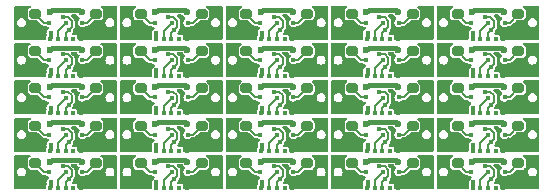
<source format=gbr>
%TF.GenerationSoftware,KiCad,Pcbnew,(6.0.7)*%
%TF.CreationDate,2023-04-05T23:06:48+08:00*%
%TF.ProjectId,MicroUSB2TypeC,4d696372-6f55-4534-9232-54797065432e,rev?*%
%TF.SameCoordinates,Original*%
%TF.FileFunction,Copper,L2,Bot*%
%TF.FilePolarity,Positive*%
%FSLAX46Y46*%
G04 Gerber Fmt 4.6, Leading zero omitted, Abs format (unit mm)*
G04 Created by KiCad (PCBNEW (6.0.7)) date 2023-04-05 23:06:48*
%MOMM*%
%LPD*%
G01*
G04 APERTURE LIST*
G04 Aperture macros list*
%AMRoundRect*
0 Rectangle with rounded corners*
0 $1 Rounding radius*
0 $2 $3 $4 $5 $6 $7 $8 $9 X,Y pos of 4 corners*
0 Add a 4 corners polygon primitive as box body*
4,1,4,$2,$3,$4,$5,$6,$7,$8,$9,$2,$3,0*
0 Add four circle primitives for the rounded corners*
1,1,$1+$1,$2,$3*
1,1,$1+$1,$4,$5*
1,1,$1+$1,$6,$7*
1,1,$1+$1,$8,$9*
0 Add four rect primitives between the rounded corners*
20,1,$1+$1,$2,$3,$4,$5,0*
20,1,$1+$1,$4,$5,$6,$7,0*
20,1,$1+$1,$6,$7,$8,$9,0*
20,1,$1+$1,$8,$9,$2,$3,0*%
G04 Aperture macros list end*
%TA.AperFunction,SMDPad,CuDef*%
%ADD10RoundRect,0.200000X0.275000X-0.200000X0.275000X0.200000X-0.275000X0.200000X-0.275000X-0.200000X0*%
%TD*%
%TA.AperFunction,SMDPad,CuDef*%
%ADD11R,0.400000X0.400000*%
%TD*%
%TA.AperFunction,ViaPad*%
%ADD12C,0.600000*%
%TD*%
%TA.AperFunction,ViaPad*%
%ADD13C,0.400000*%
%TD*%
%TA.AperFunction,Conductor*%
%ADD14C,0.400000*%
%TD*%
%TA.AperFunction,Conductor*%
%ADD15C,0.300000*%
%TD*%
%TA.AperFunction,Conductor*%
%ADD16C,0.200000*%
%TD*%
G04 APERTURE END LIST*
D10*
%TO.P,R2,1*%
%TO.N,GND*%
X186410000Y-94565000D03*
%TO.P,R2,2*%
%TO.N,Net-(J1-PadB5)*%
X186410000Y-92915000D03*
%TD*%
%TO.P,R1,1*%
%TO.N,GND*%
X181260000Y-94565000D03*
%TO.P,R1,2*%
%TO.N,Net-(J1-PadA5)*%
X181260000Y-92915000D03*
%TD*%
D11*
%TO.P,J2,1,VBUS*%
%TO.N,Net-(J1-PadA4)*%
X182542000Y-95020000D03*
%TO.P,J2,2,D-*%
%TO.N,Net-(J1-PadA7)*%
X183192000Y-95020000D03*
%TO.P,J2,3,D+*%
%TO.N,Net-(J1-PadA6)*%
X183842000Y-95020000D03*
%TO.P,J2,4,ID*%
%TO.N,unconnected-(J2-Pad4)*%
X184492000Y-95020000D03*
%TO.P,J2,5,GND*%
%TO.N,GND*%
X185142000Y-95020000D03*
%TD*%
D10*
%TO.P,R2,1*%
%TO.N,GND*%
X177470000Y-94565000D03*
%TO.P,R2,2*%
%TO.N,Net-(J1-PadB5)*%
X177470000Y-92915000D03*
%TD*%
%TO.P,R1,1*%
%TO.N,GND*%
X172320000Y-94565000D03*
%TO.P,R1,2*%
%TO.N,Net-(J1-PadA5)*%
X172320000Y-92915000D03*
%TD*%
D11*
%TO.P,J2,1,VBUS*%
%TO.N,Net-(J1-PadA4)*%
X173602000Y-95020000D03*
%TO.P,J2,2,D-*%
%TO.N,Net-(J1-PadA7)*%
X174252000Y-95020000D03*
%TO.P,J2,3,D+*%
%TO.N,Net-(J1-PadA6)*%
X174902000Y-95020000D03*
%TO.P,J2,4,ID*%
%TO.N,unconnected-(J2-Pad4)*%
X175552000Y-95020000D03*
%TO.P,J2,5,GND*%
%TO.N,GND*%
X176202000Y-95020000D03*
%TD*%
D10*
%TO.P,R2,1*%
%TO.N,GND*%
X168530000Y-94565000D03*
%TO.P,R2,2*%
%TO.N,Net-(J1-PadB5)*%
X168530000Y-92915000D03*
%TD*%
D11*
%TO.P,J2,1,VBUS*%
%TO.N,Net-(J1-PadA4)*%
X164662000Y-95020000D03*
%TO.P,J2,2,D-*%
%TO.N,Net-(J1-PadA7)*%
X165312000Y-95020000D03*
%TO.P,J2,3,D+*%
%TO.N,Net-(J1-PadA6)*%
X165962000Y-95020000D03*
%TO.P,J2,4,ID*%
%TO.N,unconnected-(J2-Pad4)*%
X166612000Y-95020000D03*
%TO.P,J2,5,GND*%
%TO.N,GND*%
X167262000Y-95020000D03*
%TD*%
D10*
%TO.P,R1,1*%
%TO.N,GND*%
X163380000Y-94565000D03*
%TO.P,R1,2*%
%TO.N,Net-(J1-PadA5)*%
X163380000Y-92915000D03*
%TD*%
%TO.P,R2,1*%
%TO.N,GND*%
X159590000Y-94565000D03*
%TO.P,R2,2*%
%TO.N,Net-(J1-PadB5)*%
X159590000Y-92915000D03*
%TD*%
%TO.P,R1,1*%
%TO.N,GND*%
X154440000Y-94565000D03*
%TO.P,R1,2*%
%TO.N,Net-(J1-PadA5)*%
X154440000Y-92915000D03*
%TD*%
D11*
%TO.P,J2,1,VBUS*%
%TO.N,Net-(J1-PadA4)*%
X155722000Y-95020000D03*
%TO.P,J2,2,D-*%
%TO.N,Net-(J1-PadA7)*%
X156372000Y-95020000D03*
%TO.P,J2,3,D+*%
%TO.N,Net-(J1-PadA6)*%
X157022000Y-95020000D03*
%TO.P,J2,4,ID*%
%TO.N,unconnected-(J2-Pad4)*%
X157672000Y-95020000D03*
%TO.P,J2,5,GND*%
%TO.N,GND*%
X158322000Y-95020000D03*
%TD*%
D10*
%TO.P,R1,1*%
%TO.N,GND*%
X145500000Y-94565000D03*
%TO.P,R1,2*%
%TO.N,Net-(J1-PadA5)*%
X145500000Y-92915000D03*
%TD*%
D11*
%TO.P,J2,1,VBUS*%
%TO.N,Net-(J1-PadA4)*%
X146782000Y-95020000D03*
%TO.P,J2,2,D-*%
%TO.N,Net-(J1-PadA7)*%
X147432000Y-95020000D03*
%TO.P,J2,3,D+*%
%TO.N,Net-(J1-PadA6)*%
X148082000Y-95020000D03*
%TO.P,J2,4,ID*%
%TO.N,unconnected-(J2-Pad4)*%
X148732000Y-95020000D03*
%TO.P,J2,5,GND*%
%TO.N,GND*%
X149382000Y-95020000D03*
%TD*%
D10*
%TO.P,R2,1*%
%TO.N,GND*%
X150650000Y-94565000D03*
%TO.P,R2,2*%
%TO.N,Net-(J1-PadB5)*%
X150650000Y-92915000D03*
%TD*%
%TO.P,R2,1*%
%TO.N,GND*%
X186410000Y-91405000D03*
%TO.P,R2,2*%
%TO.N,Net-(J1-PadB5)*%
X186410000Y-89755000D03*
%TD*%
%TO.P,R1,1*%
%TO.N,GND*%
X181260000Y-91405000D03*
%TO.P,R1,2*%
%TO.N,Net-(J1-PadA5)*%
X181260000Y-89755000D03*
%TD*%
D11*
%TO.P,J2,1,VBUS*%
%TO.N,Net-(J1-PadA4)*%
X182542000Y-91860000D03*
%TO.P,J2,2,D-*%
%TO.N,Net-(J1-PadA7)*%
X183192000Y-91860000D03*
%TO.P,J2,3,D+*%
%TO.N,Net-(J1-PadA6)*%
X183842000Y-91860000D03*
%TO.P,J2,4,ID*%
%TO.N,unconnected-(J2-Pad4)*%
X184492000Y-91860000D03*
%TO.P,J2,5,GND*%
%TO.N,GND*%
X185142000Y-91860000D03*
%TD*%
D10*
%TO.P,R2,1*%
%TO.N,GND*%
X177470000Y-91405000D03*
%TO.P,R2,2*%
%TO.N,Net-(J1-PadB5)*%
X177470000Y-89755000D03*
%TD*%
%TO.P,R1,1*%
%TO.N,GND*%
X172320000Y-91405000D03*
%TO.P,R1,2*%
%TO.N,Net-(J1-PadA5)*%
X172320000Y-89755000D03*
%TD*%
D11*
%TO.P,J2,1,VBUS*%
%TO.N,Net-(J1-PadA4)*%
X173602000Y-91860000D03*
%TO.P,J2,2,D-*%
%TO.N,Net-(J1-PadA7)*%
X174252000Y-91860000D03*
%TO.P,J2,3,D+*%
%TO.N,Net-(J1-PadA6)*%
X174902000Y-91860000D03*
%TO.P,J2,4,ID*%
%TO.N,unconnected-(J2-Pad4)*%
X175552000Y-91860000D03*
%TO.P,J2,5,GND*%
%TO.N,GND*%
X176202000Y-91860000D03*
%TD*%
D10*
%TO.P,R2,1*%
%TO.N,GND*%
X168530000Y-91405000D03*
%TO.P,R2,2*%
%TO.N,Net-(J1-PadB5)*%
X168530000Y-89755000D03*
%TD*%
%TO.P,R1,1*%
%TO.N,GND*%
X163380000Y-91405000D03*
%TO.P,R1,2*%
%TO.N,Net-(J1-PadA5)*%
X163380000Y-89755000D03*
%TD*%
D11*
%TO.P,J2,1,VBUS*%
%TO.N,Net-(J1-PadA4)*%
X164662000Y-91860000D03*
%TO.P,J2,2,D-*%
%TO.N,Net-(J1-PadA7)*%
X165312000Y-91860000D03*
%TO.P,J2,3,D+*%
%TO.N,Net-(J1-PadA6)*%
X165962000Y-91860000D03*
%TO.P,J2,4,ID*%
%TO.N,unconnected-(J2-Pad4)*%
X166612000Y-91860000D03*
%TO.P,J2,5,GND*%
%TO.N,GND*%
X167262000Y-91860000D03*
%TD*%
D10*
%TO.P,R2,1*%
%TO.N,GND*%
X159590000Y-91405000D03*
%TO.P,R2,2*%
%TO.N,Net-(J1-PadB5)*%
X159590000Y-89755000D03*
%TD*%
%TO.P,R1,1*%
%TO.N,GND*%
X154440000Y-91405000D03*
%TO.P,R1,2*%
%TO.N,Net-(J1-PadA5)*%
X154440000Y-89755000D03*
%TD*%
D11*
%TO.P,J2,1,VBUS*%
%TO.N,Net-(J1-PadA4)*%
X155722000Y-91860000D03*
%TO.P,J2,2,D-*%
%TO.N,Net-(J1-PadA7)*%
X156372000Y-91860000D03*
%TO.P,J2,3,D+*%
%TO.N,Net-(J1-PadA6)*%
X157022000Y-91860000D03*
%TO.P,J2,4,ID*%
%TO.N,unconnected-(J2-Pad4)*%
X157672000Y-91860000D03*
%TO.P,J2,5,GND*%
%TO.N,GND*%
X158322000Y-91860000D03*
%TD*%
D10*
%TO.P,R2,1*%
%TO.N,GND*%
X150650000Y-91405000D03*
%TO.P,R2,2*%
%TO.N,Net-(J1-PadB5)*%
X150650000Y-89755000D03*
%TD*%
%TO.P,R1,1*%
%TO.N,GND*%
X145500000Y-91405000D03*
%TO.P,R1,2*%
%TO.N,Net-(J1-PadA5)*%
X145500000Y-89755000D03*
%TD*%
D11*
%TO.P,J2,1,VBUS*%
%TO.N,Net-(J1-PadA4)*%
X146782000Y-91860000D03*
%TO.P,J2,2,D-*%
%TO.N,Net-(J1-PadA7)*%
X147432000Y-91860000D03*
%TO.P,J2,3,D+*%
%TO.N,Net-(J1-PadA6)*%
X148082000Y-91860000D03*
%TO.P,J2,4,ID*%
%TO.N,unconnected-(J2-Pad4)*%
X148732000Y-91860000D03*
%TO.P,J2,5,GND*%
%TO.N,GND*%
X149382000Y-91860000D03*
%TD*%
D10*
%TO.P,R2,1*%
%TO.N,GND*%
X186410000Y-88245000D03*
%TO.P,R2,2*%
%TO.N,Net-(J1-PadB5)*%
X186410000Y-86595000D03*
%TD*%
%TO.P,R1,1*%
%TO.N,GND*%
X181260000Y-88245000D03*
%TO.P,R1,2*%
%TO.N,Net-(J1-PadA5)*%
X181260000Y-86595000D03*
%TD*%
D11*
%TO.P,J2,1,VBUS*%
%TO.N,Net-(J1-PadA4)*%
X182542000Y-88700000D03*
%TO.P,J2,2,D-*%
%TO.N,Net-(J1-PadA7)*%
X183192000Y-88700000D03*
%TO.P,J2,3,D+*%
%TO.N,Net-(J1-PadA6)*%
X183842000Y-88700000D03*
%TO.P,J2,4,ID*%
%TO.N,unconnected-(J2-Pad4)*%
X184492000Y-88700000D03*
%TO.P,J2,5,GND*%
%TO.N,GND*%
X185142000Y-88700000D03*
%TD*%
D10*
%TO.P,R2,1*%
%TO.N,GND*%
X177470000Y-88245000D03*
%TO.P,R2,2*%
%TO.N,Net-(J1-PadB5)*%
X177470000Y-86595000D03*
%TD*%
%TO.P,R1,1*%
%TO.N,GND*%
X172320000Y-88245000D03*
%TO.P,R1,2*%
%TO.N,Net-(J1-PadA5)*%
X172320000Y-86595000D03*
%TD*%
D11*
%TO.P,J2,1,VBUS*%
%TO.N,Net-(J1-PadA4)*%
X173602000Y-88700000D03*
%TO.P,J2,2,D-*%
%TO.N,Net-(J1-PadA7)*%
X174252000Y-88700000D03*
%TO.P,J2,3,D+*%
%TO.N,Net-(J1-PadA6)*%
X174902000Y-88700000D03*
%TO.P,J2,4,ID*%
%TO.N,unconnected-(J2-Pad4)*%
X175552000Y-88700000D03*
%TO.P,J2,5,GND*%
%TO.N,GND*%
X176202000Y-88700000D03*
%TD*%
D10*
%TO.P,R2,1*%
%TO.N,GND*%
X168530000Y-88245000D03*
%TO.P,R2,2*%
%TO.N,Net-(J1-PadB5)*%
X168530000Y-86595000D03*
%TD*%
%TO.P,R1,1*%
%TO.N,GND*%
X163380000Y-88245000D03*
%TO.P,R1,2*%
%TO.N,Net-(J1-PadA5)*%
X163380000Y-86595000D03*
%TD*%
D11*
%TO.P,J2,1,VBUS*%
%TO.N,Net-(J1-PadA4)*%
X164662000Y-88700000D03*
%TO.P,J2,2,D-*%
%TO.N,Net-(J1-PadA7)*%
X165312000Y-88700000D03*
%TO.P,J2,3,D+*%
%TO.N,Net-(J1-PadA6)*%
X165962000Y-88700000D03*
%TO.P,J2,4,ID*%
%TO.N,unconnected-(J2-Pad4)*%
X166612000Y-88700000D03*
%TO.P,J2,5,GND*%
%TO.N,GND*%
X167262000Y-88700000D03*
%TD*%
D10*
%TO.P,R2,1*%
%TO.N,GND*%
X159590000Y-88245000D03*
%TO.P,R2,2*%
%TO.N,Net-(J1-PadB5)*%
X159590000Y-86595000D03*
%TD*%
%TO.P,R1,1*%
%TO.N,GND*%
X154440000Y-88245000D03*
%TO.P,R1,2*%
%TO.N,Net-(J1-PadA5)*%
X154440000Y-86595000D03*
%TD*%
D11*
%TO.P,J2,1,VBUS*%
%TO.N,Net-(J1-PadA4)*%
X155722000Y-88700000D03*
%TO.P,J2,2,D-*%
%TO.N,Net-(J1-PadA7)*%
X156372000Y-88700000D03*
%TO.P,J2,3,D+*%
%TO.N,Net-(J1-PadA6)*%
X157022000Y-88700000D03*
%TO.P,J2,4,ID*%
%TO.N,unconnected-(J2-Pad4)*%
X157672000Y-88700000D03*
%TO.P,J2,5,GND*%
%TO.N,GND*%
X158322000Y-88700000D03*
%TD*%
D10*
%TO.P,R2,1*%
%TO.N,GND*%
X150650000Y-88245000D03*
%TO.P,R2,2*%
%TO.N,Net-(J1-PadB5)*%
X150650000Y-86595000D03*
%TD*%
%TO.P,R1,1*%
%TO.N,GND*%
X145500000Y-88245000D03*
%TO.P,R1,2*%
%TO.N,Net-(J1-PadA5)*%
X145500000Y-86595000D03*
%TD*%
D11*
%TO.P,J2,1,VBUS*%
%TO.N,Net-(J1-PadA4)*%
X146782000Y-88700000D03*
%TO.P,J2,2,D-*%
%TO.N,Net-(J1-PadA7)*%
X147432000Y-88700000D03*
%TO.P,J2,3,D+*%
%TO.N,Net-(J1-PadA6)*%
X148082000Y-88700000D03*
%TO.P,J2,4,ID*%
%TO.N,unconnected-(J2-Pad4)*%
X148732000Y-88700000D03*
%TO.P,J2,5,GND*%
%TO.N,GND*%
X149382000Y-88700000D03*
%TD*%
D10*
%TO.P,R2,1*%
%TO.N,GND*%
X186410000Y-85085000D03*
%TO.P,R2,2*%
%TO.N,Net-(J1-PadB5)*%
X186410000Y-83435000D03*
%TD*%
%TO.P,R1,1*%
%TO.N,GND*%
X181260000Y-85085000D03*
%TO.P,R1,2*%
%TO.N,Net-(J1-PadA5)*%
X181260000Y-83435000D03*
%TD*%
D11*
%TO.P,J2,1,VBUS*%
%TO.N,Net-(J1-PadA4)*%
X182542000Y-85540000D03*
%TO.P,J2,2,D-*%
%TO.N,Net-(J1-PadA7)*%
X183192000Y-85540000D03*
%TO.P,J2,3,D+*%
%TO.N,Net-(J1-PadA6)*%
X183842000Y-85540000D03*
%TO.P,J2,4,ID*%
%TO.N,unconnected-(J2-Pad4)*%
X184492000Y-85540000D03*
%TO.P,J2,5,GND*%
%TO.N,GND*%
X185142000Y-85540000D03*
%TD*%
D10*
%TO.P,R2,1*%
%TO.N,GND*%
X177470000Y-85085000D03*
%TO.P,R2,2*%
%TO.N,Net-(J1-PadB5)*%
X177470000Y-83435000D03*
%TD*%
%TO.P,R1,1*%
%TO.N,GND*%
X172320000Y-85085000D03*
%TO.P,R1,2*%
%TO.N,Net-(J1-PadA5)*%
X172320000Y-83435000D03*
%TD*%
D11*
%TO.P,J2,1,VBUS*%
%TO.N,Net-(J1-PadA4)*%
X173602000Y-85540000D03*
%TO.P,J2,2,D-*%
%TO.N,Net-(J1-PadA7)*%
X174252000Y-85540000D03*
%TO.P,J2,3,D+*%
%TO.N,Net-(J1-PadA6)*%
X174902000Y-85540000D03*
%TO.P,J2,4,ID*%
%TO.N,unconnected-(J2-Pad4)*%
X175552000Y-85540000D03*
%TO.P,J2,5,GND*%
%TO.N,GND*%
X176202000Y-85540000D03*
%TD*%
D10*
%TO.P,R2,1*%
%TO.N,GND*%
X168530000Y-85085000D03*
%TO.P,R2,2*%
%TO.N,Net-(J1-PadB5)*%
X168530000Y-83435000D03*
%TD*%
%TO.P,R1,1*%
%TO.N,GND*%
X163380000Y-85085000D03*
%TO.P,R1,2*%
%TO.N,Net-(J1-PadA5)*%
X163380000Y-83435000D03*
%TD*%
D11*
%TO.P,J2,1,VBUS*%
%TO.N,Net-(J1-PadA4)*%
X164662000Y-85540000D03*
%TO.P,J2,2,D-*%
%TO.N,Net-(J1-PadA7)*%
X165312000Y-85540000D03*
%TO.P,J2,3,D+*%
%TO.N,Net-(J1-PadA6)*%
X165962000Y-85540000D03*
%TO.P,J2,4,ID*%
%TO.N,unconnected-(J2-Pad4)*%
X166612000Y-85540000D03*
%TO.P,J2,5,GND*%
%TO.N,GND*%
X167262000Y-85540000D03*
%TD*%
D10*
%TO.P,R2,1*%
%TO.N,GND*%
X159590000Y-85085000D03*
%TO.P,R2,2*%
%TO.N,Net-(J1-PadB5)*%
X159590000Y-83435000D03*
%TD*%
%TO.P,R1,1*%
%TO.N,GND*%
X154440000Y-85085000D03*
%TO.P,R1,2*%
%TO.N,Net-(J1-PadA5)*%
X154440000Y-83435000D03*
%TD*%
D11*
%TO.P,J2,1,VBUS*%
%TO.N,Net-(J1-PadA4)*%
X155722000Y-85540000D03*
%TO.P,J2,2,D-*%
%TO.N,Net-(J1-PadA7)*%
X156372000Y-85540000D03*
%TO.P,J2,3,D+*%
%TO.N,Net-(J1-PadA6)*%
X157022000Y-85540000D03*
%TO.P,J2,4,ID*%
%TO.N,unconnected-(J2-Pad4)*%
X157672000Y-85540000D03*
%TO.P,J2,5,GND*%
%TO.N,GND*%
X158322000Y-85540000D03*
%TD*%
D10*
%TO.P,R2,1*%
%TO.N,GND*%
X150650000Y-85085000D03*
%TO.P,R2,2*%
%TO.N,Net-(J1-PadB5)*%
X150650000Y-83435000D03*
%TD*%
%TO.P,R1,1*%
%TO.N,GND*%
X145500000Y-85085000D03*
%TO.P,R1,2*%
%TO.N,Net-(J1-PadA5)*%
X145500000Y-83435000D03*
%TD*%
D11*
%TO.P,J2,1,VBUS*%
%TO.N,Net-(J1-PadA4)*%
X146782000Y-85540000D03*
%TO.P,J2,2,D-*%
%TO.N,Net-(J1-PadA7)*%
X147432000Y-85540000D03*
%TO.P,J2,3,D+*%
%TO.N,Net-(J1-PadA6)*%
X148082000Y-85540000D03*
%TO.P,J2,4,ID*%
%TO.N,unconnected-(J2-Pad4)*%
X148732000Y-85540000D03*
%TO.P,J2,5,GND*%
%TO.N,GND*%
X149382000Y-85540000D03*
%TD*%
D10*
%TO.P,R2,1*%
%TO.N,GND*%
X186410000Y-81925000D03*
%TO.P,R2,2*%
%TO.N,Net-(J1-PadB5)*%
X186410000Y-80275000D03*
%TD*%
%TO.P,R1,1*%
%TO.N,GND*%
X181260000Y-81925000D03*
%TO.P,R1,2*%
%TO.N,Net-(J1-PadA5)*%
X181260000Y-80275000D03*
%TD*%
D11*
%TO.P,J2,1,VBUS*%
%TO.N,Net-(J1-PadA4)*%
X182542000Y-82380000D03*
%TO.P,J2,2,D-*%
%TO.N,Net-(J1-PadA7)*%
X183192000Y-82380000D03*
%TO.P,J2,3,D+*%
%TO.N,Net-(J1-PadA6)*%
X183842000Y-82380000D03*
%TO.P,J2,4,ID*%
%TO.N,unconnected-(J2-Pad4)*%
X184492000Y-82380000D03*
%TO.P,J2,5,GND*%
%TO.N,GND*%
X185142000Y-82380000D03*
%TD*%
D10*
%TO.P,R2,1*%
%TO.N,GND*%
X177470000Y-81925000D03*
%TO.P,R2,2*%
%TO.N,Net-(J1-PadB5)*%
X177470000Y-80275000D03*
%TD*%
%TO.P,R1,1*%
%TO.N,GND*%
X172320000Y-81925000D03*
%TO.P,R1,2*%
%TO.N,Net-(J1-PadA5)*%
X172320000Y-80275000D03*
%TD*%
D11*
%TO.P,J2,1,VBUS*%
%TO.N,Net-(J1-PadA4)*%
X173602000Y-82380000D03*
%TO.P,J2,2,D-*%
%TO.N,Net-(J1-PadA7)*%
X174252000Y-82380000D03*
%TO.P,J2,3,D+*%
%TO.N,Net-(J1-PadA6)*%
X174902000Y-82380000D03*
%TO.P,J2,4,ID*%
%TO.N,unconnected-(J2-Pad4)*%
X175552000Y-82380000D03*
%TO.P,J2,5,GND*%
%TO.N,GND*%
X176202000Y-82380000D03*
%TD*%
D10*
%TO.P,R2,1*%
%TO.N,GND*%
X168530000Y-81925000D03*
%TO.P,R2,2*%
%TO.N,Net-(J1-PadB5)*%
X168530000Y-80275000D03*
%TD*%
%TO.P,R1,1*%
%TO.N,GND*%
X163380000Y-81925000D03*
%TO.P,R1,2*%
%TO.N,Net-(J1-PadA5)*%
X163380000Y-80275000D03*
%TD*%
D11*
%TO.P,J2,1,VBUS*%
%TO.N,Net-(J1-PadA4)*%
X164662000Y-82380000D03*
%TO.P,J2,2,D-*%
%TO.N,Net-(J1-PadA7)*%
X165312000Y-82380000D03*
%TO.P,J2,3,D+*%
%TO.N,Net-(J1-PadA6)*%
X165962000Y-82380000D03*
%TO.P,J2,4,ID*%
%TO.N,unconnected-(J2-Pad4)*%
X166612000Y-82380000D03*
%TO.P,J2,5,GND*%
%TO.N,GND*%
X167262000Y-82380000D03*
%TD*%
D10*
%TO.P,R2,1*%
%TO.N,GND*%
X159590000Y-81925000D03*
%TO.P,R2,2*%
%TO.N,Net-(J1-PadB5)*%
X159590000Y-80275000D03*
%TD*%
%TO.P,R1,1*%
%TO.N,GND*%
X154440000Y-81925000D03*
%TO.P,R1,2*%
%TO.N,Net-(J1-PadA5)*%
X154440000Y-80275000D03*
%TD*%
D11*
%TO.P,J2,1,VBUS*%
%TO.N,Net-(J1-PadA4)*%
X155722000Y-82380000D03*
%TO.P,J2,2,D-*%
%TO.N,Net-(J1-PadA7)*%
X156372000Y-82380000D03*
%TO.P,J2,3,D+*%
%TO.N,Net-(J1-PadA6)*%
X157022000Y-82380000D03*
%TO.P,J2,4,ID*%
%TO.N,unconnected-(J2-Pad4)*%
X157672000Y-82380000D03*
%TO.P,J2,5,GND*%
%TO.N,GND*%
X158322000Y-82380000D03*
%TD*%
%TO.P,J2,1,VBUS*%
%TO.N,Net-(J1-PadA4)*%
X146782000Y-82380000D03*
%TO.P,J2,2,D-*%
%TO.N,Net-(J1-PadA7)*%
X147432000Y-82380000D03*
%TO.P,J2,3,D+*%
%TO.N,Net-(J1-PadA6)*%
X148082000Y-82380000D03*
%TO.P,J2,4,ID*%
%TO.N,unconnected-(J2-Pad4)*%
X148732000Y-82380000D03*
%TO.P,J2,5,GND*%
%TO.N,GND*%
X149382000Y-82380000D03*
%TD*%
D10*
%TO.P,R1,1*%
%TO.N,GND*%
X145500000Y-81925000D03*
%TO.P,R1,2*%
%TO.N,Net-(J1-PadA5)*%
X145500000Y-80275000D03*
%TD*%
%TO.P,R2,1*%
%TO.N,GND*%
X150650000Y-81925000D03*
%TO.P,R2,2*%
%TO.N,Net-(J1-PadB5)*%
X150650000Y-80275000D03*
%TD*%
D12*
%TO.N,GND*%
X187652000Y-92650000D03*
%TO.N,Net-(J1-PadA4)*%
X182492500Y-92800000D03*
%TO.N,GND*%
X187652000Y-94682000D03*
X180032000Y-92650000D03*
D13*
%TO.N,Net-(J1-PadA4)*%
X182592000Y-94531000D03*
D12*
%TO.N,GND*%
X180032000Y-94682000D03*
%TO.N,Net-(J1-PadA4)*%
X185191500Y-92800000D03*
D13*
%TO.N,Net-(J1-PadA5)*%
X182433400Y-93666000D03*
D12*
%TO.N,GND*%
X181310000Y-94740000D03*
X186360000Y-94790000D03*
D13*
%TO.N,Net-(J1-PadA7)*%
X183870000Y-93700000D03*
%TO.N,Net-(J1-PadA6)*%
X183593010Y-93181816D03*
%TO.N,Net-(J1-PadB5)*%
X185237550Y-93652950D03*
%TO.N,Net-(J1-PadA6)*%
X184090000Y-94280000D03*
%TO.N,Net-(J1-PadB5)*%
X176297550Y-93652950D03*
%TO.N,Net-(J1-PadA7)*%
X174930000Y-93700000D03*
D12*
%TO.N,GND*%
X178712000Y-92650000D03*
X177420000Y-94790000D03*
%TO.N,Net-(J1-PadA4)*%
X173552500Y-92800000D03*
%TO.N,GND*%
X171092000Y-92650000D03*
D13*
%TO.N,Net-(J1-PadA4)*%
X173652000Y-94531000D03*
%TO.N,Net-(J1-PadA5)*%
X173493400Y-93666000D03*
D12*
%TO.N,GND*%
X172370000Y-94740000D03*
X178712000Y-94682000D03*
%TO.N,Net-(J1-PadA4)*%
X176251500Y-92800000D03*
D13*
%TO.N,Net-(J1-PadA6)*%
X174653010Y-93181816D03*
D12*
%TO.N,GND*%
X171092000Y-94682000D03*
D13*
%TO.N,Net-(J1-PadA6)*%
X175150000Y-94280000D03*
%TO.N,Net-(J1-PadB5)*%
X167357550Y-93652950D03*
%TO.N,Net-(J1-PadA7)*%
X165990000Y-93700000D03*
D12*
%TO.N,Net-(J1-PadA4)*%
X164612500Y-92800000D03*
%TO.N,GND*%
X169772000Y-92650000D03*
X162152000Y-94682000D03*
X169772000Y-94682000D03*
X168480000Y-94790000D03*
X162152000Y-92650000D03*
D13*
%TO.N,Net-(J1-PadA4)*%
X164712000Y-94531000D03*
D12*
X167311500Y-92800000D03*
D13*
%TO.N,Net-(J1-PadA5)*%
X164553400Y-93666000D03*
D12*
%TO.N,GND*%
X163430000Y-94740000D03*
D13*
%TO.N,Net-(J1-PadA6)*%
X165713010Y-93181816D03*
X166210000Y-94280000D03*
%TO.N,Net-(J1-PadB5)*%
X158417550Y-93652950D03*
%TO.N,Net-(J1-PadA7)*%
X157050000Y-93700000D03*
D12*
%TO.N,Net-(J1-PadA4)*%
X155672500Y-92800000D03*
%TO.N,GND*%
X160832000Y-94682000D03*
X153212000Y-92650000D03*
X159540000Y-94790000D03*
D13*
%TO.N,Net-(J1-PadA4)*%
X155772000Y-94531000D03*
D12*
X158371500Y-92800000D03*
D13*
%TO.N,Net-(J1-PadA5)*%
X155613400Y-93666000D03*
D12*
%TO.N,GND*%
X154490000Y-94740000D03*
D13*
%TO.N,Net-(J1-PadA6)*%
X156773010Y-93181816D03*
X157270000Y-94280000D03*
D12*
%TO.N,GND*%
X153212000Y-94682000D03*
X160832000Y-92650000D03*
D13*
%TO.N,Net-(J1-PadA7)*%
X148110000Y-93700000D03*
D12*
%TO.N,GND*%
X151892000Y-92650000D03*
%TO.N,Net-(J1-PadA4)*%
X146732500Y-92800000D03*
%TO.N,GND*%
X151892000Y-94682000D03*
X144272000Y-92650000D03*
D13*
%TO.N,Net-(J1-PadB5)*%
X149477550Y-93652950D03*
%TO.N,Net-(J1-PadA4)*%
X146832000Y-94531000D03*
D12*
X149431500Y-92800000D03*
D13*
%TO.N,Net-(J1-PadA5)*%
X146673400Y-93666000D03*
D12*
%TO.N,GND*%
X145550000Y-94740000D03*
X150600000Y-94790000D03*
X144272000Y-94682000D03*
D13*
%TO.N,Net-(J1-PadA6)*%
X147833010Y-93181816D03*
X148330000Y-94280000D03*
%TO.N,Net-(J1-PadB5)*%
X185237550Y-90492950D03*
%TO.N,Net-(J1-PadA7)*%
X183870000Y-90540000D03*
D12*
%TO.N,GND*%
X186360000Y-91630000D03*
%TO.N,Net-(J1-PadA4)*%
X182492500Y-89640000D03*
%TO.N,GND*%
X180032000Y-91522000D03*
X180032000Y-89490000D03*
D13*
%TO.N,Net-(J1-PadA4)*%
X182592000Y-91371000D03*
D12*
X185191500Y-89640000D03*
D13*
%TO.N,Net-(J1-PadA5)*%
X182433400Y-90506000D03*
D12*
%TO.N,GND*%
X181310000Y-91580000D03*
X187652000Y-91522000D03*
X187652000Y-89490000D03*
D13*
%TO.N,Net-(J1-PadA6)*%
X183593010Y-90021816D03*
X184090000Y-91120000D03*
%TO.N,Net-(J1-PadA7)*%
X174930000Y-90540000D03*
D12*
%TO.N,GND*%
X178712000Y-89490000D03*
%TO.N,Net-(J1-PadA4)*%
X173552500Y-89640000D03*
%TO.N,GND*%
X171092000Y-91522000D03*
X178712000Y-91522000D03*
X177420000Y-91630000D03*
X171092000Y-89490000D03*
D13*
%TO.N,Net-(J1-PadB5)*%
X176297550Y-90492950D03*
%TO.N,Net-(J1-PadA4)*%
X173652000Y-91371000D03*
D12*
X176251500Y-89640000D03*
D13*
%TO.N,Net-(J1-PadA5)*%
X173493400Y-90506000D03*
D12*
%TO.N,GND*%
X172370000Y-91580000D03*
D13*
%TO.N,Net-(J1-PadA6)*%
X174653010Y-90021816D03*
X175150000Y-91120000D03*
D12*
%TO.N,GND*%
X169772000Y-89490000D03*
X168480000Y-91630000D03*
D13*
%TO.N,Net-(J1-PadB5)*%
X167357550Y-90492950D03*
%TO.N,Net-(J1-PadA7)*%
X165990000Y-90540000D03*
D12*
%TO.N,GND*%
X162152000Y-91522000D03*
X169772000Y-91522000D03*
X162152000Y-89490000D03*
D13*
%TO.N,Net-(J1-PadA4)*%
X164712000Y-91371000D03*
D12*
X167311500Y-89640000D03*
D13*
%TO.N,Net-(J1-PadA5)*%
X164553400Y-90506000D03*
D12*
%TO.N,GND*%
X163430000Y-91580000D03*
%TO.N,Net-(J1-PadA4)*%
X164612500Y-89640000D03*
D13*
%TO.N,Net-(J1-PadA6)*%
X165713010Y-90021816D03*
X166210000Y-91120000D03*
%TO.N,Net-(J1-PadB5)*%
X158417550Y-90492950D03*
%TO.N,Net-(J1-PadA7)*%
X157050000Y-90540000D03*
D12*
%TO.N,GND*%
X160832000Y-89490000D03*
X159540000Y-91630000D03*
%TO.N,Net-(J1-PadA4)*%
X155672500Y-89640000D03*
%TO.N,GND*%
X153212000Y-91522000D03*
X160832000Y-91522000D03*
X153212000Y-89490000D03*
D13*
%TO.N,Net-(J1-PadA4)*%
X155772000Y-91371000D03*
D12*
X158371500Y-89640000D03*
D13*
%TO.N,Net-(J1-PadA5)*%
X155613400Y-90506000D03*
D12*
%TO.N,GND*%
X154490000Y-91580000D03*
D13*
%TO.N,Net-(J1-PadA6)*%
X156773010Y-90021816D03*
X157270000Y-91120000D03*
%TO.N,Net-(J1-PadB5)*%
X149477550Y-90492950D03*
D12*
%TO.N,GND*%
X151892000Y-89490000D03*
X150600000Y-91630000D03*
X144272000Y-91522000D03*
X151892000Y-91522000D03*
X144272000Y-89490000D03*
D13*
%TO.N,Net-(J1-PadA4)*%
X146832000Y-91371000D03*
D12*
X149431500Y-89640000D03*
D13*
%TO.N,Net-(J1-PadA5)*%
X146673400Y-90506000D03*
%TO.N,Net-(J1-PadA7)*%
X148110000Y-90540000D03*
D12*
%TO.N,GND*%
X145550000Y-91580000D03*
D13*
%TO.N,Net-(J1-PadA6)*%
X147833010Y-90021816D03*
X148330000Y-91120000D03*
D12*
%TO.N,Net-(J1-PadA4)*%
X146732500Y-89640000D03*
D13*
%TO.N,Net-(J1-PadB5)*%
X185237550Y-87332950D03*
%TO.N,Net-(J1-PadA7)*%
X183870000Y-87380000D03*
D12*
%TO.N,GND*%
X187652000Y-86330000D03*
X186360000Y-88470000D03*
%TO.N,Net-(J1-PadA4)*%
X182492500Y-86480000D03*
%TO.N,GND*%
X180032000Y-88362000D03*
X187652000Y-88362000D03*
X180032000Y-86330000D03*
D13*
%TO.N,Net-(J1-PadA4)*%
X182592000Y-88211000D03*
D12*
X185191500Y-86480000D03*
D13*
%TO.N,Net-(J1-PadA5)*%
X182433400Y-87346000D03*
D12*
%TO.N,GND*%
X181310000Y-88420000D03*
D13*
%TO.N,Net-(J1-PadA6)*%
X183593010Y-86861816D03*
X184090000Y-87960000D03*
%TO.N,Net-(J1-PadB5)*%
X176297550Y-87332950D03*
%TO.N,Net-(J1-PadA7)*%
X174930000Y-87380000D03*
D12*
%TO.N,GND*%
X177420000Y-88470000D03*
%TO.N,Net-(J1-PadA4)*%
X173552500Y-86480000D03*
%TO.N,GND*%
X178712000Y-88362000D03*
X171092000Y-86330000D03*
D13*
%TO.N,Net-(J1-PadA4)*%
X173652000Y-88211000D03*
D12*
X176251500Y-86480000D03*
%TO.N,GND*%
X172370000Y-88420000D03*
X171092000Y-88362000D03*
X178712000Y-86330000D03*
D13*
%TO.N,Net-(J1-PadA6)*%
X174653010Y-86861816D03*
X175150000Y-87960000D03*
%TO.N,Net-(J1-PadA5)*%
X173493400Y-87346000D03*
%TO.N,Net-(J1-PadB5)*%
X167357550Y-87332950D03*
%TO.N,Net-(J1-PadA7)*%
X165990000Y-87380000D03*
D12*
%TO.N,GND*%
X169772000Y-86330000D03*
X168480000Y-88470000D03*
%TO.N,Net-(J1-PadA4)*%
X164612500Y-86480000D03*
%TO.N,GND*%
X162152000Y-88362000D03*
X169772000Y-88362000D03*
X162152000Y-86330000D03*
D13*
%TO.N,Net-(J1-PadA4)*%
X164712000Y-88211000D03*
D12*
X167311500Y-86480000D03*
D13*
%TO.N,Net-(J1-PadA5)*%
X164553400Y-87346000D03*
D12*
%TO.N,GND*%
X163430000Y-88420000D03*
D13*
%TO.N,Net-(J1-PadA6)*%
X165713010Y-86861816D03*
X166210000Y-87960000D03*
%TO.N,Net-(J1-PadB5)*%
X158417550Y-87332950D03*
%TO.N,Net-(J1-PadA7)*%
X157050000Y-87380000D03*
D12*
%TO.N,GND*%
X160832000Y-86330000D03*
X159540000Y-88470000D03*
%TO.N,Net-(J1-PadA4)*%
X155672500Y-86480000D03*
%TO.N,GND*%
X153212000Y-88362000D03*
X160832000Y-88362000D03*
D13*
%TO.N,Net-(J1-PadA4)*%
X155772000Y-88211000D03*
D12*
X158371500Y-86480000D03*
%TO.N,GND*%
X154490000Y-88420000D03*
D13*
%TO.N,Net-(J1-PadA5)*%
X155613400Y-87346000D03*
%TO.N,Net-(J1-PadA6)*%
X156773010Y-86861816D03*
D12*
%TO.N,GND*%
X153212000Y-86330000D03*
D13*
%TO.N,Net-(J1-PadA6)*%
X157270000Y-87960000D03*
%TO.N,Net-(J1-PadB5)*%
X149477550Y-87332950D03*
D12*
%TO.N,GND*%
X151892000Y-86330000D03*
X150600000Y-88470000D03*
%TO.N,Net-(J1-PadA4)*%
X146732500Y-86480000D03*
%TO.N,GND*%
X144272000Y-88362000D03*
X151892000Y-88362000D03*
X144272000Y-86330000D03*
D13*
%TO.N,Net-(J1-PadA4)*%
X146832000Y-88211000D03*
D12*
X149431500Y-86480000D03*
D13*
%TO.N,Net-(J1-PadA5)*%
X146673400Y-87346000D03*
D12*
%TO.N,GND*%
X145550000Y-88420000D03*
D13*
%TO.N,Net-(J1-PadA7)*%
X148110000Y-87380000D03*
%TO.N,Net-(J1-PadA6)*%
X147833010Y-86861816D03*
X148330000Y-87960000D03*
%TO.N,Net-(J1-PadB5)*%
X185237550Y-84172950D03*
D12*
%TO.N,GND*%
X187652000Y-83170000D03*
X186360000Y-85310000D03*
%TO.N,Net-(J1-PadA4)*%
X182492500Y-83320000D03*
%TO.N,GND*%
X187652000Y-85202000D03*
X180032000Y-83170000D03*
%TO.N,Net-(J1-PadA4)*%
X185191500Y-83320000D03*
D13*
X182592000Y-85051000D03*
D12*
%TO.N,GND*%
X181310000Y-85260000D03*
D13*
%TO.N,Net-(J1-PadA5)*%
X182433400Y-84186000D03*
D12*
%TO.N,GND*%
X180032000Y-85202000D03*
D13*
%TO.N,Net-(J1-PadA7)*%
X183870000Y-84220000D03*
%TO.N,Net-(J1-PadA6)*%
X183593010Y-83701816D03*
X184090000Y-84800000D03*
%TO.N,Net-(J1-PadB5)*%
X176297550Y-84172950D03*
D12*
%TO.N,GND*%
X178712000Y-83170000D03*
X171092000Y-85202000D03*
X178712000Y-85202000D03*
%TO.N,Net-(J1-PadA4)*%
X173552500Y-83320000D03*
%TO.N,GND*%
X171092000Y-83170000D03*
D13*
%TO.N,Net-(J1-PadA4)*%
X173652000Y-85051000D03*
D12*
X176251500Y-83320000D03*
D13*
%TO.N,Net-(J1-PadA5)*%
X173493400Y-84186000D03*
D12*
%TO.N,GND*%
X172370000Y-85260000D03*
D13*
%TO.N,Net-(J1-PadA6)*%
X174653010Y-83701816D03*
X175150000Y-84800000D03*
%TO.N,Net-(J1-PadA7)*%
X174930000Y-84220000D03*
D12*
%TO.N,GND*%
X177420000Y-85310000D03*
D13*
%TO.N,Net-(J1-PadB5)*%
X167357550Y-84172950D03*
%TO.N,Net-(J1-PadA7)*%
X165990000Y-84220000D03*
D12*
%TO.N,GND*%
X168480000Y-85310000D03*
X169772000Y-83170000D03*
%TO.N,Net-(J1-PadA4)*%
X164612500Y-83320000D03*
%TO.N,GND*%
X169772000Y-85202000D03*
X162152000Y-83170000D03*
D13*
%TO.N,Net-(J1-PadA4)*%
X164712000Y-85051000D03*
D12*
X167311500Y-83320000D03*
D13*
%TO.N,Net-(J1-PadA5)*%
X164553400Y-84186000D03*
D12*
%TO.N,GND*%
X163430000Y-85260000D03*
D13*
%TO.N,Net-(J1-PadA6)*%
X165713010Y-83701816D03*
X166210000Y-84800000D03*
D12*
%TO.N,GND*%
X162152000Y-85202000D03*
D13*
%TO.N,Net-(J1-PadB5)*%
X158417550Y-84172950D03*
%TO.N,Net-(J1-PadA7)*%
X157050000Y-84220000D03*
D12*
%TO.N,GND*%
X160832000Y-83170000D03*
X159540000Y-85310000D03*
X153212000Y-85202000D03*
X153212000Y-83170000D03*
%TO.N,Net-(J1-PadA4)*%
X158371500Y-83320000D03*
D13*
%TO.N,Net-(J1-PadA5)*%
X155613400Y-84186000D03*
D12*
%TO.N,GND*%
X154490000Y-85260000D03*
D13*
%TO.N,Net-(J1-PadA4)*%
X155772000Y-85051000D03*
D12*
X155672500Y-83320000D03*
%TO.N,GND*%
X160832000Y-85202000D03*
D13*
%TO.N,Net-(J1-PadA6)*%
X156773010Y-83701816D03*
X157270000Y-84800000D03*
%TO.N,Net-(J1-PadB5)*%
X149477550Y-84172950D03*
%TO.N,Net-(J1-PadA7)*%
X148110000Y-84220000D03*
D12*
%TO.N,GND*%
X150600000Y-85310000D03*
X144272000Y-85202000D03*
X151892000Y-85202000D03*
X144272000Y-83170000D03*
D13*
%TO.N,Net-(J1-PadA4)*%
X146832000Y-85051000D03*
D12*
X149431500Y-83320000D03*
D13*
%TO.N,Net-(J1-PadA5)*%
X146673400Y-84186000D03*
D12*
%TO.N,GND*%
X145550000Y-85260000D03*
D13*
%TO.N,Net-(J1-PadA6)*%
X147833010Y-83701816D03*
X148330000Y-84800000D03*
D12*
%TO.N,Net-(J1-PadA4)*%
X146732500Y-83320000D03*
%TO.N,GND*%
X151892000Y-83170000D03*
D13*
%TO.N,Net-(J1-PadB5)*%
X185237550Y-81012950D03*
%TO.N,Net-(J1-PadA7)*%
X183870000Y-81060000D03*
D12*
%TO.N,GND*%
X187652000Y-80010000D03*
X186360000Y-82150000D03*
%TO.N,Net-(J1-PadA4)*%
X182492500Y-80160000D03*
%TO.N,GND*%
X187652000Y-82042000D03*
X180032000Y-80010000D03*
D13*
%TO.N,Net-(J1-PadA4)*%
X182592000Y-81891000D03*
D12*
X185191500Y-80160000D03*
D13*
%TO.N,Net-(J1-PadA5)*%
X182433400Y-81026000D03*
D12*
%TO.N,GND*%
X180032000Y-82042000D03*
X181310000Y-82100000D03*
D13*
%TO.N,Net-(J1-PadA6)*%
X183593010Y-80541816D03*
X184090000Y-81640000D03*
%TO.N,Net-(J1-PadB5)*%
X176297550Y-81012950D03*
D12*
%TO.N,GND*%
X178712000Y-80010000D03*
X177420000Y-82150000D03*
X171092000Y-82042000D03*
X178712000Y-82042000D03*
X171092000Y-80010000D03*
D13*
%TO.N,Net-(J1-PadA4)*%
X173652000Y-81891000D03*
%TO.N,Net-(J1-PadA5)*%
X173493400Y-81026000D03*
D12*
%TO.N,GND*%
X172370000Y-82100000D03*
D13*
%TO.N,Net-(J1-PadA6)*%
X174653010Y-80541816D03*
D12*
%TO.N,Net-(J1-PadA4)*%
X173552500Y-80160000D03*
D13*
%TO.N,Net-(J1-PadA6)*%
X175150000Y-81640000D03*
%TO.N,Net-(J1-PadA7)*%
X174930000Y-81060000D03*
D12*
%TO.N,Net-(J1-PadA4)*%
X176251500Y-80160000D03*
D13*
%TO.N,Net-(J1-PadB5)*%
X167357550Y-81012950D03*
D12*
%TO.N,GND*%
X169772000Y-80010000D03*
X168480000Y-82150000D03*
%TO.N,Net-(J1-PadA4)*%
X164612500Y-80160000D03*
%TO.N,GND*%
X162152000Y-82042000D03*
X169772000Y-82042000D03*
D13*
%TO.N,Net-(J1-PadA4)*%
X164712000Y-81891000D03*
D12*
X167311500Y-80160000D03*
D13*
%TO.N,Net-(J1-PadA7)*%
X165990000Y-81060000D03*
%TO.N,Net-(J1-PadA5)*%
X164553400Y-81026000D03*
D12*
%TO.N,GND*%
X163430000Y-82100000D03*
D13*
%TO.N,Net-(J1-PadA6)*%
X165713010Y-80541816D03*
D12*
%TO.N,GND*%
X162152000Y-80010000D03*
D13*
%TO.N,Net-(J1-PadA6)*%
X166210000Y-81640000D03*
%TO.N,Net-(J1-PadB5)*%
X158417550Y-81012950D03*
%TO.N,Net-(J1-PadA7)*%
X157050000Y-81060000D03*
D12*
%TO.N,GND*%
X159540000Y-82150000D03*
%TO.N,Net-(J1-PadA4)*%
X155672500Y-80160000D03*
%TO.N,GND*%
X153212000Y-82042000D03*
X153212000Y-80010000D03*
D13*
%TO.N,Net-(J1-PadA4)*%
X155772000Y-81891000D03*
D12*
X158371500Y-80160000D03*
D13*
%TO.N,Net-(J1-PadA5)*%
X155613400Y-81026000D03*
D12*
%TO.N,GND*%
X154490000Y-82100000D03*
X160832000Y-82042000D03*
D13*
%TO.N,Net-(J1-PadA6)*%
X156773010Y-80541816D03*
D12*
%TO.N,GND*%
X160832000Y-80010000D03*
D13*
%TO.N,Net-(J1-PadA6)*%
X157270000Y-81640000D03*
D12*
%TO.N,GND*%
X151892000Y-82042000D03*
X144272000Y-80010000D03*
X150600000Y-82150000D03*
X145550000Y-82100000D03*
X151892000Y-80010000D03*
X144272000Y-82042000D03*
%TO.N,Net-(J1-PadA4)*%
X149431500Y-80160000D03*
D13*
X146832000Y-81891000D03*
D12*
X146732500Y-80160000D03*
D13*
%TO.N,Net-(J1-PadA5)*%
X146673400Y-81026000D03*
%TO.N,Net-(J1-PadA6)*%
X147833010Y-80541816D03*
X148330000Y-81640000D03*
%TO.N,Net-(J1-PadA7)*%
X148110000Y-81060000D03*
%TO.N,Net-(J1-PadB5)*%
X149477550Y-81012950D03*
%TD*%
D14*
%TO.N,Net-(J1-PadA4)*%
X185003316Y-92611816D02*
X185191500Y-92800000D01*
D15*
X182592000Y-94531000D02*
X182592000Y-94970000D01*
X182592000Y-94970000D02*
X182542000Y-95020000D01*
D16*
%TO.N,Net-(J1-PadA6)*%
X184021816Y-93181816D02*
X183593010Y-93181816D01*
X184340000Y-93500000D02*
X184021816Y-93181816D01*
%TO.N,Net-(J1-PadA5)*%
X182433400Y-93666000D02*
X182011000Y-93666000D01*
D14*
%TO.N,Net-(J1-PadA4)*%
X182492500Y-92800000D02*
X182680684Y-92611816D01*
D16*
%TO.N,Net-(J1-PadA7)*%
X183870000Y-93700000D02*
X183192000Y-94378000D01*
%TO.N,Net-(J1-PadA6)*%
X184090000Y-94280000D02*
X183842000Y-94528000D01*
D14*
%TO.N,Net-(J1-PadA4)*%
X182680684Y-92611816D02*
X185003316Y-92611816D01*
D16*
%TO.N,Net-(J1-PadA6)*%
X184340000Y-94030000D02*
X184340000Y-93500000D01*
X184090000Y-94280000D02*
X184340000Y-94030000D01*
%TO.N,Net-(J1-PadB5)*%
X185672050Y-93652950D02*
X186410000Y-92915000D01*
%TO.N,Net-(J1-PadA5)*%
X182011000Y-93666000D02*
X181260000Y-92915000D01*
%TO.N,Net-(J1-PadB5)*%
X185237550Y-93652950D02*
X185672050Y-93652950D01*
%TO.N,Net-(J1-PadA7)*%
X183192000Y-94378000D02*
X183192000Y-95020000D01*
%TO.N,Net-(J1-PadA6)*%
X183842000Y-94528000D02*
X183842000Y-95020000D01*
D15*
%TO.N,Net-(J1-PadA4)*%
X173652000Y-94531000D02*
X173652000Y-94970000D01*
D16*
%TO.N,Net-(J1-PadA7)*%
X174930000Y-93700000D02*
X174252000Y-94378000D01*
D14*
%TO.N,Net-(J1-PadA4)*%
X176063316Y-92611816D02*
X176251500Y-92800000D01*
D16*
%TO.N,Net-(J1-PadA5)*%
X173071000Y-93666000D02*
X172320000Y-92915000D01*
%TO.N,Net-(J1-PadA6)*%
X175400000Y-93500000D02*
X175081816Y-93181816D01*
%TO.N,Net-(J1-PadA5)*%
X173493400Y-93666000D02*
X173071000Y-93666000D01*
%TO.N,Net-(J1-PadA6)*%
X174902000Y-94528000D02*
X174902000Y-95020000D01*
X175150000Y-94280000D02*
X174902000Y-94528000D01*
D14*
%TO.N,Net-(J1-PadA4)*%
X173740684Y-92611816D02*
X176063316Y-92611816D01*
D16*
%TO.N,Net-(J1-PadA6)*%
X175150000Y-94280000D02*
X175400000Y-94030000D01*
%TO.N,Net-(J1-PadA7)*%
X174252000Y-94378000D02*
X174252000Y-95020000D01*
%TO.N,Net-(J1-PadA6)*%
X175400000Y-94030000D02*
X175400000Y-93500000D01*
D15*
%TO.N,Net-(J1-PadA4)*%
X173652000Y-94970000D02*
X173602000Y-95020000D01*
D16*
%TO.N,Net-(J1-PadB5)*%
X176732050Y-93652950D02*
X177470000Y-92915000D01*
D14*
%TO.N,Net-(J1-PadA4)*%
X173552500Y-92800000D02*
X173740684Y-92611816D01*
D16*
%TO.N,Net-(J1-PadA6)*%
X175081816Y-93181816D02*
X174653010Y-93181816D01*
%TO.N,Net-(J1-PadB5)*%
X176297550Y-93652950D02*
X176732050Y-93652950D01*
D15*
%TO.N,Net-(J1-PadA4)*%
X164712000Y-94531000D02*
X164712000Y-94970000D01*
D16*
%TO.N,Net-(J1-PadA6)*%
X166141816Y-93181816D02*
X165713010Y-93181816D01*
X166460000Y-94030000D02*
X166460000Y-93500000D01*
%TO.N,Net-(J1-PadA5)*%
X164131000Y-93666000D02*
X163380000Y-92915000D01*
D15*
%TO.N,Net-(J1-PadA4)*%
X164712000Y-94970000D02*
X164662000Y-95020000D01*
D16*
%TO.N,Net-(J1-PadA6)*%
X165962000Y-94528000D02*
X165962000Y-95020000D01*
X166210000Y-94280000D02*
X165962000Y-94528000D01*
%TO.N,Net-(J1-PadA7)*%
X165990000Y-93700000D02*
X165312000Y-94378000D01*
D14*
%TO.N,Net-(J1-PadA4)*%
X164612500Y-92800000D02*
X164800684Y-92611816D01*
X167123316Y-92611816D02*
X167311500Y-92800000D01*
D16*
%TO.N,Net-(J1-PadA7)*%
X165312000Y-94378000D02*
X165312000Y-95020000D01*
%TO.N,Net-(J1-PadB5)*%
X167792050Y-93652950D02*
X168530000Y-92915000D01*
%TO.N,Net-(J1-PadA6)*%
X166210000Y-94280000D02*
X166460000Y-94030000D01*
D14*
%TO.N,Net-(J1-PadA4)*%
X164800684Y-92611816D02*
X167123316Y-92611816D01*
D16*
%TO.N,Net-(J1-PadA6)*%
X166460000Y-93500000D02*
X166141816Y-93181816D01*
%TO.N,Net-(J1-PadA5)*%
X164553400Y-93666000D02*
X164131000Y-93666000D01*
%TO.N,Net-(J1-PadB5)*%
X167357550Y-93652950D02*
X167792050Y-93652950D01*
D15*
%TO.N,Net-(J1-PadA4)*%
X155772000Y-94531000D02*
X155772000Y-94970000D01*
D16*
%TO.N,Net-(J1-PadA6)*%
X157520000Y-93500000D02*
X157201816Y-93181816D01*
%TO.N,Net-(J1-PadA5)*%
X155191000Y-93666000D02*
X154440000Y-92915000D01*
%TO.N,Net-(J1-PadA6)*%
X157520000Y-94030000D02*
X157520000Y-93500000D01*
D14*
%TO.N,Net-(J1-PadA4)*%
X158183316Y-92611816D02*
X158371500Y-92800000D01*
D16*
%TO.N,Net-(J1-PadA6)*%
X157201816Y-93181816D02*
X156773010Y-93181816D01*
D14*
%TO.N,Net-(J1-PadA4)*%
X155672500Y-92800000D02*
X155860684Y-92611816D01*
D16*
%TO.N,Net-(J1-PadA6)*%
X157022000Y-94528000D02*
X157022000Y-95020000D01*
X157270000Y-94280000D02*
X157022000Y-94528000D01*
D14*
%TO.N,Net-(J1-PadA4)*%
X155860684Y-92611816D02*
X158183316Y-92611816D01*
D16*
%TO.N,Net-(J1-PadA6)*%
X157270000Y-94280000D02*
X157520000Y-94030000D01*
%TO.N,Net-(J1-PadA7)*%
X156372000Y-94378000D02*
X156372000Y-95020000D01*
%TO.N,Net-(J1-PadB5)*%
X158852050Y-93652950D02*
X159590000Y-92915000D01*
D15*
%TO.N,Net-(J1-PadA4)*%
X155772000Y-94970000D02*
X155722000Y-95020000D01*
D16*
%TO.N,Net-(J1-PadA7)*%
X157050000Y-93700000D02*
X156372000Y-94378000D01*
%TO.N,Net-(J1-PadB5)*%
X158417550Y-93652950D02*
X158852050Y-93652950D01*
%TO.N,Net-(J1-PadA5)*%
X155613400Y-93666000D02*
X155191000Y-93666000D01*
D14*
%TO.N,Net-(J1-PadA4)*%
X149243316Y-92611816D02*
X149431500Y-92800000D01*
D16*
%TO.N,Net-(J1-PadA5)*%
X146673400Y-93666000D02*
X146251000Y-93666000D01*
%TO.N,Net-(J1-PadA6)*%
X148261816Y-93181816D02*
X147833010Y-93181816D01*
%TO.N,Net-(J1-PadA7)*%
X148110000Y-93700000D02*
X147432000Y-94378000D01*
%TO.N,Net-(J1-PadA6)*%
X148580000Y-93500000D02*
X148261816Y-93181816D01*
%TO.N,Net-(J1-PadA5)*%
X146251000Y-93666000D02*
X145500000Y-92915000D01*
%TO.N,Net-(J1-PadA6)*%
X148580000Y-94030000D02*
X148580000Y-93500000D01*
D15*
%TO.N,Net-(J1-PadA4)*%
X146832000Y-94531000D02*
X146832000Y-94970000D01*
X146832000Y-94970000D02*
X146782000Y-95020000D01*
D16*
%TO.N,Net-(J1-PadA6)*%
X148330000Y-94280000D02*
X148082000Y-94528000D01*
D14*
%TO.N,Net-(J1-PadA4)*%
X146920684Y-92611816D02*
X149243316Y-92611816D01*
D16*
%TO.N,Net-(J1-PadA7)*%
X147432000Y-94378000D02*
X147432000Y-95020000D01*
D14*
%TO.N,Net-(J1-PadA4)*%
X146732500Y-92800000D02*
X146920684Y-92611816D01*
D16*
%TO.N,Net-(J1-PadB5)*%
X149912050Y-93652950D02*
X150650000Y-92915000D01*
%TO.N,Net-(J1-PadA6)*%
X148082000Y-94528000D02*
X148082000Y-95020000D01*
X148330000Y-94280000D02*
X148580000Y-94030000D01*
%TO.N,Net-(J1-PadB5)*%
X149477550Y-93652950D02*
X149912050Y-93652950D01*
%TO.N,Net-(J1-PadA7)*%
X183870000Y-90540000D02*
X183192000Y-91218000D01*
%TO.N,Net-(J1-PadA5)*%
X182433400Y-90506000D02*
X182011000Y-90506000D01*
%TO.N,Net-(J1-PadA6)*%
X184340000Y-90340000D02*
X184021816Y-90021816D01*
%TO.N,Net-(J1-PadA5)*%
X182011000Y-90506000D02*
X181260000Y-89755000D01*
D14*
%TO.N,Net-(J1-PadA4)*%
X182492500Y-89640000D02*
X182680684Y-89451816D01*
D16*
%TO.N,Net-(J1-PadA6)*%
X183842000Y-91368000D02*
X183842000Y-91860000D01*
X184090000Y-91120000D02*
X183842000Y-91368000D01*
D14*
%TO.N,Net-(J1-PadA4)*%
X182680684Y-89451816D02*
X185003316Y-89451816D01*
D16*
%TO.N,Net-(J1-PadA6)*%
X184090000Y-91120000D02*
X184340000Y-90870000D01*
D14*
%TO.N,Net-(J1-PadA4)*%
X185003316Y-89451816D02*
X185191500Y-89640000D01*
D15*
X182592000Y-91810000D02*
X182542000Y-91860000D01*
D16*
%TO.N,Net-(J1-PadA7)*%
X183192000Y-91218000D02*
X183192000Y-91860000D01*
%TO.N,Net-(J1-PadB5)*%
X185672050Y-90492950D02*
X186410000Y-89755000D01*
D15*
%TO.N,Net-(J1-PadA4)*%
X182592000Y-91371000D02*
X182592000Y-91810000D01*
D16*
%TO.N,Net-(J1-PadA6)*%
X184021816Y-90021816D02*
X183593010Y-90021816D01*
%TO.N,Net-(J1-PadB5)*%
X185237550Y-90492950D02*
X185672050Y-90492950D01*
%TO.N,Net-(J1-PadA6)*%
X184340000Y-90870000D02*
X184340000Y-90340000D01*
D14*
%TO.N,Net-(J1-PadA4)*%
X176063316Y-89451816D02*
X176251500Y-89640000D01*
D15*
X173652000Y-91371000D02*
X173652000Y-91810000D01*
D16*
%TO.N,Net-(J1-PadA7)*%
X174930000Y-90540000D02*
X174252000Y-91218000D01*
%TO.N,Net-(J1-PadA6)*%
X175081816Y-90021816D02*
X174653010Y-90021816D01*
X175400000Y-90340000D02*
X175081816Y-90021816D01*
D15*
%TO.N,Net-(J1-PadA4)*%
X173652000Y-91810000D02*
X173602000Y-91860000D01*
D14*
X173552500Y-89640000D02*
X173740684Y-89451816D01*
D16*
%TO.N,Net-(J1-PadA6)*%
X175400000Y-90870000D02*
X175400000Y-90340000D01*
X174902000Y-91368000D02*
X174902000Y-91860000D01*
X175150000Y-91120000D02*
X174902000Y-91368000D01*
D14*
%TO.N,Net-(J1-PadA4)*%
X173740684Y-89451816D02*
X176063316Y-89451816D01*
D16*
%TO.N,Net-(J1-PadA6)*%
X175150000Y-91120000D02*
X175400000Y-90870000D01*
%TO.N,Net-(J1-PadA7)*%
X174252000Y-91218000D02*
X174252000Y-91860000D01*
%TO.N,Net-(J1-PadB5)*%
X176732050Y-90492950D02*
X177470000Y-89755000D01*
X176297550Y-90492950D02*
X176732050Y-90492950D01*
%TO.N,Net-(J1-PadA5)*%
X173493400Y-90506000D02*
X173071000Y-90506000D01*
X173071000Y-90506000D02*
X172320000Y-89755000D01*
D15*
%TO.N,Net-(J1-PadA4)*%
X164712000Y-91810000D02*
X164662000Y-91860000D01*
D16*
%TO.N,Net-(J1-PadA6)*%
X166141816Y-90021816D02*
X165713010Y-90021816D01*
X166460000Y-90340000D02*
X166141816Y-90021816D01*
X166460000Y-90870000D02*
X166460000Y-90340000D01*
X165962000Y-91368000D02*
X165962000Y-91860000D01*
D14*
%TO.N,Net-(J1-PadA4)*%
X164800684Y-89451816D02*
X167123316Y-89451816D01*
D16*
%TO.N,Net-(J1-PadA6)*%
X166210000Y-91120000D02*
X166460000Y-90870000D01*
D15*
%TO.N,Net-(J1-PadA4)*%
X164712000Y-91371000D02*
X164712000Y-91810000D01*
D16*
%TO.N,Net-(J1-PadA5)*%
X164131000Y-90506000D02*
X163380000Y-89755000D01*
%TO.N,Net-(J1-PadA7)*%
X165312000Y-91218000D02*
X165312000Y-91860000D01*
D14*
%TO.N,Net-(J1-PadA4)*%
X164612500Y-89640000D02*
X164800684Y-89451816D01*
D16*
%TO.N,Net-(J1-PadB5)*%
X167792050Y-90492950D02*
X168530000Y-89755000D01*
D14*
%TO.N,Net-(J1-PadA4)*%
X167123316Y-89451816D02*
X167311500Y-89640000D01*
D16*
%TO.N,Net-(J1-PadA7)*%
X165990000Y-90540000D02*
X165312000Y-91218000D01*
%TO.N,Net-(J1-PadA5)*%
X164553400Y-90506000D02*
X164131000Y-90506000D01*
%TO.N,Net-(J1-PadA6)*%
X166210000Y-91120000D02*
X165962000Y-91368000D01*
%TO.N,Net-(J1-PadB5)*%
X167357550Y-90492950D02*
X167792050Y-90492950D01*
%TO.N,Net-(J1-PadA5)*%
X155613400Y-90506000D02*
X155191000Y-90506000D01*
%TO.N,Net-(J1-PadA7)*%
X157050000Y-90540000D02*
X156372000Y-91218000D01*
%TO.N,Net-(J1-PadA5)*%
X155191000Y-90506000D02*
X154440000Y-89755000D01*
D14*
%TO.N,Net-(J1-PadA4)*%
X158183316Y-89451816D02*
X158371500Y-89640000D01*
X155672500Y-89640000D02*
X155860684Y-89451816D01*
D16*
%TO.N,Net-(J1-PadA6)*%
X157022000Y-91368000D02*
X157022000Y-91860000D01*
X157520000Y-90870000D02*
X157520000Y-90340000D01*
X157270000Y-91120000D02*
X157022000Y-91368000D01*
D14*
%TO.N,Net-(J1-PadA4)*%
X155860684Y-89451816D02*
X158183316Y-89451816D01*
D16*
%TO.N,Net-(J1-PadA6)*%
X157270000Y-91120000D02*
X157520000Y-90870000D01*
D15*
%TO.N,Net-(J1-PadA4)*%
X155772000Y-91810000D02*
X155722000Y-91860000D01*
X155772000Y-91371000D02*
X155772000Y-91810000D01*
D16*
%TO.N,Net-(J1-PadB5)*%
X158852050Y-90492950D02*
X159590000Y-89755000D01*
%TO.N,Net-(J1-PadA6)*%
X157201816Y-90021816D02*
X156773010Y-90021816D01*
%TO.N,Net-(J1-PadA7)*%
X156372000Y-91218000D02*
X156372000Y-91860000D01*
%TO.N,Net-(J1-PadA6)*%
X157520000Y-90340000D02*
X157201816Y-90021816D01*
%TO.N,Net-(J1-PadB5)*%
X158417550Y-90492950D02*
X158852050Y-90492950D01*
%TO.N,Net-(J1-PadA5)*%
X146673400Y-90506000D02*
X146251000Y-90506000D01*
D15*
%TO.N,Net-(J1-PadA4)*%
X146832000Y-91810000D02*
X146782000Y-91860000D01*
X146832000Y-91371000D02*
X146832000Y-91810000D01*
D16*
%TO.N,Net-(J1-PadA7)*%
X148110000Y-90540000D02*
X147432000Y-91218000D01*
%TO.N,Net-(J1-PadA6)*%
X148261816Y-90021816D02*
X147833010Y-90021816D01*
%TO.N,Net-(J1-PadA5)*%
X146251000Y-90506000D02*
X145500000Y-89755000D01*
%TO.N,Net-(J1-PadA6)*%
X148580000Y-90340000D02*
X148261816Y-90021816D01*
X148580000Y-90870000D02*
X148580000Y-90340000D01*
D14*
%TO.N,Net-(J1-PadA4)*%
X146732500Y-89640000D02*
X146920684Y-89451816D01*
D16*
%TO.N,Net-(J1-PadA6)*%
X148330000Y-91120000D02*
X148580000Y-90870000D01*
D14*
%TO.N,Net-(J1-PadA4)*%
X146920684Y-89451816D02*
X149243316Y-89451816D01*
D16*
%TO.N,Net-(J1-PadA7)*%
X147432000Y-91218000D02*
X147432000Y-91860000D01*
%TO.N,Net-(J1-PadB5)*%
X149912050Y-90492950D02*
X150650000Y-89755000D01*
%TO.N,Net-(J1-PadA6)*%
X148330000Y-91120000D02*
X148082000Y-91368000D01*
X148082000Y-91368000D02*
X148082000Y-91860000D01*
D14*
%TO.N,Net-(J1-PadA4)*%
X149243316Y-89451816D02*
X149431500Y-89640000D01*
D16*
%TO.N,Net-(J1-PadB5)*%
X149477550Y-90492950D02*
X149912050Y-90492950D01*
D14*
%TO.N,Net-(J1-PadA4)*%
X185003316Y-86291816D02*
X185191500Y-86480000D01*
D15*
X182592000Y-88211000D02*
X182592000Y-88650000D01*
D16*
%TO.N,Net-(J1-PadA5)*%
X182433400Y-87346000D02*
X182011000Y-87346000D01*
X182011000Y-87346000D02*
X181260000Y-86595000D01*
D15*
%TO.N,Net-(J1-PadA4)*%
X182592000Y-88650000D02*
X182542000Y-88700000D01*
D16*
%TO.N,Net-(J1-PadA6)*%
X184340000Y-87180000D02*
X184021816Y-86861816D01*
D14*
%TO.N,Net-(J1-PadA4)*%
X182492500Y-86480000D02*
X182680684Y-86291816D01*
D16*
%TO.N,Net-(J1-PadA6)*%
X183842000Y-88208000D02*
X183842000Y-88700000D01*
X184090000Y-87960000D02*
X183842000Y-88208000D01*
X184090000Y-87960000D02*
X184340000Y-87710000D01*
D14*
%TO.N,Net-(J1-PadA4)*%
X182680684Y-86291816D02*
X185003316Y-86291816D01*
D16*
%TO.N,Net-(J1-PadA6)*%
X184021816Y-86861816D02*
X183593010Y-86861816D01*
%TO.N,Net-(J1-PadB5)*%
X185672050Y-87332950D02*
X186410000Y-86595000D01*
%TO.N,Net-(J1-PadA7)*%
X183870000Y-87380000D02*
X183192000Y-88058000D01*
X183192000Y-88058000D02*
X183192000Y-88700000D01*
%TO.N,Net-(J1-PadB5)*%
X185237550Y-87332950D02*
X185672050Y-87332950D01*
%TO.N,Net-(J1-PadA6)*%
X184340000Y-87710000D02*
X184340000Y-87180000D01*
D15*
%TO.N,Net-(J1-PadA4)*%
X173652000Y-88211000D02*
X173652000Y-88650000D01*
X173652000Y-88650000D02*
X173602000Y-88700000D01*
D16*
%TO.N,Net-(J1-PadA5)*%
X173071000Y-87346000D02*
X172320000Y-86595000D01*
%TO.N,Net-(J1-PadA6)*%
X175400000Y-87180000D02*
X175081816Y-86861816D01*
X175400000Y-87710000D02*
X175400000Y-87180000D01*
%TO.N,Net-(J1-PadA5)*%
X173493400Y-87346000D02*
X173071000Y-87346000D01*
D14*
%TO.N,Net-(J1-PadA4)*%
X173552500Y-86480000D02*
X173740684Y-86291816D01*
X176063316Y-86291816D02*
X176251500Y-86480000D01*
D16*
%TO.N,Net-(J1-PadA6)*%
X175150000Y-87960000D02*
X175400000Y-87710000D01*
%TO.N,Net-(J1-PadB5)*%
X176732050Y-87332950D02*
X177470000Y-86595000D01*
%TO.N,Net-(J1-PadA7)*%
X174930000Y-87380000D02*
X174252000Y-88058000D01*
D14*
%TO.N,Net-(J1-PadA4)*%
X173740684Y-86291816D02*
X176063316Y-86291816D01*
D16*
%TO.N,Net-(J1-PadA6)*%
X174902000Y-88208000D02*
X174902000Y-88700000D01*
%TO.N,Net-(J1-PadA7)*%
X174252000Y-88058000D02*
X174252000Y-88700000D01*
%TO.N,Net-(J1-PadA6)*%
X175081816Y-86861816D02*
X174653010Y-86861816D01*
%TO.N,Net-(J1-PadB5)*%
X176297550Y-87332950D02*
X176732050Y-87332950D01*
%TO.N,Net-(J1-PadA6)*%
X175150000Y-87960000D02*
X174902000Y-88208000D01*
D14*
%TO.N,Net-(J1-PadA4)*%
X167123316Y-86291816D02*
X167311500Y-86480000D01*
D16*
%TO.N,Net-(J1-PadA5)*%
X164553400Y-87346000D02*
X164131000Y-87346000D01*
D15*
%TO.N,Net-(J1-PadA4)*%
X164712000Y-88211000D02*
X164712000Y-88650000D01*
X164712000Y-88650000D02*
X164662000Y-88700000D01*
D16*
%TO.N,Net-(J1-PadA6)*%
X166460000Y-87180000D02*
X166141816Y-86861816D01*
X166141816Y-86861816D02*
X165713010Y-86861816D01*
X165962000Y-88208000D02*
X165962000Y-88700000D01*
%TO.N,Net-(J1-PadA7)*%
X165990000Y-87380000D02*
X165312000Y-88058000D01*
%TO.N,Net-(J1-PadA6)*%
X166210000Y-87960000D02*
X165962000Y-88208000D01*
D14*
%TO.N,Net-(J1-PadA4)*%
X164612500Y-86480000D02*
X164800684Y-86291816D01*
D16*
%TO.N,Net-(J1-PadA7)*%
X165312000Y-88058000D02*
X165312000Y-88700000D01*
%TO.N,Net-(J1-PadB5)*%
X167792050Y-87332950D02*
X168530000Y-86595000D01*
D14*
%TO.N,Net-(J1-PadA4)*%
X164800684Y-86291816D02*
X167123316Y-86291816D01*
D16*
%TO.N,Net-(J1-PadA5)*%
X164131000Y-87346000D02*
X163380000Y-86595000D01*
%TO.N,Net-(J1-PadA6)*%
X166210000Y-87960000D02*
X166460000Y-87710000D01*
X166460000Y-87710000D02*
X166460000Y-87180000D01*
%TO.N,Net-(J1-PadB5)*%
X167357550Y-87332950D02*
X167792050Y-87332950D01*
D15*
%TO.N,Net-(J1-PadA4)*%
X155772000Y-88211000D02*
X155772000Y-88650000D01*
X155772000Y-88650000D02*
X155722000Y-88700000D01*
D16*
%TO.N,Net-(J1-PadA7)*%
X157050000Y-87380000D02*
X156372000Y-88058000D01*
%TO.N,Net-(J1-PadA5)*%
X155613400Y-87346000D02*
X155191000Y-87346000D01*
X155191000Y-87346000D02*
X154440000Y-86595000D01*
%TO.N,Net-(J1-PadA6)*%
X157520000Y-87180000D02*
X157201816Y-86861816D01*
X157022000Y-88208000D02*
X157022000Y-88700000D01*
D14*
%TO.N,Net-(J1-PadA4)*%
X155860684Y-86291816D02*
X158183316Y-86291816D01*
X155672500Y-86480000D02*
X155860684Y-86291816D01*
D16*
%TO.N,Net-(J1-PadA6)*%
X157201816Y-86861816D02*
X156773010Y-86861816D01*
X157270000Y-87960000D02*
X157022000Y-88208000D01*
%TO.N,Net-(J1-PadA7)*%
X156372000Y-88058000D02*
X156372000Y-88700000D01*
%TO.N,Net-(J1-PadA6)*%
X157520000Y-87710000D02*
X157520000Y-87180000D01*
X157270000Y-87960000D02*
X157520000Y-87710000D01*
%TO.N,Net-(J1-PadB5)*%
X158417550Y-87332950D02*
X158852050Y-87332950D01*
X158852050Y-87332950D02*
X159590000Y-86595000D01*
D14*
%TO.N,Net-(J1-PadA4)*%
X158183316Y-86291816D02*
X158371500Y-86480000D01*
D16*
%TO.N,Net-(J1-PadA7)*%
X148110000Y-87380000D02*
X147432000Y-88058000D01*
%TO.N,Net-(J1-PadA6)*%
X148261816Y-86861816D02*
X147833010Y-86861816D01*
%TO.N,Net-(J1-PadA5)*%
X146251000Y-87346000D02*
X145500000Y-86595000D01*
%TO.N,Net-(J1-PadA6)*%
X148580000Y-87180000D02*
X148261816Y-86861816D01*
D14*
%TO.N,Net-(J1-PadA4)*%
X149243316Y-86291816D02*
X149431500Y-86480000D01*
D16*
%TO.N,Net-(J1-PadA6)*%
X148580000Y-87710000D02*
X148580000Y-87180000D01*
%TO.N,Net-(J1-PadA5)*%
X146673400Y-87346000D02*
X146251000Y-87346000D01*
%TO.N,Net-(J1-PadA6)*%
X148082000Y-88208000D02*
X148082000Y-88700000D01*
D14*
%TO.N,Net-(J1-PadA4)*%
X146920684Y-86291816D02*
X149243316Y-86291816D01*
D16*
%TO.N,Net-(J1-PadB5)*%
X149912050Y-87332950D02*
X150650000Y-86595000D01*
%TO.N,Net-(J1-PadA6)*%
X148330000Y-87960000D02*
X148082000Y-88208000D01*
D14*
%TO.N,Net-(J1-PadA4)*%
X146732500Y-86480000D02*
X146920684Y-86291816D01*
D15*
X146832000Y-88650000D02*
X146782000Y-88700000D01*
X146832000Y-88211000D02*
X146832000Y-88650000D01*
D16*
%TO.N,Net-(J1-PadA7)*%
X147432000Y-88058000D02*
X147432000Y-88700000D01*
%TO.N,Net-(J1-PadB5)*%
X149477550Y-87332950D02*
X149912050Y-87332950D01*
%TO.N,Net-(J1-PadA6)*%
X148330000Y-87960000D02*
X148580000Y-87710000D01*
D15*
%TO.N,Net-(J1-PadA4)*%
X182592000Y-85490000D02*
X182542000Y-85540000D01*
D16*
%TO.N,Net-(J1-PadA6)*%
X184340000Y-84020000D02*
X184021816Y-83701816D01*
%TO.N,Net-(J1-PadA7)*%
X183870000Y-84220000D02*
X183192000Y-84898000D01*
%TO.N,Net-(J1-PadA6)*%
X184340000Y-84550000D02*
X184340000Y-84020000D01*
D14*
%TO.N,Net-(J1-PadA4)*%
X182492500Y-83320000D02*
X182680684Y-83131816D01*
D16*
%TO.N,Net-(J1-PadA6)*%
X183842000Y-85048000D02*
X183842000Y-85540000D01*
D14*
%TO.N,Net-(J1-PadA4)*%
X182680684Y-83131816D02*
X185003316Y-83131816D01*
D16*
%TO.N,Net-(J1-PadA6)*%
X184090000Y-84800000D02*
X184340000Y-84550000D01*
X184021816Y-83701816D02*
X183593010Y-83701816D01*
%TO.N,Net-(J1-PadA7)*%
X183192000Y-84898000D02*
X183192000Y-85540000D01*
D14*
%TO.N,Net-(J1-PadA4)*%
X185003316Y-83131816D02*
X185191500Y-83320000D01*
D16*
%TO.N,Net-(J1-PadB5)*%
X185672050Y-84172950D02*
X186410000Y-83435000D01*
%TO.N,Net-(J1-PadA6)*%
X184090000Y-84800000D02*
X183842000Y-85048000D01*
%TO.N,Net-(J1-PadA5)*%
X182011000Y-84186000D02*
X181260000Y-83435000D01*
D15*
%TO.N,Net-(J1-PadA4)*%
X182592000Y-85051000D02*
X182592000Y-85490000D01*
D16*
%TO.N,Net-(J1-PadB5)*%
X185237550Y-84172950D02*
X185672050Y-84172950D01*
%TO.N,Net-(J1-PadA5)*%
X182433400Y-84186000D02*
X182011000Y-84186000D01*
D14*
%TO.N,Net-(J1-PadA4)*%
X176063316Y-83131816D02*
X176251500Y-83320000D01*
D15*
X173652000Y-85051000D02*
X173652000Y-85490000D01*
X173652000Y-85490000D02*
X173602000Y-85540000D01*
D16*
%TO.N,Net-(J1-PadA5)*%
X173071000Y-84186000D02*
X172320000Y-83435000D01*
%TO.N,Net-(J1-PadA6)*%
X175400000Y-84020000D02*
X175081816Y-83701816D01*
X175081816Y-83701816D02*
X174653010Y-83701816D01*
X175400000Y-84550000D02*
X175400000Y-84020000D01*
D14*
%TO.N,Net-(J1-PadA4)*%
X173552500Y-83320000D02*
X173740684Y-83131816D01*
D16*
%TO.N,Net-(J1-PadA6)*%
X174902000Y-85048000D02*
X174902000Y-85540000D01*
X175150000Y-84800000D02*
X174902000Y-85048000D01*
X175150000Y-84800000D02*
X175400000Y-84550000D01*
%TO.N,Net-(J1-PadA7)*%
X174930000Y-84220000D02*
X174252000Y-84898000D01*
%TO.N,Net-(J1-PadA5)*%
X173493400Y-84186000D02*
X173071000Y-84186000D01*
%TO.N,Net-(J1-PadB5)*%
X176732050Y-84172950D02*
X177470000Y-83435000D01*
D14*
%TO.N,Net-(J1-PadA4)*%
X173740684Y-83131816D02*
X176063316Y-83131816D01*
D16*
%TO.N,Net-(J1-PadA7)*%
X174252000Y-84898000D02*
X174252000Y-85540000D01*
%TO.N,Net-(J1-PadB5)*%
X176297550Y-84172950D02*
X176732050Y-84172950D01*
%TO.N,Net-(J1-PadA5)*%
X164553400Y-84186000D02*
X164131000Y-84186000D01*
D15*
%TO.N,Net-(J1-PadA4)*%
X164712000Y-85490000D02*
X164662000Y-85540000D01*
X164712000Y-85051000D02*
X164712000Y-85490000D01*
D14*
X167123316Y-83131816D02*
X167311500Y-83320000D01*
D16*
%TO.N,Net-(J1-PadA7)*%
X165990000Y-84220000D02*
X165312000Y-84898000D01*
%TO.N,Net-(J1-PadA6)*%
X166141816Y-83701816D02*
X165713010Y-83701816D01*
X166460000Y-84550000D02*
X166460000Y-84020000D01*
X165962000Y-85048000D02*
X165962000Y-85540000D01*
X166210000Y-84800000D02*
X165962000Y-85048000D01*
D14*
%TO.N,Net-(J1-PadA4)*%
X164800684Y-83131816D02*
X167123316Y-83131816D01*
D16*
%TO.N,Net-(J1-PadA6)*%
X166210000Y-84800000D02*
X166460000Y-84550000D01*
%TO.N,Net-(J1-PadB5)*%
X167792050Y-84172950D02*
X168530000Y-83435000D01*
%TO.N,Net-(J1-PadA7)*%
X165312000Y-84898000D02*
X165312000Y-85540000D01*
%TO.N,Net-(J1-PadA6)*%
X166460000Y-84020000D02*
X166141816Y-83701816D01*
%TO.N,Net-(J1-PadA5)*%
X164131000Y-84186000D02*
X163380000Y-83435000D01*
%TO.N,Net-(J1-PadB5)*%
X167357550Y-84172950D02*
X167792050Y-84172950D01*
D14*
%TO.N,Net-(J1-PadA4)*%
X164612500Y-83320000D02*
X164800684Y-83131816D01*
X158183316Y-83131816D02*
X158371500Y-83320000D01*
D15*
X155772000Y-85051000D02*
X155772000Y-85490000D01*
D16*
%TO.N,Net-(J1-PadA7)*%
X157050000Y-84220000D02*
X156372000Y-84898000D01*
%TO.N,Net-(J1-PadA6)*%
X157201816Y-83701816D02*
X156773010Y-83701816D01*
%TO.N,Net-(J1-PadA5)*%
X155191000Y-84186000D02*
X154440000Y-83435000D01*
D15*
%TO.N,Net-(J1-PadA4)*%
X155772000Y-85490000D02*
X155722000Y-85540000D01*
D16*
%TO.N,Net-(J1-PadA6)*%
X157520000Y-84550000D02*
X157520000Y-84020000D01*
X157022000Y-85048000D02*
X157022000Y-85540000D01*
X157270000Y-84800000D02*
X157022000Y-85048000D01*
D14*
%TO.N,Net-(J1-PadA4)*%
X155860684Y-83131816D02*
X158183316Y-83131816D01*
D16*
%TO.N,Net-(J1-PadA6)*%
X157270000Y-84800000D02*
X157520000Y-84550000D01*
%TO.N,Net-(J1-PadA7)*%
X156372000Y-84898000D02*
X156372000Y-85540000D01*
%TO.N,Net-(J1-PadA6)*%
X157520000Y-84020000D02*
X157201816Y-83701816D01*
%TO.N,Net-(J1-PadA5)*%
X155613400Y-84186000D02*
X155191000Y-84186000D01*
D14*
%TO.N,Net-(J1-PadA4)*%
X155672500Y-83320000D02*
X155860684Y-83131816D01*
D16*
%TO.N,Net-(J1-PadB5)*%
X158417550Y-84172950D02*
X158852050Y-84172950D01*
X158852050Y-84172950D02*
X159590000Y-83435000D01*
D14*
%TO.N,Net-(J1-PadA4)*%
X149243316Y-83131816D02*
X149431500Y-83320000D01*
D16*
%TO.N,Net-(J1-PadA5)*%
X146673400Y-84186000D02*
X146251000Y-84186000D01*
%TO.N,Net-(J1-PadA7)*%
X148110000Y-84220000D02*
X147432000Y-84898000D01*
%TO.N,Net-(J1-PadA6)*%
X148261816Y-83701816D02*
X147833010Y-83701816D01*
%TO.N,Net-(J1-PadA5)*%
X146251000Y-84186000D02*
X145500000Y-83435000D01*
%TO.N,Net-(J1-PadA6)*%
X148580000Y-84020000D02*
X148261816Y-83701816D01*
X148580000Y-84550000D02*
X148580000Y-84020000D01*
D15*
%TO.N,Net-(J1-PadA4)*%
X146832000Y-85490000D02*
X146782000Y-85540000D01*
D14*
X146732500Y-83320000D02*
X146920684Y-83131816D01*
D16*
%TO.N,Net-(J1-PadA6)*%
X148082000Y-85048000D02*
X148082000Y-85540000D01*
X148330000Y-84800000D02*
X148580000Y-84550000D01*
D15*
%TO.N,Net-(J1-PadA4)*%
X146832000Y-85051000D02*
X146832000Y-85490000D01*
D16*
%TO.N,Net-(J1-PadA7)*%
X147432000Y-84898000D02*
X147432000Y-85540000D01*
D14*
%TO.N,Net-(J1-PadA4)*%
X146920684Y-83131816D02*
X149243316Y-83131816D01*
D16*
%TO.N,Net-(J1-PadA6)*%
X148330000Y-84800000D02*
X148082000Y-85048000D01*
%TO.N,Net-(J1-PadB5)*%
X149912050Y-84172950D02*
X150650000Y-83435000D01*
X149477550Y-84172950D02*
X149912050Y-84172950D01*
D14*
%TO.N,Net-(J1-PadA4)*%
X185003316Y-79971816D02*
X185191500Y-80160000D01*
D15*
X182592000Y-82330000D02*
X182542000Y-82380000D01*
D16*
%TO.N,Net-(J1-PadA5)*%
X182433400Y-81026000D02*
X182011000Y-81026000D01*
%TO.N,Net-(J1-PadA7)*%
X183870000Y-81060000D02*
X183192000Y-81738000D01*
D14*
%TO.N,Net-(J1-PadA4)*%
X182492500Y-80160000D02*
X182680684Y-79971816D01*
D16*
%TO.N,Net-(J1-PadA6)*%
X184340000Y-80860000D02*
X184021816Y-80541816D01*
X184090000Y-81640000D02*
X183842000Y-81888000D01*
X184090000Y-81640000D02*
X184340000Y-81390000D01*
X184021816Y-80541816D02*
X183593010Y-80541816D01*
D15*
%TO.N,Net-(J1-PadA4)*%
X182592000Y-81891000D02*
X182592000Y-82330000D01*
D16*
%TO.N,Net-(J1-PadA7)*%
X183192000Y-81738000D02*
X183192000Y-82380000D01*
%TO.N,Net-(J1-PadB5)*%
X185672050Y-81012950D02*
X186410000Y-80275000D01*
%TO.N,Net-(J1-PadA6)*%
X184340000Y-81390000D02*
X184340000Y-80860000D01*
D14*
%TO.N,Net-(J1-PadA4)*%
X182680684Y-79971816D02*
X185003316Y-79971816D01*
D16*
%TO.N,Net-(J1-PadB5)*%
X185237550Y-81012950D02*
X185672050Y-81012950D01*
%TO.N,Net-(J1-PadA6)*%
X183842000Y-81888000D02*
X183842000Y-82380000D01*
%TO.N,Net-(J1-PadA5)*%
X182011000Y-81026000D02*
X181260000Y-80275000D01*
D14*
%TO.N,Net-(J1-PadA4)*%
X176063316Y-79971816D02*
X176251500Y-80160000D01*
D15*
X173652000Y-81891000D02*
X173652000Y-82330000D01*
D16*
%TO.N,Net-(J1-PadA5)*%
X173493400Y-81026000D02*
X173071000Y-81026000D01*
D15*
%TO.N,Net-(J1-PadA4)*%
X173652000Y-82330000D02*
X173602000Y-82380000D01*
D16*
%TO.N,Net-(J1-PadA7)*%
X174930000Y-81060000D02*
X174252000Y-81738000D01*
%TO.N,Net-(J1-PadA6)*%
X175081816Y-80541816D02*
X174653010Y-80541816D01*
X175400000Y-80860000D02*
X175081816Y-80541816D01*
%TO.N,Net-(J1-PadA5)*%
X173071000Y-81026000D02*
X172320000Y-80275000D01*
%TO.N,Net-(J1-PadA6)*%
X175150000Y-81640000D02*
X174902000Y-81888000D01*
D14*
%TO.N,Net-(J1-PadA4)*%
X173740684Y-79971816D02*
X176063316Y-79971816D01*
D16*
%TO.N,Net-(J1-PadA6)*%
X175150000Y-81640000D02*
X175400000Y-81390000D01*
D14*
%TO.N,Net-(J1-PadA4)*%
X173552500Y-80160000D02*
X173740684Y-79971816D01*
D16*
%TO.N,Net-(J1-PadA7)*%
X174252000Y-81738000D02*
X174252000Y-82380000D01*
%TO.N,Net-(J1-PadB5)*%
X176732050Y-81012950D02*
X177470000Y-80275000D01*
%TO.N,Net-(J1-PadA6)*%
X174902000Y-81888000D02*
X174902000Y-82380000D01*
X175400000Y-81390000D02*
X175400000Y-80860000D01*
%TO.N,Net-(J1-PadB5)*%
X176297550Y-81012950D02*
X176732050Y-81012950D01*
D14*
%TO.N,Net-(J1-PadA4)*%
X167123316Y-79971816D02*
X167311500Y-80160000D01*
D16*
%TO.N,Net-(J1-PadA5)*%
X164131000Y-81026000D02*
X163380000Y-80275000D01*
D15*
%TO.N,Net-(J1-PadA4)*%
X164712000Y-82330000D02*
X164662000Y-82380000D01*
D16*
%TO.N,Net-(J1-PadA6)*%
X166460000Y-80860000D02*
X166141816Y-80541816D01*
D15*
%TO.N,Net-(J1-PadA4)*%
X164712000Y-81891000D02*
X164712000Y-82330000D01*
D16*
%TO.N,Net-(J1-PadA6)*%
X166460000Y-81390000D02*
X166460000Y-80860000D01*
%TO.N,Net-(J1-PadA5)*%
X164553400Y-81026000D02*
X164131000Y-81026000D01*
D14*
%TO.N,Net-(J1-PadA4)*%
X164612500Y-80160000D02*
X164800684Y-79971816D01*
D16*
%TO.N,Net-(J1-PadA6)*%
X166210000Y-81640000D02*
X165962000Y-81888000D01*
X166210000Y-81640000D02*
X166460000Y-81390000D01*
X165962000Y-81888000D02*
X165962000Y-82380000D01*
%TO.N,Net-(J1-PadB5)*%
X167792050Y-81012950D02*
X168530000Y-80275000D01*
%TO.N,Net-(J1-PadA7)*%
X165312000Y-81738000D02*
X165312000Y-82380000D01*
%TO.N,Net-(J1-PadB5)*%
X167357550Y-81012950D02*
X167792050Y-81012950D01*
D14*
%TO.N,Net-(J1-PadA4)*%
X164800684Y-79971816D02*
X167123316Y-79971816D01*
D16*
%TO.N,Net-(J1-PadA6)*%
X166141816Y-80541816D02*
X165713010Y-80541816D01*
%TO.N,Net-(J1-PadA7)*%
X165990000Y-81060000D02*
X165312000Y-81738000D01*
%TO.N,Net-(J1-PadA5)*%
X155613400Y-81026000D02*
X155191000Y-81026000D01*
D15*
%TO.N,Net-(J1-PadA4)*%
X155772000Y-82330000D02*
X155722000Y-82380000D01*
D14*
X158183316Y-79971816D02*
X158371500Y-80160000D01*
D16*
%TO.N,Net-(J1-PadA6)*%
X157520000Y-81390000D02*
X157520000Y-80860000D01*
D14*
%TO.N,Net-(J1-PadA4)*%
X155672500Y-80160000D02*
X155860684Y-79971816D01*
D16*
%TO.N,Net-(J1-PadA6)*%
X157520000Y-80860000D02*
X157201816Y-80541816D01*
D15*
%TO.N,Net-(J1-PadA4)*%
X155772000Y-81891000D02*
X155772000Y-82330000D01*
D16*
%TO.N,Net-(J1-PadA6)*%
X157270000Y-81640000D02*
X157022000Y-81888000D01*
D14*
%TO.N,Net-(J1-PadA4)*%
X155860684Y-79971816D02*
X158183316Y-79971816D01*
D16*
%TO.N,Net-(J1-PadA5)*%
X155191000Y-81026000D02*
X154440000Y-80275000D01*
%TO.N,Net-(J1-PadA6)*%
X157270000Y-81640000D02*
X157520000Y-81390000D01*
X157201816Y-80541816D02*
X156773010Y-80541816D01*
X157022000Y-81888000D02*
X157022000Y-82380000D01*
%TO.N,Net-(J1-PadB5)*%
X158852050Y-81012950D02*
X159590000Y-80275000D01*
%TO.N,Net-(J1-PadA7)*%
X157050000Y-81060000D02*
X156372000Y-81738000D01*
X156372000Y-81738000D02*
X156372000Y-82380000D01*
%TO.N,Net-(J1-PadB5)*%
X158417550Y-81012950D02*
X158852050Y-81012950D01*
D15*
%TO.N,Net-(J1-PadA4)*%
X146832000Y-82330000D02*
X146782000Y-82380000D01*
D14*
X149243316Y-79971816D02*
X149431500Y-80160000D01*
X146920684Y-79971816D02*
X149243316Y-79971816D01*
D15*
X146832000Y-81891000D02*
X146832000Y-82330000D01*
D14*
X146732500Y-80160000D02*
X146920684Y-79971816D01*
D16*
%TO.N,Net-(J1-PadA5)*%
X146673400Y-81026000D02*
X146251000Y-81026000D01*
X146251000Y-81026000D02*
X145500000Y-80275000D01*
%TO.N,Net-(J1-PadA6)*%
X148330000Y-81640000D02*
X148082000Y-81888000D01*
X148580000Y-81390000D02*
X148580000Y-80860000D01*
X148580000Y-80860000D02*
X148261816Y-80541816D01*
X148082000Y-81888000D02*
X148082000Y-82380000D01*
X148330000Y-81640000D02*
X148580000Y-81390000D01*
X148261816Y-80541816D02*
X147833010Y-80541816D01*
%TO.N,Net-(J1-PadA7)*%
X147432000Y-81738000D02*
X147432000Y-82380000D01*
X148110000Y-81060000D02*
X147432000Y-81738000D01*
%TO.N,Net-(J1-PadB5)*%
X149477550Y-81012950D02*
X149912050Y-81012950D01*
X149912050Y-81012950D02*
X150650000Y-80275000D01*
%TD*%
%TA.AperFunction,Conductor*%
%TO.N,GND*%
G36*
X152383691Y-79592407D02*
G01*
X152419655Y-79641907D01*
X152424500Y-79672500D01*
X152424500Y-82379500D01*
X152405593Y-82437691D01*
X152356093Y-82473655D01*
X152325500Y-82478500D01*
X149181500Y-82478500D01*
X149123309Y-82459593D01*
X149087345Y-82410093D01*
X149082500Y-82379500D01*
X149082500Y-82165180D01*
X149073767Y-82121278D01*
X149040504Y-82071496D01*
X149027537Y-82062832D01*
X148998828Y-82043649D01*
X148998827Y-82043649D01*
X148990722Y-82038233D01*
X148981162Y-82036331D01*
X148981161Y-82036331D01*
X148951583Y-82030447D01*
X148951578Y-82030447D01*
X148946820Y-82029500D01*
X148703474Y-82029500D01*
X148645283Y-82010593D01*
X148609319Y-81961093D01*
X148609319Y-81899907D01*
X148625358Y-81873734D01*
X148623388Y-81872303D01*
X148627971Y-81865995D01*
X148633477Y-81860489D01*
X148676994Y-81775082D01*
X148683222Y-81762859D01*
X148683223Y-81762856D01*
X148686758Y-81755918D01*
X148704011Y-81646989D01*
X148731788Y-81592472D01*
X148732787Y-81591473D01*
X148747790Y-81579161D01*
X148752491Y-81576020D01*
X148752492Y-81576019D01*
X148760601Y-81570601D01*
X148815966Y-81487740D01*
X148830500Y-81414674D01*
X148830500Y-81414673D01*
X148833506Y-81399563D01*
X148833506Y-81399562D01*
X148835408Y-81390000D01*
X148833506Y-81380438D01*
X148833506Y-81380434D01*
X148832403Y-81374889D01*
X148830500Y-81355574D01*
X148830500Y-80894426D01*
X148832402Y-80875112D01*
X148833506Y-80869562D01*
X148835408Y-80860000D01*
X148828788Y-80826719D01*
X148817869Y-80771824D01*
X148817868Y-80771822D01*
X148815966Y-80762259D01*
X148789415Y-80722523D01*
X148785584Y-80716789D01*
X148766021Y-80687510D01*
X148766019Y-80687508D01*
X148760601Y-80679399D01*
X148747790Y-80670839D01*
X148732787Y-80658527D01*
X148565580Y-80491320D01*
X148537803Y-80436803D01*
X148547374Y-80376371D01*
X148590639Y-80333106D01*
X148635584Y-80322316D01*
X148946100Y-80322316D01*
X149004291Y-80341223D01*
X149036716Y-80381445D01*
X149040799Y-80390723D01*
X149045105Y-80400510D01*
X149075613Y-80436804D01*
X149123600Y-80493892D01*
X149123603Y-80493894D01*
X149128139Y-80499291D01*
X149134009Y-80503199D01*
X149134012Y-80503201D01*
X149231127Y-80567846D01*
X149269090Y-80615829D01*
X149271599Y-80676963D01*
X149246273Y-80720261D01*
X149174073Y-80792461D01*
X149170538Y-80799398D01*
X149170537Y-80799400D01*
X149124328Y-80890091D01*
X149124327Y-80890094D01*
X149120792Y-80897032D01*
X149102432Y-81012950D01*
X149120792Y-81128868D01*
X149124327Y-81135806D01*
X149124328Y-81135809D01*
X149163158Y-81212017D01*
X149174073Y-81233439D01*
X149257061Y-81316427D01*
X149263998Y-81319962D01*
X149264000Y-81319963D01*
X149354691Y-81366172D01*
X149354694Y-81366173D01*
X149361632Y-81369708D01*
X149369326Y-81370927D01*
X149369327Y-81370927D01*
X149469854Y-81386849D01*
X149477550Y-81388068D01*
X149485246Y-81386849D01*
X149585773Y-81370927D01*
X149585774Y-81370927D01*
X149593468Y-81369708D01*
X149600406Y-81366173D01*
X149600409Y-81366172D01*
X149691100Y-81319963D01*
X149691102Y-81319962D01*
X149698039Y-81316427D01*
X149722020Y-81292446D01*
X149776537Y-81264669D01*
X149792024Y-81263450D01*
X149877624Y-81263450D01*
X149896938Y-81265352D01*
X149912050Y-81268358D01*
X149921612Y-81266456D01*
X150000226Y-81250819D01*
X150000228Y-81250818D01*
X150009791Y-81248916D01*
X150032956Y-81233438D01*
X150053541Y-81219683D01*
X150084542Y-81198969D01*
X150092651Y-81193551D01*
X150101211Y-81180740D01*
X150113523Y-81165737D01*
X150253260Y-81026000D01*
X151449794Y-81026000D01*
X151451013Y-81033696D01*
X151451013Y-81033697D01*
X151467186Y-81135809D01*
X151468500Y-81144108D01*
X151472038Y-81151051D01*
X151472038Y-81151052D01*
X151517131Y-81239550D01*
X151522789Y-81250655D01*
X151607345Y-81335211D01*
X151614289Y-81338749D01*
X151614290Y-81338750D01*
X151703284Y-81384095D01*
X151713892Y-81389500D01*
X151721587Y-81390719D01*
X151721588Y-81390719D01*
X151824303Y-81406987D01*
X151832000Y-81408206D01*
X151839697Y-81406987D01*
X151942412Y-81390719D01*
X151942413Y-81390719D01*
X151950108Y-81389500D01*
X151960716Y-81384095D01*
X152049710Y-81338750D01*
X152049711Y-81338749D01*
X152056655Y-81335211D01*
X152141211Y-81250655D01*
X152146870Y-81239550D01*
X152191962Y-81151052D01*
X152191962Y-81151051D01*
X152195500Y-81144108D01*
X152196815Y-81135809D01*
X152212987Y-81033697D01*
X152212987Y-81033696D01*
X152214206Y-81026000D01*
X152195500Y-80907892D01*
X152190752Y-80898574D01*
X152144750Y-80808290D01*
X152144749Y-80808289D01*
X152141211Y-80801345D01*
X152056655Y-80716789D01*
X152049711Y-80713251D01*
X152049710Y-80713250D01*
X151957052Y-80666038D01*
X151957051Y-80666038D01*
X151950108Y-80662500D01*
X151942413Y-80661281D01*
X151942412Y-80661281D01*
X151839697Y-80645013D01*
X151832000Y-80643794D01*
X151824303Y-80645013D01*
X151721588Y-80661281D01*
X151721587Y-80661281D01*
X151713892Y-80662500D01*
X151706949Y-80666038D01*
X151706948Y-80666038D01*
X151614290Y-80713250D01*
X151614289Y-80713251D01*
X151607345Y-80716789D01*
X151522789Y-80801345D01*
X151519251Y-80808289D01*
X151519250Y-80808290D01*
X151473248Y-80898574D01*
X151468500Y-80907892D01*
X151449794Y-81026000D01*
X150253260Y-81026000D01*
X150424764Y-80854496D01*
X150479281Y-80826719D01*
X150494768Y-80825500D01*
X150958218Y-80825500D01*
X150961801Y-80824972D01*
X150961808Y-80824972D01*
X151019499Y-80816479D01*
X151019501Y-80816478D01*
X151027112Y-80815358D01*
X151131855Y-80763932D01*
X151167642Y-80728083D01*
X151195354Y-80700322D01*
X151214293Y-80681350D01*
X151265536Y-80576518D01*
X151266645Y-80568916D01*
X151266646Y-80568913D01*
X151274983Y-80511763D01*
X151274983Y-80511761D01*
X151275500Y-80508218D01*
X151275500Y-80041782D01*
X151274099Y-80032259D01*
X151266479Y-79980501D01*
X151266478Y-79980499D01*
X151265358Y-79972888D01*
X151213932Y-79868145D01*
X151131350Y-79785707D01*
X151081711Y-79761443D01*
X151037735Y-79718902D01*
X151027162Y-79658637D01*
X151054032Y-79603667D01*
X151108081Y-79574989D01*
X151125187Y-79573500D01*
X152325500Y-79573500D01*
X152383691Y-79592407D01*
G37*
%TD.AperFunction*%
%TA.AperFunction,Conductor*%
G36*
X145083015Y-79592407D02*
G01*
X145118979Y-79641907D01*
X145118979Y-79703093D01*
X145083015Y-79752593D01*
X145068455Y-79761367D01*
X145018145Y-79786068D01*
X144935707Y-79868650D01*
X144884464Y-79973482D01*
X144883355Y-79981084D01*
X144883354Y-79981087D01*
X144876151Y-80030466D01*
X144874500Y-80041782D01*
X144874500Y-80508218D01*
X144875028Y-80511801D01*
X144875028Y-80511808D01*
X144879446Y-80541816D01*
X144884642Y-80577112D01*
X144888033Y-80584018D01*
X144888033Y-80584019D01*
X144900435Y-80609278D01*
X144936068Y-80681855D01*
X145018650Y-80764293D01*
X145123482Y-80815536D01*
X145131084Y-80816645D01*
X145131087Y-80816646D01*
X145188237Y-80824983D01*
X145188239Y-80824983D01*
X145191782Y-80825500D01*
X145655232Y-80825500D01*
X145713423Y-80844407D01*
X145725236Y-80854496D01*
X146049527Y-81178787D01*
X146061839Y-81193790D01*
X146070399Y-81206601D01*
X146110566Y-81233439D01*
X146153259Y-81261966D01*
X146162822Y-81263868D01*
X146162824Y-81263869D01*
X146241438Y-81279506D01*
X146251000Y-81281408D01*
X146266112Y-81278402D01*
X146285426Y-81276500D01*
X146358926Y-81276500D01*
X146417117Y-81295407D01*
X146428930Y-81305496D01*
X146452911Y-81329477D01*
X146459848Y-81333012D01*
X146459850Y-81333013D01*
X146550541Y-81379222D01*
X146550544Y-81379223D01*
X146557482Y-81382758D01*
X146565176Y-81383977D01*
X146565177Y-81383977D01*
X146604335Y-81390179D01*
X146658852Y-81417957D01*
X146686629Y-81472473D01*
X146677057Y-81532905D01*
X146633792Y-81576170D01*
X146618452Y-81583986D01*
X146618450Y-81583987D01*
X146611511Y-81587523D01*
X146528523Y-81670511D01*
X146524988Y-81677448D01*
X146524987Y-81677450D01*
X146478778Y-81768141D01*
X146478777Y-81768144D01*
X146475242Y-81775082D01*
X146456882Y-81891000D01*
X146474811Y-82004197D01*
X146474811Y-82004198D01*
X146475242Y-82006918D01*
X146474811Y-82006986D01*
X146474814Y-82062832D01*
X146462973Y-82087245D01*
X146440233Y-82121278D01*
X146431500Y-82165180D01*
X146431500Y-82379500D01*
X146412593Y-82437691D01*
X146363093Y-82473655D01*
X146332500Y-82478500D01*
X143838500Y-82478500D01*
X143780309Y-82459593D01*
X143744345Y-82410093D01*
X143739500Y-82379500D01*
X143739500Y-81026000D01*
X143949794Y-81026000D01*
X143951013Y-81033696D01*
X143951013Y-81033697D01*
X143967186Y-81135809D01*
X143968500Y-81144108D01*
X143972038Y-81151051D01*
X143972038Y-81151052D01*
X144017131Y-81239550D01*
X144022789Y-81250655D01*
X144107345Y-81335211D01*
X144114289Y-81338749D01*
X144114290Y-81338750D01*
X144203284Y-81384095D01*
X144213892Y-81389500D01*
X144221587Y-81390719D01*
X144221588Y-81390719D01*
X144324303Y-81406987D01*
X144332000Y-81408206D01*
X144339697Y-81406987D01*
X144442412Y-81390719D01*
X144442413Y-81390719D01*
X144450108Y-81389500D01*
X144460716Y-81384095D01*
X144549710Y-81338750D01*
X144549711Y-81338749D01*
X144556655Y-81335211D01*
X144641211Y-81250655D01*
X144646870Y-81239550D01*
X144691962Y-81151052D01*
X144691962Y-81151051D01*
X144695500Y-81144108D01*
X144696815Y-81135809D01*
X144712987Y-81033697D01*
X144712987Y-81033696D01*
X144714206Y-81026000D01*
X144695500Y-80907892D01*
X144690752Y-80898574D01*
X144644750Y-80808290D01*
X144644749Y-80808289D01*
X144641211Y-80801345D01*
X144556655Y-80716789D01*
X144549711Y-80713251D01*
X144549710Y-80713250D01*
X144457052Y-80666038D01*
X144457051Y-80666038D01*
X144450108Y-80662500D01*
X144442413Y-80661281D01*
X144442412Y-80661281D01*
X144339697Y-80645013D01*
X144332000Y-80643794D01*
X144324303Y-80645013D01*
X144221588Y-80661281D01*
X144221587Y-80661281D01*
X144213892Y-80662500D01*
X144206949Y-80666038D01*
X144206948Y-80666038D01*
X144114290Y-80713250D01*
X144114289Y-80713251D01*
X144107345Y-80716789D01*
X144022789Y-80801345D01*
X144019251Y-80808289D01*
X144019250Y-80808290D01*
X143973248Y-80898574D01*
X143968500Y-80907892D01*
X143949794Y-81026000D01*
X143739500Y-81026000D01*
X143739500Y-79672500D01*
X143758407Y-79614309D01*
X143807907Y-79578345D01*
X143838500Y-79573500D01*
X145024824Y-79573500D01*
X145083015Y-79592407D01*
G37*
%TD.AperFunction*%
%TD*%
%TA.AperFunction,Conductor*%
%TO.N,GND*%
G36*
X161323691Y-79592407D02*
G01*
X161359655Y-79641907D01*
X161364500Y-79672500D01*
X161364500Y-82379500D01*
X161345593Y-82437691D01*
X161296093Y-82473655D01*
X161265500Y-82478500D01*
X158121500Y-82478500D01*
X158063309Y-82459593D01*
X158027345Y-82410093D01*
X158022500Y-82379500D01*
X158022500Y-82165180D01*
X158013767Y-82121278D01*
X157980504Y-82071496D01*
X157967537Y-82062832D01*
X157938828Y-82043649D01*
X157938827Y-82043649D01*
X157930722Y-82038233D01*
X157921162Y-82036331D01*
X157921161Y-82036331D01*
X157891583Y-82030447D01*
X157891578Y-82030447D01*
X157886820Y-82029500D01*
X157643474Y-82029500D01*
X157585283Y-82010593D01*
X157549319Y-81961093D01*
X157549319Y-81899907D01*
X157565358Y-81873734D01*
X157563388Y-81872303D01*
X157567971Y-81865995D01*
X157573477Y-81860489D01*
X157616994Y-81775082D01*
X157623222Y-81762859D01*
X157623223Y-81762856D01*
X157626758Y-81755918D01*
X157644011Y-81646989D01*
X157671788Y-81592472D01*
X157672787Y-81591473D01*
X157687790Y-81579161D01*
X157692491Y-81576020D01*
X157692492Y-81576019D01*
X157700601Y-81570601D01*
X157755966Y-81487740D01*
X157770500Y-81414674D01*
X157770500Y-81414673D01*
X157773506Y-81399563D01*
X157773506Y-81399562D01*
X157775408Y-81390000D01*
X157773506Y-81380438D01*
X157773506Y-81380434D01*
X157772403Y-81374889D01*
X157770500Y-81355574D01*
X157770500Y-80894426D01*
X157772402Y-80875112D01*
X157773506Y-80869562D01*
X157775408Y-80860000D01*
X157768788Y-80826719D01*
X157757869Y-80771824D01*
X157757868Y-80771822D01*
X157755966Y-80762259D01*
X157729415Y-80722523D01*
X157725584Y-80716789D01*
X157706021Y-80687510D01*
X157706019Y-80687508D01*
X157700601Y-80679399D01*
X157687790Y-80670839D01*
X157672787Y-80658527D01*
X157505580Y-80491320D01*
X157477803Y-80436803D01*
X157487374Y-80376371D01*
X157530639Y-80333106D01*
X157575584Y-80322316D01*
X157886100Y-80322316D01*
X157944291Y-80341223D01*
X157976716Y-80381445D01*
X157980799Y-80390723D01*
X157985105Y-80400510D01*
X158015613Y-80436804D01*
X158063600Y-80493892D01*
X158063603Y-80493894D01*
X158068139Y-80499291D01*
X158074009Y-80503199D01*
X158074012Y-80503201D01*
X158171127Y-80567846D01*
X158209090Y-80615829D01*
X158211599Y-80676963D01*
X158186273Y-80720261D01*
X158114073Y-80792461D01*
X158110538Y-80799398D01*
X158110537Y-80799400D01*
X158064328Y-80890091D01*
X158064327Y-80890094D01*
X158060792Y-80897032D01*
X158042432Y-81012950D01*
X158060792Y-81128868D01*
X158064327Y-81135806D01*
X158064328Y-81135809D01*
X158103158Y-81212017D01*
X158114073Y-81233439D01*
X158197061Y-81316427D01*
X158203998Y-81319962D01*
X158204000Y-81319963D01*
X158294691Y-81366172D01*
X158294694Y-81366173D01*
X158301632Y-81369708D01*
X158309326Y-81370927D01*
X158309327Y-81370927D01*
X158409854Y-81386849D01*
X158417550Y-81388068D01*
X158425246Y-81386849D01*
X158525773Y-81370927D01*
X158525774Y-81370927D01*
X158533468Y-81369708D01*
X158540406Y-81366173D01*
X158540409Y-81366172D01*
X158631100Y-81319963D01*
X158631102Y-81319962D01*
X158638039Y-81316427D01*
X158662020Y-81292446D01*
X158716537Y-81264669D01*
X158732024Y-81263450D01*
X158817624Y-81263450D01*
X158836938Y-81265352D01*
X158852050Y-81268358D01*
X158861612Y-81266456D01*
X158940226Y-81250819D01*
X158940228Y-81250818D01*
X158949791Y-81248916D01*
X158972956Y-81233438D01*
X158993541Y-81219683D01*
X159024542Y-81198969D01*
X159032651Y-81193551D01*
X159041211Y-81180740D01*
X159053523Y-81165737D01*
X159193260Y-81026000D01*
X160389794Y-81026000D01*
X160391013Y-81033696D01*
X160391013Y-81033697D01*
X160407186Y-81135809D01*
X160408500Y-81144108D01*
X160412038Y-81151051D01*
X160412038Y-81151052D01*
X160457131Y-81239550D01*
X160462789Y-81250655D01*
X160547345Y-81335211D01*
X160554289Y-81338749D01*
X160554290Y-81338750D01*
X160643284Y-81384095D01*
X160653892Y-81389500D01*
X160661587Y-81390719D01*
X160661588Y-81390719D01*
X160764303Y-81406987D01*
X160772000Y-81408206D01*
X160779697Y-81406987D01*
X160882412Y-81390719D01*
X160882413Y-81390719D01*
X160890108Y-81389500D01*
X160900716Y-81384095D01*
X160989710Y-81338750D01*
X160989711Y-81338749D01*
X160996655Y-81335211D01*
X161081211Y-81250655D01*
X161086870Y-81239550D01*
X161131962Y-81151052D01*
X161131962Y-81151051D01*
X161135500Y-81144108D01*
X161136815Y-81135809D01*
X161152987Y-81033697D01*
X161152987Y-81033696D01*
X161154206Y-81026000D01*
X161135500Y-80907892D01*
X161130752Y-80898574D01*
X161084750Y-80808290D01*
X161084749Y-80808289D01*
X161081211Y-80801345D01*
X160996655Y-80716789D01*
X160989711Y-80713251D01*
X160989710Y-80713250D01*
X160897052Y-80666038D01*
X160897051Y-80666038D01*
X160890108Y-80662500D01*
X160882413Y-80661281D01*
X160882412Y-80661281D01*
X160779697Y-80645013D01*
X160772000Y-80643794D01*
X160764303Y-80645013D01*
X160661588Y-80661281D01*
X160661587Y-80661281D01*
X160653892Y-80662500D01*
X160646949Y-80666038D01*
X160646948Y-80666038D01*
X160554290Y-80713250D01*
X160554289Y-80713251D01*
X160547345Y-80716789D01*
X160462789Y-80801345D01*
X160459251Y-80808289D01*
X160459250Y-80808290D01*
X160413248Y-80898574D01*
X160408500Y-80907892D01*
X160389794Y-81026000D01*
X159193260Y-81026000D01*
X159364764Y-80854496D01*
X159419281Y-80826719D01*
X159434768Y-80825500D01*
X159898218Y-80825500D01*
X159901801Y-80824972D01*
X159901808Y-80824972D01*
X159959499Y-80816479D01*
X159959501Y-80816478D01*
X159967112Y-80815358D01*
X160071855Y-80763932D01*
X160107642Y-80728083D01*
X160135354Y-80700322D01*
X160154293Y-80681350D01*
X160205536Y-80576518D01*
X160206645Y-80568916D01*
X160206646Y-80568913D01*
X160214983Y-80511763D01*
X160214983Y-80511761D01*
X160215500Y-80508218D01*
X160215500Y-80041782D01*
X160214099Y-80032259D01*
X160206479Y-79980501D01*
X160206478Y-79980499D01*
X160205358Y-79972888D01*
X160153932Y-79868145D01*
X160071350Y-79785707D01*
X160021711Y-79761443D01*
X159977735Y-79718902D01*
X159967162Y-79658637D01*
X159994032Y-79603667D01*
X160048081Y-79574989D01*
X160065187Y-79573500D01*
X161265500Y-79573500D01*
X161323691Y-79592407D01*
G37*
%TD.AperFunction*%
%TA.AperFunction,Conductor*%
G36*
X154023015Y-79592407D02*
G01*
X154058979Y-79641907D01*
X154058979Y-79703093D01*
X154023015Y-79752593D01*
X154008455Y-79761367D01*
X153958145Y-79786068D01*
X153875707Y-79868650D01*
X153824464Y-79973482D01*
X153823355Y-79981084D01*
X153823354Y-79981087D01*
X153816151Y-80030466D01*
X153814500Y-80041782D01*
X153814500Y-80508218D01*
X153815028Y-80511801D01*
X153815028Y-80511808D01*
X153819446Y-80541816D01*
X153824642Y-80577112D01*
X153828033Y-80584018D01*
X153828033Y-80584019D01*
X153840435Y-80609278D01*
X153876068Y-80681855D01*
X153958650Y-80764293D01*
X154063482Y-80815536D01*
X154071084Y-80816645D01*
X154071087Y-80816646D01*
X154128237Y-80824983D01*
X154128239Y-80824983D01*
X154131782Y-80825500D01*
X154595232Y-80825500D01*
X154653423Y-80844407D01*
X154665236Y-80854496D01*
X154989527Y-81178787D01*
X155001839Y-81193790D01*
X155010399Y-81206601D01*
X155050566Y-81233439D01*
X155093259Y-81261966D01*
X155102822Y-81263868D01*
X155102824Y-81263869D01*
X155181438Y-81279506D01*
X155191000Y-81281408D01*
X155206112Y-81278402D01*
X155225426Y-81276500D01*
X155298926Y-81276500D01*
X155357117Y-81295407D01*
X155368930Y-81305496D01*
X155392911Y-81329477D01*
X155399848Y-81333012D01*
X155399850Y-81333013D01*
X155490541Y-81379222D01*
X155490544Y-81379223D01*
X155497482Y-81382758D01*
X155505176Y-81383977D01*
X155505177Y-81383977D01*
X155544335Y-81390179D01*
X155598852Y-81417957D01*
X155626629Y-81472473D01*
X155617057Y-81532905D01*
X155573792Y-81576170D01*
X155558452Y-81583986D01*
X155558450Y-81583987D01*
X155551511Y-81587523D01*
X155468523Y-81670511D01*
X155464988Y-81677448D01*
X155464987Y-81677450D01*
X155418778Y-81768141D01*
X155418777Y-81768144D01*
X155415242Y-81775082D01*
X155396882Y-81891000D01*
X155414811Y-82004197D01*
X155414811Y-82004198D01*
X155415242Y-82006918D01*
X155414811Y-82006986D01*
X155414814Y-82062832D01*
X155402973Y-82087245D01*
X155380233Y-82121278D01*
X155371500Y-82165180D01*
X155371500Y-82379500D01*
X155352593Y-82437691D01*
X155303093Y-82473655D01*
X155272500Y-82478500D01*
X152778500Y-82478500D01*
X152720309Y-82459593D01*
X152684345Y-82410093D01*
X152679500Y-82379500D01*
X152679500Y-81026000D01*
X152889794Y-81026000D01*
X152891013Y-81033696D01*
X152891013Y-81033697D01*
X152907186Y-81135809D01*
X152908500Y-81144108D01*
X152912038Y-81151051D01*
X152912038Y-81151052D01*
X152957131Y-81239550D01*
X152962789Y-81250655D01*
X153047345Y-81335211D01*
X153054289Y-81338749D01*
X153054290Y-81338750D01*
X153143284Y-81384095D01*
X153153892Y-81389500D01*
X153161587Y-81390719D01*
X153161588Y-81390719D01*
X153264303Y-81406987D01*
X153272000Y-81408206D01*
X153279697Y-81406987D01*
X153382412Y-81390719D01*
X153382413Y-81390719D01*
X153390108Y-81389500D01*
X153400716Y-81384095D01*
X153489710Y-81338750D01*
X153489711Y-81338749D01*
X153496655Y-81335211D01*
X153581211Y-81250655D01*
X153586870Y-81239550D01*
X153631962Y-81151052D01*
X153631962Y-81151051D01*
X153635500Y-81144108D01*
X153636815Y-81135809D01*
X153652987Y-81033697D01*
X153652987Y-81033696D01*
X153654206Y-81026000D01*
X153635500Y-80907892D01*
X153630752Y-80898574D01*
X153584750Y-80808290D01*
X153584749Y-80808289D01*
X153581211Y-80801345D01*
X153496655Y-80716789D01*
X153489711Y-80713251D01*
X153489710Y-80713250D01*
X153397052Y-80666038D01*
X153397051Y-80666038D01*
X153390108Y-80662500D01*
X153382413Y-80661281D01*
X153382412Y-80661281D01*
X153279697Y-80645013D01*
X153272000Y-80643794D01*
X153264303Y-80645013D01*
X153161588Y-80661281D01*
X153161587Y-80661281D01*
X153153892Y-80662500D01*
X153146949Y-80666038D01*
X153146948Y-80666038D01*
X153054290Y-80713250D01*
X153054289Y-80713251D01*
X153047345Y-80716789D01*
X152962789Y-80801345D01*
X152959251Y-80808289D01*
X152959250Y-80808290D01*
X152913248Y-80898574D01*
X152908500Y-80907892D01*
X152889794Y-81026000D01*
X152679500Y-81026000D01*
X152679500Y-79672500D01*
X152698407Y-79614309D01*
X152747907Y-79578345D01*
X152778500Y-79573500D01*
X153964824Y-79573500D01*
X154023015Y-79592407D01*
G37*
%TD.AperFunction*%
%TD*%
%TA.AperFunction,Conductor*%
%TO.N,GND*%
G36*
X170263691Y-79592407D02*
G01*
X170299655Y-79641907D01*
X170304500Y-79672500D01*
X170304500Y-82379500D01*
X170285593Y-82437691D01*
X170236093Y-82473655D01*
X170205500Y-82478500D01*
X167061500Y-82478500D01*
X167003309Y-82459593D01*
X166967345Y-82410093D01*
X166962500Y-82379500D01*
X166962500Y-82165180D01*
X166953767Y-82121278D01*
X166920504Y-82071496D01*
X166907537Y-82062832D01*
X166878828Y-82043649D01*
X166878827Y-82043649D01*
X166870722Y-82038233D01*
X166861162Y-82036331D01*
X166861161Y-82036331D01*
X166831583Y-82030447D01*
X166831578Y-82030447D01*
X166826820Y-82029500D01*
X166583474Y-82029500D01*
X166525283Y-82010593D01*
X166489319Y-81961093D01*
X166489319Y-81899907D01*
X166505358Y-81873734D01*
X166503388Y-81872303D01*
X166507971Y-81865995D01*
X166513477Y-81860489D01*
X166556994Y-81775082D01*
X166563222Y-81762859D01*
X166563223Y-81762856D01*
X166566758Y-81755918D01*
X166584011Y-81646989D01*
X166611788Y-81592472D01*
X166612787Y-81591473D01*
X166627790Y-81579161D01*
X166632491Y-81576020D01*
X166632492Y-81576019D01*
X166640601Y-81570601D01*
X166695966Y-81487740D01*
X166710500Y-81414674D01*
X166710500Y-81414673D01*
X166713506Y-81399563D01*
X166713506Y-81399562D01*
X166715408Y-81390000D01*
X166713506Y-81380438D01*
X166713506Y-81380434D01*
X166712403Y-81374889D01*
X166710500Y-81355574D01*
X166710500Y-80894426D01*
X166712402Y-80875112D01*
X166713506Y-80869562D01*
X166715408Y-80860000D01*
X166708788Y-80826719D01*
X166697869Y-80771824D01*
X166697868Y-80771822D01*
X166695966Y-80762259D01*
X166669415Y-80722523D01*
X166665584Y-80716789D01*
X166646021Y-80687510D01*
X166646019Y-80687508D01*
X166640601Y-80679399D01*
X166627790Y-80670839D01*
X166612787Y-80658527D01*
X166445580Y-80491320D01*
X166417803Y-80436803D01*
X166427374Y-80376371D01*
X166470639Y-80333106D01*
X166515584Y-80322316D01*
X166826100Y-80322316D01*
X166884291Y-80341223D01*
X166916716Y-80381445D01*
X166920799Y-80390723D01*
X166925105Y-80400510D01*
X166955613Y-80436804D01*
X167003600Y-80493892D01*
X167003603Y-80493894D01*
X167008139Y-80499291D01*
X167014009Y-80503199D01*
X167014012Y-80503201D01*
X167111127Y-80567846D01*
X167149090Y-80615829D01*
X167151599Y-80676963D01*
X167126273Y-80720261D01*
X167054073Y-80792461D01*
X167050538Y-80799398D01*
X167050537Y-80799400D01*
X167004328Y-80890091D01*
X167004327Y-80890094D01*
X167000792Y-80897032D01*
X166982432Y-81012950D01*
X167000792Y-81128868D01*
X167004327Y-81135806D01*
X167004328Y-81135809D01*
X167043158Y-81212017D01*
X167054073Y-81233439D01*
X167137061Y-81316427D01*
X167143998Y-81319962D01*
X167144000Y-81319963D01*
X167234691Y-81366172D01*
X167234694Y-81366173D01*
X167241632Y-81369708D01*
X167249326Y-81370927D01*
X167249327Y-81370927D01*
X167349854Y-81386849D01*
X167357550Y-81388068D01*
X167365246Y-81386849D01*
X167465773Y-81370927D01*
X167465774Y-81370927D01*
X167473468Y-81369708D01*
X167480406Y-81366173D01*
X167480409Y-81366172D01*
X167571100Y-81319963D01*
X167571102Y-81319962D01*
X167578039Y-81316427D01*
X167602020Y-81292446D01*
X167656537Y-81264669D01*
X167672024Y-81263450D01*
X167757624Y-81263450D01*
X167776938Y-81265352D01*
X167792050Y-81268358D01*
X167801612Y-81266456D01*
X167880226Y-81250819D01*
X167880228Y-81250818D01*
X167889791Y-81248916D01*
X167912956Y-81233438D01*
X167933541Y-81219683D01*
X167964542Y-81198969D01*
X167972651Y-81193551D01*
X167981211Y-81180740D01*
X167993523Y-81165737D01*
X168133260Y-81026000D01*
X169329794Y-81026000D01*
X169331013Y-81033696D01*
X169331013Y-81033697D01*
X169347186Y-81135809D01*
X169348500Y-81144108D01*
X169352038Y-81151051D01*
X169352038Y-81151052D01*
X169397131Y-81239550D01*
X169402789Y-81250655D01*
X169487345Y-81335211D01*
X169494289Y-81338749D01*
X169494290Y-81338750D01*
X169583284Y-81384095D01*
X169593892Y-81389500D01*
X169601587Y-81390719D01*
X169601588Y-81390719D01*
X169704303Y-81406987D01*
X169712000Y-81408206D01*
X169719697Y-81406987D01*
X169822412Y-81390719D01*
X169822413Y-81390719D01*
X169830108Y-81389500D01*
X169840716Y-81384095D01*
X169929710Y-81338750D01*
X169929711Y-81338749D01*
X169936655Y-81335211D01*
X170021211Y-81250655D01*
X170026870Y-81239550D01*
X170071962Y-81151052D01*
X170071962Y-81151051D01*
X170075500Y-81144108D01*
X170076815Y-81135809D01*
X170092987Y-81033697D01*
X170092987Y-81033696D01*
X170094206Y-81026000D01*
X170075500Y-80907892D01*
X170070752Y-80898574D01*
X170024750Y-80808290D01*
X170024749Y-80808289D01*
X170021211Y-80801345D01*
X169936655Y-80716789D01*
X169929711Y-80713251D01*
X169929710Y-80713250D01*
X169837052Y-80666038D01*
X169837051Y-80666038D01*
X169830108Y-80662500D01*
X169822413Y-80661281D01*
X169822412Y-80661281D01*
X169719697Y-80645013D01*
X169712000Y-80643794D01*
X169704303Y-80645013D01*
X169601588Y-80661281D01*
X169601587Y-80661281D01*
X169593892Y-80662500D01*
X169586949Y-80666038D01*
X169586948Y-80666038D01*
X169494290Y-80713250D01*
X169494289Y-80713251D01*
X169487345Y-80716789D01*
X169402789Y-80801345D01*
X169399251Y-80808289D01*
X169399250Y-80808290D01*
X169353248Y-80898574D01*
X169348500Y-80907892D01*
X169329794Y-81026000D01*
X168133260Y-81026000D01*
X168304764Y-80854496D01*
X168359281Y-80826719D01*
X168374768Y-80825500D01*
X168838218Y-80825500D01*
X168841801Y-80824972D01*
X168841808Y-80824972D01*
X168899499Y-80816479D01*
X168899501Y-80816478D01*
X168907112Y-80815358D01*
X169011855Y-80763932D01*
X169047642Y-80728083D01*
X169075354Y-80700322D01*
X169094293Y-80681350D01*
X169145536Y-80576518D01*
X169146645Y-80568916D01*
X169146646Y-80568913D01*
X169154983Y-80511763D01*
X169154983Y-80511761D01*
X169155500Y-80508218D01*
X169155500Y-80041782D01*
X169154099Y-80032259D01*
X169146479Y-79980501D01*
X169146478Y-79980499D01*
X169145358Y-79972888D01*
X169093932Y-79868145D01*
X169011350Y-79785707D01*
X168961711Y-79761443D01*
X168917735Y-79718902D01*
X168907162Y-79658637D01*
X168934032Y-79603667D01*
X168988081Y-79574989D01*
X169005187Y-79573500D01*
X170205500Y-79573500D01*
X170263691Y-79592407D01*
G37*
%TD.AperFunction*%
%TA.AperFunction,Conductor*%
G36*
X162963015Y-79592407D02*
G01*
X162998979Y-79641907D01*
X162998979Y-79703093D01*
X162963015Y-79752593D01*
X162948455Y-79761367D01*
X162898145Y-79786068D01*
X162815707Y-79868650D01*
X162764464Y-79973482D01*
X162763355Y-79981084D01*
X162763354Y-79981087D01*
X162756151Y-80030466D01*
X162754500Y-80041782D01*
X162754500Y-80508218D01*
X162755028Y-80511801D01*
X162755028Y-80511808D01*
X162759446Y-80541816D01*
X162764642Y-80577112D01*
X162768033Y-80584018D01*
X162768033Y-80584019D01*
X162780435Y-80609278D01*
X162816068Y-80681855D01*
X162898650Y-80764293D01*
X163003482Y-80815536D01*
X163011084Y-80816645D01*
X163011087Y-80816646D01*
X163068237Y-80824983D01*
X163068239Y-80824983D01*
X163071782Y-80825500D01*
X163535232Y-80825500D01*
X163593423Y-80844407D01*
X163605236Y-80854496D01*
X163929527Y-81178787D01*
X163941839Y-81193790D01*
X163950399Y-81206601D01*
X163990566Y-81233439D01*
X164033259Y-81261966D01*
X164042822Y-81263868D01*
X164042824Y-81263869D01*
X164121438Y-81279506D01*
X164131000Y-81281408D01*
X164146112Y-81278402D01*
X164165426Y-81276500D01*
X164238926Y-81276500D01*
X164297117Y-81295407D01*
X164308930Y-81305496D01*
X164332911Y-81329477D01*
X164339848Y-81333012D01*
X164339850Y-81333013D01*
X164430541Y-81379222D01*
X164430544Y-81379223D01*
X164437482Y-81382758D01*
X164445176Y-81383977D01*
X164445177Y-81383977D01*
X164484335Y-81390179D01*
X164538852Y-81417957D01*
X164566629Y-81472473D01*
X164557057Y-81532905D01*
X164513792Y-81576170D01*
X164498452Y-81583986D01*
X164498450Y-81583987D01*
X164491511Y-81587523D01*
X164408523Y-81670511D01*
X164404988Y-81677448D01*
X164404987Y-81677450D01*
X164358778Y-81768141D01*
X164358777Y-81768144D01*
X164355242Y-81775082D01*
X164336882Y-81891000D01*
X164354811Y-82004197D01*
X164354811Y-82004198D01*
X164355242Y-82006918D01*
X164354811Y-82006986D01*
X164354814Y-82062832D01*
X164342973Y-82087245D01*
X164320233Y-82121278D01*
X164311500Y-82165180D01*
X164311500Y-82379500D01*
X164292593Y-82437691D01*
X164243093Y-82473655D01*
X164212500Y-82478500D01*
X161718500Y-82478500D01*
X161660309Y-82459593D01*
X161624345Y-82410093D01*
X161619500Y-82379500D01*
X161619500Y-81026000D01*
X161829794Y-81026000D01*
X161831013Y-81033696D01*
X161831013Y-81033697D01*
X161847186Y-81135809D01*
X161848500Y-81144108D01*
X161852038Y-81151051D01*
X161852038Y-81151052D01*
X161897131Y-81239550D01*
X161902789Y-81250655D01*
X161987345Y-81335211D01*
X161994289Y-81338749D01*
X161994290Y-81338750D01*
X162083284Y-81384095D01*
X162093892Y-81389500D01*
X162101587Y-81390719D01*
X162101588Y-81390719D01*
X162204303Y-81406987D01*
X162212000Y-81408206D01*
X162219697Y-81406987D01*
X162322412Y-81390719D01*
X162322413Y-81390719D01*
X162330108Y-81389500D01*
X162340716Y-81384095D01*
X162429710Y-81338750D01*
X162429711Y-81338749D01*
X162436655Y-81335211D01*
X162521211Y-81250655D01*
X162526870Y-81239550D01*
X162571962Y-81151052D01*
X162571962Y-81151051D01*
X162575500Y-81144108D01*
X162576815Y-81135809D01*
X162592987Y-81033697D01*
X162592987Y-81033696D01*
X162594206Y-81026000D01*
X162575500Y-80907892D01*
X162570752Y-80898574D01*
X162524750Y-80808290D01*
X162524749Y-80808289D01*
X162521211Y-80801345D01*
X162436655Y-80716789D01*
X162429711Y-80713251D01*
X162429710Y-80713250D01*
X162337052Y-80666038D01*
X162337051Y-80666038D01*
X162330108Y-80662500D01*
X162322413Y-80661281D01*
X162322412Y-80661281D01*
X162219697Y-80645013D01*
X162212000Y-80643794D01*
X162204303Y-80645013D01*
X162101588Y-80661281D01*
X162101587Y-80661281D01*
X162093892Y-80662500D01*
X162086949Y-80666038D01*
X162086948Y-80666038D01*
X161994290Y-80713250D01*
X161994289Y-80713251D01*
X161987345Y-80716789D01*
X161902789Y-80801345D01*
X161899251Y-80808289D01*
X161899250Y-80808290D01*
X161853248Y-80898574D01*
X161848500Y-80907892D01*
X161829794Y-81026000D01*
X161619500Y-81026000D01*
X161619500Y-79672500D01*
X161638407Y-79614309D01*
X161687907Y-79578345D01*
X161718500Y-79573500D01*
X162904824Y-79573500D01*
X162963015Y-79592407D01*
G37*
%TD.AperFunction*%
%TD*%
%TA.AperFunction,Conductor*%
%TO.N,GND*%
G36*
X179203691Y-79592407D02*
G01*
X179239655Y-79641907D01*
X179244500Y-79672500D01*
X179244500Y-82379500D01*
X179225593Y-82437691D01*
X179176093Y-82473655D01*
X179145500Y-82478500D01*
X176001500Y-82478500D01*
X175943309Y-82459593D01*
X175907345Y-82410093D01*
X175902500Y-82379500D01*
X175902500Y-82165180D01*
X175893767Y-82121278D01*
X175860504Y-82071496D01*
X175847537Y-82062832D01*
X175818828Y-82043649D01*
X175818827Y-82043649D01*
X175810722Y-82038233D01*
X175801162Y-82036331D01*
X175801161Y-82036331D01*
X175771583Y-82030447D01*
X175771578Y-82030447D01*
X175766820Y-82029500D01*
X175523474Y-82029500D01*
X175465283Y-82010593D01*
X175429319Y-81961093D01*
X175429319Y-81899907D01*
X175445358Y-81873734D01*
X175443388Y-81872303D01*
X175447971Y-81865995D01*
X175453477Y-81860489D01*
X175496994Y-81775082D01*
X175503222Y-81762859D01*
X175503223Y-81762856D01*
X175506758Y-81755918D01*
X175524011Y-81646989D01*
X175551788Y-81592472D01*
X175552787Y-81591473D01*
X175567790Y-81579161D01*
X175572491Y-81576020D01*
X175572492Y-81576019D01*
X175580601Y-81570601D01*
X175635966Y-81487740D01*
X175650500Y-81414674D01*
X175650500Y-81414673D01*
X175653506Y-81399563D01*
X175653506Y-81399562D01*
X175655408Y-81390000D01*
X175653506Y-81380438D01*
X175653506Y-81380434D01*
X175652403Y-81374889D01*
X175650500Y-81355574D01*
X175650500Y-80894426D01*
X175652402Y-80875112D01*
X175653506Y-80869562D01*
X175655408Y-80860000D01*
X175648788Y-80826719D01*
X175637869Y-80771824D01*
X175637868Y-80771822D01*
X175635966Y-80762259D01*
X175609415Y-80722523D01*
X175605584Y-80716789D01*
X175586021Y-80687510D01*
X175586019Y-80687508D01*
X175580601Y-80679399D01*
X175567790Y-80670839D01*
X175552787Y-80658527D01*
X175385580Y-80491320D01*
X175357803Y-80436803D01*
X175367374Y-80376371D01*
X175410639Y-80333106D01*
X175455584Y-80322316D01*
X175766100Y-80322316D01*
X175824291Y-80341223D01*
X175856716Y-80381445D01*
X175860799Y-80390723D01*
X175865105Y-80400510D01*
X175895613Y-80436804D01*
X175943600Y-80493892D01*
X175943603Y-80493894D01*
X175948139Y-80499291D01*
X175954009Y-80503199D01*
X175954012Y-80503201D01*
X176051127Y-80567846D01*
X176089090Y-80615829D01*
X176091599Y-80676963D01*
X176066273Y-80720261D01*
X175994073Y-80792461D01*
X175990538Y-80799398D01*
X175990537Y-80799400D01*
X175944328Y-80890091D01*
X175944327Y-80890094D01*
X175940792Y-80897032D01*
X175922432Y-81012950D01*
X175940792Y-81128868D01*
X175944327Y-81135806D01*
X175944328Y-81135809D01*
X175983158Y-81212017D01*
X175994073Y-81233439D01*
X176077061Y-81316427D01*
X176083998Y-81319962D01*
X176084000Y-81319963D01*
X176174691Y-81366172D01*
X176174694Y-81366173D01*
X176181632Y-81369708D01*
X176189326Y-81370927D01*
X176189327Y-81370927D01*
X176289854Y-81386849D01*
X176297550Y-81388068D01*
X176305246Y-81386849D01*
X176405773Y-81370927D01*
X176405774Y-81370927D01*
X176413468Y-81369708D01*
X176420406Y-81366173D01*
X176420409Y-81366172D01*
X176511100Y-81319963D01*
X176511102Y-81319962D01*
X176518039Y-81316427D01*
X176542020Y-81292446D01*
X176596537Y-81264669D01*
X176612024Y-81263450D01*
X176697624Y-81263450D01*
X176716938Y-81265352D01*
X176732050Y-81268358D01*
X176741612Y-81266456D01*
X176820226Y-81250819D01*
X176820228Y-81250818D01*
X176829791Y-81248916D01*
X176852956Y-81233438D01*
X176873541Y-81219683D01*
X176904542Y-81198969D01*
X176912651Y-81193551D01*
X176921211Y-81180740D01*
X176933523Y-81165737D01*
X177073260Y-81026000D01*
X178269794Y-81026000D01*
X178271013Y-81033696D01*
X178271013Y-81033697D01*
X178287186Y-81135809D01*
X178288500Y-81144108D01*
X178292038Y-81151051D01*
X178292038Y-81151052D01*
X178337131Y-81239550D01*
X178342789Y-81250655D01*
X178427345Y-81335211D01*
X178434289Y-81338749D01*
X178434290Y-81338750D01*
X178523284Y-81384095D01*
X178533892Y-81389500D01*
X178541587Y-81390719D01*
X178541588Y-81390719D01*
X178644303Y-81406987D01*
X178652000Y-81408206D01*
X178659697Y-81406987D01*
X178762412Y-81390719D01*
X178762413Y-81390719D01*
X178770108Y-81389500D01*
X178780716Y-81384095D01*
X178869710Y-81338750D01*
X178869711Y-81338749D01*
X178876655Y-81335211D01*
X178961211Y-81250655D01*
X178966870Y-81239550D01*
X179011962Y-81151052D01*
X179011962Y-81151051D01*
X179015500Y-81144108D01*
X179016815Y-81135809D01*
X179032987Y-81033697D01*
X179032987Y-81033696D01*
X179034206Y-81026000D01*
X179015500Y-80907892D01*
X179010752Y-80898574D01*
X178964750Y-80808290D01*
X178964749Y-80808289D01*
X178961211Y-80801345D01*
X178876655Y-80716789D01*
X178869711Y-80713251D01*
X178869710Y-80713250D01*
X178777052Y-80666038D01*
X178777051Y-80666038D01*
X178770108Y-80662500D01*
X178762413Y-80661281D01*
X178762412Y-80661281D01*
X178659697Y-80645013D01*
X178652000Y-80643794D01*
X178644303Y-80645013D01*
X178541588Y-80661281D01*
X178541587Y-80661281D01*
X178533892Y-80662500D01*
X178526949Y-80666038D01*
X178526948Y-80666038D01*
X178434290Y-80713250D01*
X178434289Y-80713251D01*
X178427345Y-80716789D01*
X178342789Y-80801345D01*
X178339251Y-80808289D01*
X178339250Y-80808290D01*
X178293248Y-80898574D01*
X178288500Y-80907892D01*
X178269794Y-81026000D01*
X177073260Y-81026000D01*
X177244764Y-80854496D01*
X177299281Y-80826719D01*
X177314768Y-80825500D01*
X177778218Y-80825500D01*
X177781801Y-80824972D01*
X177781808Y-80824972D01*
X177839499Y-80816479D01*
X177839501Y-80816478D01*
X177847112Y-80815358D01*
X177951855Y-80763932D01*
X177987642Y-80728083D01*
X178015354Y-80700322D01*
X178034293Y-80681350D01*
X178085536Y-80576518D01*
X178086645Y-80568916D01*
X178086646Y-80568913D01*
X178094983Y-80511763D01*
X178094983Y-80511761D01*
X178095500Y-80508218D01*
X178095500Y-80041782D01*
X178094099Y-80032259D01*
X178086479Y-79980501D01*
X178086478Y-79980499D01*
X178085358Y-79972888D01*
X178033932Y-79868145D01*
X177951350Y-79785707D01*
X177901711Y-79761443D01*
X177857735Y-79718902D01*
X177847162Y-79658637D01*
X177874032Y-79603667D01*
X177928081Y-79574989D01*
X177945187Y-79573500D01*
X179145500Y-79573500D01*
X179203691Y-79592407D01*
G37*
%TD.AperFunction*%
%TA.AperFunction,Conductor*%
G36*
X171903015Y-79592407D02*
G01*
X171938979Y-79641907D01*
X171938979Y-79703093D01*
X171903015Y-79752593D01*
X171888455Y-79761367D01*
X171838145Y-79786068D01*
X171755707Y-79868650D01*
X171704464Y-79973482D01*
X171703355Y-79981084D01*
X171703354Y-79981087D01*
X171696151Y-80030466D01*
X171694500Y-80041782D01*
X171694500Y-80508218D01*
X171695028Y-80511801D01*
X171695028Y-80511808D01*
X171699446Y-80541816D01*
X171704642Y-80577112D01*
X171708033Y-80584018D01*
X171708033Y-80584019D01*
X171720435Y-80609278D01*
X171756068Y-80681855D01*
X171838650Y-80764293D01*
X171943482Y-80815536D01*
X171951084Y-80816645D01*
X171951087Y-80816646D01*
X172008237Y-80824983D01*
X172008239Y-80824983D01*
X172011782Y-80825500D01*
X172475232Y-80825500D01*
X172533423Y-80844407D01*
X172545236Y-80854496D01*
X172869527Y-81178787D01*
X172881839Y-81193790D01*
X172890399Y-81206601D01*
X172930566Y-81233439D01*
X172973259Y-81261966D01*
X172982822Y-81263868D01*
X172982824Y-81263869D01*
X173061438Y-81279506D01*
X173071000Y-81281408D01*
X173086112Y-81278402D01*
X173105426Y-81276500D01*
X173178926Y-81276500D01*
X173237117Y-81295407D01*
X173248930Y-81305496D01*
X173272911Y-81329477D01*
X173279848Y-81333012D01*
X173279850Y-81333013D01*
X173370541Y-81379222D01*
X173370544Y-81379223D01*
X173377482Y-81382758D01*
X173385176Y-81383977D01*
X173385177Y-81383977D01*
X173424335Y-81390179D01*
X173478852Y-81417957D01*
X173506629Y-81472473D01*
X173497057Y-81532905D01*
X173453792Y-81576170D01*
X173438452Y-81583986D01*
X173438450Y-81583987D01*
X173431511Y-81587523D01*
X173348523Y-81670511D01*
X173344988Y-81677448D01*
X173344987Y-81677450D01*
X173298778Y-81768141D01*
X173298777Y-81768144D01*
X173295242Y-81775082D01*
X173276882Y-81891000D01*
X173294811Y-82004197D01*
X173294811Y-82004198D01*
X173295242Y-82006918D01*
X173294811Y-82006986D01*
X173294814Y-82062832D01*
X173282973Y-82087245D01*
X173260233Y-82121278D01*
X173251500Y-82165180D01*
X173251500Y-82379500D01*
X173232593Y-82437691D01*
X173183093Y-82473655D01*
X173152500Y-82478500D01*
X170658500Y-82478500D01*
X170600309Y-82459593D01*
X170564345Y-82410093D01*
X170559500Y-82379500D01*
X170559500Y-81026000D01*
X170769794Y-81026000D01*
X170771013Y-81033696D01*
X170771013Y-81033697D01*
X170787186Y-81135809D01*
X170788500Y-81144108D01*
X170792038Y-81151051D01*
X170792038Y-81151052D01*
X170837131Y-81239550D01*
X170842789Y-81250655D01*
X170927345Y-81335211D01*
X170934289Y-81338749D01*
X170934290Y-81338750D01*
X171023284Y-81384095D01*
X171033892Y-81389500D01*
X171041587Y-81390719D01*
X171041588Y-81390719D01*
X171144303Y-81406987D01*
X171152000Y-81408206D01*
X171159697Y-81406987D01*
X171262412Y-81390719D01*
X171262413Y-81390719D01*
X171270108Y-81389500D01*
X171280716Y-81384095D01*
X171369710Y-81338750D01*
X171369711Y-81338749D01*
X171376655Y-81335211D01*
X171461211Y-81250655D01*
X171466870Y-81239550D01*
X171511962Y-81151052D01*
X171511962Y-81151051D01*
X171515500Y-81144108D01*
X171516815Y-81135809D01*
X171532987Y-81033697D01*
X171532987Y-81033696D01*
X171534206Y-81026000D01*
X171515500Y-80907892D01*
X171510752Y-80898574D01*
X171464750Y-80808290D01*
X171464749Y-80808289D01*
X171461211Y-80801345D01*
X171376655Y-80716789D01*
X171369711Y-80713251D01*
X171369710Y-80713250D01*
X171277052Y-80666038D01*
X171277051Y-80666038D01*
X171270108Y-80662500D01*
X171262413Y-80661281D01*
X171262412Y-80661281D01*
X171159697Y-80645013D01*
X171152000Y-80643794D01*
X171144303Y-80645013D01*
X171041588Y-80661281D01*
X171041587Y-80661281D01*
X171033892Y-80662500D01*
X171026949Y-80666038D01*
X171026948Y-80666038D01*
X170934290Y-80713250D01*
X170934289Y-80713251D01*
X170927345Y-80716789D01*
X170842789Y-80801345D01*
X170839251Y-80808289D01*
X170839250Y-80808290D01*
X170793248Y-80898574D01*
X170788500Y-80907892D01*
X170769794Y-81026000D01*
X170559500Y-81026000D01*
X170559500Y-79672500D01*
X170578407Y-79614309D01*
X170627907Y-79578345D01*
X170658500Y-79573500D01*
X171844824Y-79573500D01*
X171903015Y-79592407D01*
G37*
%TD.AperFunction*%
%TD*%
%TA.AperFunction,Conductor*%
%TO.N,GND*%
G36*
X188143691Y-79592407D02*
G01*
X188179655Y-79641907D01*
X188184500Y-79672500D01*
X188184500Y-82379500D01*
X188165593Y-82437691D01*
X188116093Y-82473655D01*
X188085500Y-82478500D01*
X184941500Y-82478500D01*
X184883309Y-82459593D01*
X184847345Y-82410093D01*
X184842500Y-82379500D01*
X184842500Y-82165180D01*
X184833767Y-82121278D01*
X184800504Y-82071496D01*
X184787537Y-82062832D01*
X184758828Y-82043649D01*
X184758827Y-82043649D01*
X184750722Y-82038233D01*
X184741162Y-82036331D01*
X184741161Y-82036331D01*
X184711583Y-82030447D01*
X184711578Y-82030447D01*
X184706820Y-82029500D01*
X184463474Y-82029500D01*
X184405283Y-82010593D01*
X184369319Y-81961093D01*
X184369319Y-81899907D01*
X184385358Y-81873734D01*
X184383388Y-81872303D01*
X184387971Y-81865995D01*
X184393477Y-81860489D01*
X184436994Y-81775082D01*
X184443222Y-81762859D01*
X184443223Y-81762856D01*
X184446758Y-81755918D01*
X184464011Y-81646989D01*
X184491788Y-81592472D01*
X184492787Y-81591473D01*
X184507790Y-81579161D01*
X184512491Y-81576020D01*
X184512492Y-81576019D01*
X184520601Y-81570601D01*
X184575966Y-81487740D01*
X184590500Y-81414674D01*
X184590500Y-81414673D01*
X184593506Y-81399563D01*
X184593506Y-81399562D01*
X184595408Y-81390000D01*
X184593506Y-81380438D01*
X184593506Y-81380434D01*
X184592403Y-81374889D01*
X184590500Y-81355574D01*
X184590500Y-80894426D01*
X184592402Y-80875112D01*
X184593506Y-80869562D01*
X184595408Y-80860000D01*
X184588788Y-80826719D01*
X184577869Y-80771824D01*
X184577868Y-80771822D01*
X184575966Y-80762259D01*
X184549415Y-80722523D01*
X184545584Y-80716789D01*
X184526021Y-80687510D01*
X184526019Y-80687508D01*
X184520601Y-80679399D01*
X184507790Y-80670839D01*
X184492787Y-80658527D01*
X184325580Y-80491320D01*
X184297803Y-80436803D01*
X184307374Y-80376371D01*
X184350639Y-80333106D01*
X184395584Y-80322316D01*
X184706100Y-80322316D01*
X184764291Y-80341223D01*
X184796716Y-80381445D01*
X184800799Y-80390723D01*
X184805105Y-80400510D01*
X184835613Y-80436804D01*
X184883600Y-80493892D01*
X184883603Y-80493894D01*
X184888139Y-80499291D01*
X184894009Y-80503199D01*
X184894012Y-80503201D01*
X184991127Y-80567846D01*
X185029090Y-80615829D01*
X185031599Y-80676963D01*
X185006273Y-80720261D01*
X184934073Y-80792461D01*
X184930538Y-80799398D01*
X184930537Y-80799400D01*
X184884328Y-80890091D01*
X184884327Y-80890094D01*
X184880792Y-80897032D01*
X184862432Y-81012950D01*
X184880792Y-81128868D01*
X184884327Y-81135806D01*
X184884328Y-81135809D01*
X184923158Y-81212017D01*
X184934073Y-81233439D01*
X185017061Y-81316427D01*
X185023998Y-81319962D01*
X185024000Y-81319963D01*
X185114691Y-81366172D01*
X185114694Y-81366173D01*
X185121632Y-81369708D01*
X185129326Y-81370927D01*
X185129327Y-81370927D01*
X185229854Y-81386849D01*
X185237550Y-81388068D01*
X185245246Y-81386849D01*
X185345773Y-81370927D01*
X185345774Y-81370927D01*
X185353468Y-81369708D01*
X185360406Y-81366173D01*
X185360409Y-81366172D01*
X185451100Y-81319963D01*
X185451102Y-81319962D01*
X185458039Y-81316427D01*
X185482020Y-81292446D01*
X185536537Y-81264669D01*
X185552024Y-81263450D01*
X185637624Y-81263450D01*
X185656938Y-81265352D01*
X185672050Y-81268358D01*
X185681612Y-81266456D01*
X185760226Y-81250819D01*
X185760228Y-81250818D01*
X185769791Y-81248916D01*
X185792956Y-81233438D01*
X185813541Y-81219683D01*
X185844542Y-81198969D01*
X185852651Y-81193551D01*
X185861211Y-81180740D01*
X185873523Y-81165737D01*
X186013260Y-81026000D01*
X187209794Y-81026000D01*
X187211013Y-81033696D01*
X187211013Y-81033697D01*
X187227186Y-81135809D01*
X187228500Y-81144108D01*
X187232038Y-81151051D01*
X187232038Y-81151052D01*
X187277131Y-81239550D01*
X187282789Y-81250655D01*
X187367345Y-81335211D01*
X187374289Y-81338749D01*
X187374290Y-81338750D01*
X187463284Y-81384095D01*
X187473892Y-81389500D01*
X187481587Y-81390719D01*
X187481588Y-81390719D01*
X187584303Y-81406987D01*
X187592000Y-81408206D01*
X187599697Y-81406987D01*
X187702412Y-81390719D01*
X187702413Y-81390719D01*
X187710108Y-81389500D01*
X187720716Y-81384095D01*
X187809710Y-81338750D01*
X187809711Y-81338749D01*
X187816655Y-81335211D01*
X187901211Y-81250655D01*
X187906870Y-81239550D01*
X187951962Y-81151052D01*
X187951962Y-81151051D01*
X187955500Y-81144108D01*
X187956815Y-81135809D01*
X187972987Y-81033697D01*
X187972987Y-81033696D01*
X187974206Y-81026000D01*
X187955500Y-80907892D01*
X187950752Y-80898574D01*
X187904750Y-80808290D01*
X187904749Y-80808289D01*
X187901211Y-80801345D01*
X187816655Y-80716789D01*
X187809711Y-80713251D01*
X187809710Y-80713250D01*
X187717052Y-80666038D01*
X187717051Y-80666038D01*
X187710108Y-80662500D01*
X187702413Y-80661281D01*
X187702412Y-80661281D01*
X187599697Y-80645013D01*
X187592000Y-80643794D01*
X187584303Y-80645013D01*
X187481588Y-80661281D01*
X187481587Y-80661281D01*
X187473892Y-80662500D01*
X187466949Y-80666038D01*
X187466948Y-80666038D01*
X187374290Y-80713250D01*
X187374289Y-80713251D01*
X187367345Y-80716789D01*
X187282789Y-80801345D01*
X187279251Y-80808289D01*
X187279250Y-80808290D01*
X187233248Y-80898574D01*
X187228500Y-80907892D01*
X187209794Y-81026000D01*
X186013260Y-81026000D01*
X186184764Y-80854496D01*
X186239281Y-80826719D01*
X186254768Y-80825500D01*
X186718218Y-80825500D01*
X186721801Y-80824972D01*
X186721808Y-80824972D01*
X186779499Y-80816479D01*
X186779501Y-80816478D01*
X186787112Y-80815358D01*
X186891855Y-80763932D01*
X186927642Y-80728083D01*
X186955354Y-80700322D01*
X186974293Y-80681350D01*
X187025536Y-80576518D01*
X187026645Y-80568916D01*
X187026646Y-80568913D01*
X187034983Y-80511763D01*
X187034983Y-80511761D01*
X187035500Y-80508218D01*
X187035500Y-80041782D01*
X187034099Y-80032259D01*
X187026479Y-79980501D01*
X187026478Y-79980499D01*
X187025358Y-79972888D01*
X186973932Y-79868145D01*
X186891350Y-79785707D01*
X186841711Y-79761443D01*
X186797735Y-79718902D01*
X186787162Y-79658637D01*
X186814032Y-79603667D01*
X186868081Y-79574989D01*
X186885187Y-79573500D01*
X188085500Y-79573500D01*
X188143691Y-79592407D01*
G37*
%TD.AperFunction*%
%TA.AperFunction,Conductor*%
G36*
X180843015Y-79592407D02*
G01*
X180878979Y-79641907D01*
X180878979Y-79703093D01*
X180843015Y-79752593D01*
X180828455Y-79761367D01*
X180778145Y-79786068D01*
X180695707Y-79868650D01*
X180644464Y-79973482D01*
X180643355Y-79981084D01*
X180643354Y-79981087D01*
X180636151Y-80030466D01*
X180634500Y-80041782D01*
X180634500Y-80508218D01*
X180635028Y-80511801D01*
X180635028Y-80511808D01*
X180639446Y-80541816D01*
X180644642Y-80577112D01*
X180648033Y-80584018D01*
X180648033Y-80584019D01*
X180660435Y-80609278D01*
X180696068Y-80681855D01*
X180778650Y-80764293D01*
X180883482Y-80815536D01*
X180891084Y-80816645D01*
X180891087Y-80816646D01*
X180948237Y-80824983D01*
X180948239Y-80824983D01*
X180951782Y-80825500D01*
X181415232Y-80825500D01*
X181473423Y-80844407D01*
X181485236Y-80854496D01*
X181809527Y-81178787D01*
X181821839Y-81193790D01*
X181830399Y-81206601D01*
X181870566Y-81233439D01*
X181913259Y-81261966D01*
X181922822Y-81263868D01*
X181922824Y-81263869D01*
X182001438Y-81279506D01*
X182011000Y-81281408D01*
X182026112Y-81278402D01*
X182045426Y-81276500D01*
X182118926Y-81276500D01*
X182177117Y-81295407D01*
X182188930Y-81305496D01*
X182212911Y-81329477D01*
X182219848Y-81333012D01*
X182219850Y-81333013D01*
X182310541Y-81379222D01*
X182310544Y-81379223D01*
X182317482Y-81382758D01*
X182325176Y-81383977D01*
X182325177Y-81383977D01*
X182364335Y-81390179D01*
X182418852Y-81417957D01*
X182446629Y-81472473D01*
X182437057Y-81532905D01*
X182393792Y-81576170D01*
X182378452Y-81583986D01*
X182378450Y-81583987D01*
X182371511Y-81587523D01*
X182288523Y-81670511D01*
X182284988Y-81677448D01*
X182284987Y-81677450D01*
X182238778Y-81768141D01*
X182238777Y-81768144D01*
X182235242Y-81775082D01*
X182216882Y-81891000D01*
X182234811Y-82004197D01*
X182234811Y-82004198D01*
X182235242Y-82006918D01*
X182234811Y-82006986D01*
X182234814Y-82062832D01*
X182222973Y-82087245D01*
X182200233Y-82121278D01*
X182191500Y-82165180D01*
X182191500Y-82379500D01*
X182172593Y-82437691D01*
X182123093Y-82473655D01*
X182092500Y-82478500D01*
X179598500Y-82478500D01*
X179540309Y-82459593D01*
X179504345Y-82410093D01*
X179499500Y-82379500D01*
X179499500Y-81026000D01*
X179709794Y-81026000D01*
X179711013Y-81033696D01*
X179711013Y-81033697D01*
X179727186Y-81135809D01*
X179728500Y-81144108D01*
X179732038Y-81151051D01*
X179732038Y-81151052D01*
X179777131Y-81239550D01*
X179782789Y-81250655D01*
X179867345Y-81335211D01*
X179874289Y-81338749D01*
X179874290Y-81338750D01*
X179963284Y-81384095D01*
X179973892Y-81389500D01*
X179981587Y-81390719D01*
X179981588Y-81390719D01*
X180084303Y-81406987D01*
X180092000Y-81408206D01*
X180099697Y-81406987D01*
X180202412Y-81390719D01*
X180202413Y-81390719D01*
X180210108Y-81389500D01*
X180220716Y-81384095D01*
X180309710Y-81338750D01*
X180309711Y-81338749D01*
X180316655Y-81335211D01*
X180401211Y-81250655D01*
X180406870Y-81239550D01*
X180451962Y-81151052D01*
X180451962Y-81151051D01*
X180455500Y-81144108D01*
X180456815Y-81135809D01*
X180472987Y-81033697D01*
X180472987Y-81033696D01*
X180474206Y-81026000D01*
X180455500Y-80907892D01*
X180450752Y-80898574D01*
X180404750Y-80808290D01*
X180404749Y-80808289D01*
X180401211Y-80801345D01*
X180316655Y-80716789D01*
X180309711Y-80713251D01*
X180309710Y-80713250D01*
X180217052Y-80666038D01*
X180217051Y-80666038D01*
X180210108Y-80662500D01*
X180202413Y-80661281D01*
X180202412Y-80661281D01*
X180099697Y-80645013D01*
X180092000Y-80643794D01*
X180084303Y-80645013D01*
X179981588Y-80661281D01*
X179981587Y-80661281D01*
X179973892Y-80662500D01*
X179966949Y-80666038D01*
X179966948Y-80666038D01*
X179874290Y-80713250D01*
X179874289Y-80713251D01*
X179867345Y-80716789D01*
X179782789Y-80801345D01*
X179779251Y-80808289D01*
X179779250Y-80808290D01*
X179733248Y-80898574D01*
X179728500Y-80907892D01*
X179709794Y-81026000D01*
X179499500Y-81026000D01*
X179499500Y-79672500D01*
X179518407Y-79614309D01*
X179567907Y-79578345D01*
X179598500Y-79573500D01*
X180784824Y-79573500D01*
X180843015Y-79592407D01*
G37*
%TD.AperFunction*%
%TD*%
%TA.AperFunction,Conductor*%
%TO.N,GND*%
G36*
X152383691Y-82752407D02*
G01*
X152419655Y-82801907D01*
X152424500Y-82832500D01*
X152424500Y-85539500D01*
X152405593Y-85597691D01*
X152356093Y-85633655D01*
X152325500Y-85638500D01*
X149181500Y-85638500D01*
X149123309Y-85619593D01*
X149087345Y-85570093D01*
X149082500Y-85539500D01*
X149082500Y-85325180D01*
X149073767Y-85281278D01*
X149040504Y-85231496D01*
X149027537Y-85222832D01*
X148998828Y-85203649D01*
X148998827Y-85203649D01*
X148990722Y-85198233D01*
X148981162Y-85196331D01*
X148981161Y-85196331D01*
X148951583Y-85190447D01*
X148951578Y-85190447D01*
X148946820Y-85189500D01*
X148703474Y-85189500D01*
X148645283Y-85170593D01*
X148609319Y-85121093D01*
X148609319Y-85059907D01*
X148625358Y-85033734D01*
X148623388Y-85032303D01*
X148627971Y-85025995D01*
X148633477Y-85020489D01*
X148676994Y-84935082D01*
X148683222Y-84922859D01*
X148683223Y-84922856D01*
X148686758Y-84915918D01*
X148704011Y-84806989D01*
X148731788Y-84752472D01*
X148732787Y-84751473D01*
X148747790Y-84739161D01*
X148752491Y-84736020D01*
X148752492Y-84736019D01*
X148760601Y-84730601D01*
X148815966Y-84647740D01*
X148830500Y-84574674D01*
X148830500Y-84574673D01*
X148833506Y-84559563D01*
X148833506Y-84559562D01*
X148835408Y-84550000D01*
X148833506Y-84540438D01*
X148833506Y-84540434D01*
X148832403Y-84534889D01*
X148830500Y-84515574D01*
X148830500Y-84054426D01*
X148832402Y-84035112D01*
X148833506Y-84029562D01*
X148835408Y-84020000D01*
X148828788Y-83986719D01*
X148817869Y-83931824D01*
X148817868Y-83931822D01*
X148815966Y-83922259D01*
X148789415Y-83882523D01*
X148785584Y-83876789D01*
X148766021Y-83847510D01*
X148766019Y-83847508D01*
X148760601Y-83839399D01*
X148747790Y-83830839D01*
X148732787Y-83818527D01*
X148565580Y-83651320D01*
X148537803Y-83596803D01*
X148547374Y-83536371D01*
X148590639Y-83493106D01*
X148635584Y-83482316D01*
X148946100Y-83482316D01*
X149004291Y-83501223D01*
X149036716Y-83541445D01*
X149040799Y-83550723D01*
X149045105Y-83560510D01*
X149075613Y-83596804D01*
X149123600Y-83653892D01*
X149123603Y-83653894D01*
X149128139Y-83659291D01*
X149134009Y-83663199D01*
X149134012Y-83663201D01*
X149231127Y-83727846D01*
X149269090Y-83775829D01*
X149271599Y-83836963D01*
X149246273Y-83880261D01*
X149174073Y-83952461D01*
X149170538Y-83959398D01*
X149170537Y-83959400D01*
X149124328Y-84050091D01*
X149124327Y-84050094D01*
X149120792Y-84057032D01*
X149102432Y-84172950D01*
X149120792Y-84288868D01*
X149124327Y-84295806D01*
X149124328Y-84295809D01*
X149163158Y-84372017D01*
X149174073Y-84393439D01*
X149257061Y-84476427D01*
X149263998Y-84479962D01*
X149264000Y-84479963D01*
X149354691Y-84526172D01*
X149354694Y-84526173D01*
X149361632Y-84529708D01*
X149369326Y-84530927D01*
X149369327Y-84530927D01*
X149469854Y-84546849D01*
X149477550Y-84548068D01*
X149485246Y-84546849D01*
X149585773Y-84530927D01*
X149585774Y-84530927D01*
X149593468Y-84529708D01*
X149600406Y-84526173D01*
X149600409Y-84526172D01*
X149691100Y-84479963D01*
X149691102Y-84479962D01*
X149698039Y-84476427D01*
X149722020Y-84452446D01*
X149776537Y-84424669D01*
X149792024Y-84423450D01*
X149877624Y-84423450D01*
X149896938Y-84425352D01*
X149912050Y-84428358D01*
X149921612Y-84426456D01*
X150000226Y-84410819D01*
X150000228Y-84410818D01*
X150009791Y-84408916D01*
X150032956Y-84393438D01*
X150053541Y-84379683D01*
X150084542Y-84358969D01*
X150092651Y-84353551D01*
X150101211Y-84340740D01*
X150113523Y-84325737D01*
X150253260Y-84186000D01*
X151449794Y-84186000D01*
X151451013Y-84193696D01*
X151451013Y-84193697D01*
X151467186Y-84295809D01*
X151468500Y-84304108D01*
X151472038Y-84311051D01*
X151472038Y-84311052D01*
X151517131Y-84399550D01*
X151522789Y-84410655D01*
X151607345Y-84495211D01*
X151614289Y-84498749D01*
X151614290Y-84498750D01*
X151703284Y-84544095D01*
X151713892Y-84549500D01*
X151721587Y-84550719D01*
X151721588Y-84550719D01*
X151824303Y-84566987D01*
X151832000Y-84568206D01*
X151839697Y-84566987D01*
X151942412Y-84550719D01*
X151942413Y-84550719D01*
X151950108Y-84549500D01*
X151960716Y-84544095D01*
X152049710Y-84498750D01*
X152049711Y-84498749D01*
X152056655Y-84495211D01*
X152141211Y-84410655D01*
X152146870Y-84399550D01*
X152191962Y-84311052D01*
X152191962Y-84311051D01*
X152195500Y-84304108D01*
X152196815Y-84295809D01*
X152212987Y-84193697D01*
X152212987Y-84193696D01*
X152214206Y-84186000D01*
X152195500Y-84067892D01*
X152190752Y-84058574D01*
X152144750Y-83968290D01*
X152144749Y-83968289D01*
X152141211Y-83961345D01*
X152056655Y-83876789D01*
X152049711Y-83873251D01*
X152049710Y-83873250D01*
X151957052Y-83826038D01*
X151957051Y-83826038D01*
X151950108Y-83822500D01*
X151942413Y-83821281D01*
X151942412Y-83821281D01*
X151839697Y-83805013D01*
X151832000Y-83803794D01*
X151824303Y-83805013D01*
X151721588Y-83821281D01*
X151721587Y-83821281D01*
X151713892Y-83822500D01*
X151706949Y-83826038D01*
X151706948Y-83826038D01*
X151614290Y-83873250D01*
X151614289Y-83873251D01*
X151607345Y-83876789D01*
X151522789Y-83961345D01*
X151519251Y-83968289D01*
X151519250Y-83968290D01*
X151473248Y-84058574D01*
X151468500Y-84067892D01*
X151449794Y-84186000D01*
X150253260Y-84186000D01*
X150424764Y-84014496D01*
X150479281Y-83986719D01*
X150494768Y-83985500D01*
X150958218Y-83985500D01*
X150961801Y-83984972D01*
X150961808Y-83984972D01*
X151019499Y-83976479D01*
X151019501Y-83976478D01*
X151027112Y-83975358D01*
X151131855Y-83923932D01*
X151167642Y-83888083D01*
X151195354Y-83860322D01*
X151214293Y-83841350D01*
X151265536Y-83736518D01*
X151266645Y-83728916D01*
X151266646Y-83728913D01*
X151274983Y-83671763D01*
X151274983Y-83671761D01*
X151275500Y-83668218D01*
X151275500Y-83201782D01*
X151274099Y-83192259D01*
X151266479Y-83140501D01*
X151266478Y-83140499D01*
X151265358Y-83132888D01*
X151213932Y-83028145D01*
X151131350Y-82945707D01*
X151081711Y-82921443D01*
X151037735Y-82878902D01*
X151027162Y-82818637D01*
X151054032Y-82763667D01*
X151108081Y-82734989D01*
X151125187Y-82733500D01*
X152325500Y-82733500D01*
X152383691Y-82752407D01*
G37*
%TD.AperFunction*%
%TA.AperFunction,Conductor*%
G36*
X145083015Y-82752407D02*
G01*
X145118979Y-82801907D01*
X145118979Y-82863093D01*
X145083015Y-82912593D01*
X145068455Y-82921367D01*
X145018145Y-82946068D01*
X144935707Y-83028650D01*
X144884464Y-83133482D01*
X144883355Y-83141084D01*
X144883354Y-83141087D01*
X144876151Y-83190466D01*
X144874500Y-83201782D01*
X144874500Y-83668218D01*
X144875028Y-83671801D01*
X144875028Y-83671808D01*
X144879446Y-83701816D01*
X144884642Y-83737112D01*
X144888033Y-83744018D01*
X144888033Y-83744019D01*
X144900435Y-83769278D01*
X144936068Y-83841855D01*
X145018650Y-83924293D01*
X145123482Y-83975536D01*
X145131084Y-83976645D01*
X145131087Y-83976646D01*
X145188237Y-83984983D01*
X145188239Y-83984983D01*
X145191782Y-83985500D01*
X145655232Y-83985500D01*
X145713423Y-84004407D01*
X145725236Y-84014496D01*
X146049527Y-84338787D01*
X146061839Y-84353790D01*
X146070399Y-84366601D01*
X146110566Y-84393439D01*
X146153259Y-84421966D01*
X146162822Y-84423868D01*
X146162824Y-84423869D01*
X146241438Y-84439506D01*
X146251000Y-84441408D01*
X146266112Y-84438402D01*
X146285426Y-84436500D01*
X146358926Y-84436500D01*
X146417117Y-84455407D01*
X146428930Y-84465496D01*
X146452911Y-84489477D01*
X146459848Y-84493012D01*
X146459850Y-84493013D01*
X146550541Y-84539222D01*
X146550544Y-84539223D01*
X146557482Y-84542758D01*
X146565176Y-84543977D01*
X146565177Y-84543977D01*
X146604335Y-84550179D01*
X146658852Y-84577957D01*
X146686629Y-84632473D01*
X146677057Y-84692905D01*
X146633792Y-84736170D01*
X146618452Y-84743986D01*
X146618450Y-84743987D01*
X146611511Y-84747523D01*
X146528523Y-84830511D01*
X146524988Y-84837448D01*
X146524987Y-84837450D01*
X146478778Y-84928141D01*
X146478777Y-84928144D01*
X146475242Y-84935082D01*
X146456882Y-85051000D01*
X146474811Y-85164197D01*
X146474811Y-85164198D01*
X146475242Y-85166918D01*
X146474811Y-85166986D01*
X146474814Y-85222832D01*
X146462973Y-85247245D01*
X146440233Y-85281278D01*
X146431500Y-85325180D01*
X146431500Y-85539500D01*
X146412593Y-85597691D01*
X146363093Y-85633655D01*
X146332500Y-85638500D01*
X143838500Y-85638500D01*
X143780309Y-85619593D01*
X143744345Y-85570093D01*
X143739500Y-85539500D01*
X143739500Y-84186000D01*
X143949794Y-84186000D01*
X143951013Y-84193696D01*
X143951013Y-84193697D01*
X143967186Y-84295809D01*
X143968500Y-84304108D01*
X143972038Y-84311051D01*
X143972038Y-84311052D01*
X144017131Y-84399550D01*
X144022789Y-84410655D01*
X144107345Y-84495211D01*
X144114289Y-84498749D01*
X144114290Y-84498750D01*
X144203284Y-84544095D01*
X144213892Y-84549500D01*
X144221587Y-84550719D01*
X144221588Y-84550719D01*
X144324303Y-84566987D01*
X144332000Y-84568206D01*
X144339697Y-84566987D01*
X144442412Y-84550719D01*
X144442413Y-84550719D01*
X144450108Y-84549500D01*
X144460716Y-84544095D01*
X144549710Y-84498750D01*
X144549711Y-84498749D01*
X144556655Y-84495211D01*
X144641211Y-84410655D01*
X144646870Y-84399550D01*
X144691962Y-84311052D01*
X144691962Y-84311051D01*
X144695500Y-84304108D01*
X144696815Y-84295809D01*
X144712987Y-84193697D01*
X144712987Y-84193696D01*
X144714206Y-84186000D01*
X144695500Y-84067892D01*
X144690752Y-84058574D01*
X144644750Y-83968290D01*
X144644749Y-83968289D01*
X144641211Y-83961345D01*
X144556655Y-83876789D01*
X144549711Y-83873251D01*
X144549710Y-83873250D01*
X144457052Y-83826038D01*
X144457051Y-83826038D01*
X144450108Y-83822500D01*
X144442413Y-83821281D01*
X144442412Y-83821281D01*
X144339697Y-83805013D01*
X144332000Y-83803794D01*
X144324303Y-83805013D01*
X144221588Y-83821281D01*
X144221587Y-83821281D01*
X144213892Y-83822500D01*
X144206949Y-83826038D01*
X144206948Y-83826038D01*
X144114290Y-83873250D01*
X144114289Y-83873251D01*
X144107345Y-83876789D01*
X144022789Y-83961345D01*
X144019251Y-83968289D01*
X144019250Y-83968290D01*
X143973248Y-84058574D01*
X143968500Y-84067892D01*
X143949794Y-84186000D01*
X143739500Y-84186000D01*
X143739500Y-82832500D01*
X143758407Y-82774309D01*
X143807907Y-82738345D01*
X143838500Y-82733500D01*
X145024824Y-82733500D01*
X145083015Y-82752407D01*
G37*
%TD.AperFunction*%
%TD*%
%TA.AperFunction,Conductor*%
%TO.N,GND*%
G36*
X161323691Y-82752407D02*
G01*
X161359655Y-82801907D01*
X161364500Y-82832500D01*
X161364500Y-85539500D01*
X161345593Y-85597691D01*
X161296093Y-85633655D01*
X161265500Y-85638500D01*
X158121500Y-85638500D01*
X158063309Y-85619593D01*
X158027345Y-85570093D01*
X158022500Y-85539500D01*
X158022500Y-85325180D01*
X158013767Y-85281278D01*
X157980504Y-85231496D01*
X157967537Y-85222832D01*
X157938828Y-85203649D01*
X157938827Y-85203649D01*
X157930722Y-85198233D01*
X157921162Y-85196331D01*
X157921161Y-85196331D01*
X157891583Y-85190447D01*
X157891578Y-85190447D01*
X157886820Y-85189500D01*
X157643474Y-85189500D01*
X157585283Y-85170593D01*
X157549319Y-85121093D01*
X157549319Y-85059907D01*
X157565358Y-85033734D01*
X157563388Y-85032303D01*
X157567971Y-85025995D01*
X157573477Y-85020489D01*
X157616994Y-84935082D01*
X157623222Y-84922859D01*
X157623223Y-84922856D01*
X157626758Y-84915918D01*
X157644011Y-84806989D01*
X157671788Y-84752472D01*
X157672787Y-84751473D01*
X157687790Y-84739161D01*
X157692491Y-84736020D01*
X157692492Y-84736019D01*
X157700601Y-84730601D01*
X157755966Y-84647740D01*
X157770500Y-84574674D01*
X157770500Y-84574673D01*
X157773506Y-84559563D01*
X157773506Y-84559562D01*
X157775408Y-84550000D01*
X157773506Y-84540438D01*
X157773506Y-84540434D01*
X157772403Y-84534889D01*
X157770500Y-84515574D01*
X157770500Y-84054426D01*
X157772402Y-84035112D01*
X157773506Y-84029562D01*
X157775408Y-84020000D01*
X157768788Y-83986719D01*
X157757869Y-83931824D01*
X157757868Y-83931822D01*
X157755966Y-83922259D01*
X157729415Y-83882523D01*
X157725584Y-83876789D01*
X157706021Y-83847510D01*
X157706019Y-83847508D01*
X157700601Y-83839399D01*
X157687790Y-83830839D01*
X157672787Y-83818527D01*
X157505580Y-83651320D01*
X157477803Y-83596803D01*
X157487374Y-83536371D01*
X157530639Y-83493106D01*
X157575584Y-83482316D01*
X157886100Y-83482316D01*
X157944291Y-83501223D01*
X157976716Y-83541445D01*
X157980799Y-83550723D01*
X157985105Y-83560510D01*
X158015613Y-83596804D01*
X158063600Y-83653892D01*
X158063603Y-83653894D01*
X158068139Y-83659291D01*
X158074009Y-83663199D01*
X158074012Y-83663201D01*
X158171127Y-83727846D01*
X158209090Y-83775829D01*
X158211599Y-83836963D01*
X158186273Y-83880261D01*
X158114073Y-83952461D01*
X158110538Y-83959398D01*
X158110537Y-83959400D01*
X158064328Y-84050091D01*
X158064327Y-84050094D01*
X158060792Y-84057032D01*
X158042432Y-84172950D01*
X158060792Y-84288868D01*
X158064327Y-84295806D01*
X158064328Y-84295809D01*
X158103158Y-84372017D01*
X158114073Y-84393439D01*
X158197061Y-84476427D01*
X158203998Y-84479962D01*
X158204000Y-84479963D01*
X158294691Y-84526172D01*
X158294694Y-84526173D01*
X158301632Y-84529708D01*
X158309326Y-84530927D01*
X158309327Y-84530927D01*
X158409854Y-84546849D01*
X158417550Y-84548068D01*
X158425246Y-84546849D01*
X158525773Y-84530927D01*
X158525774Y-84530927D01*
X158533468Y-84529708D01*
X158540406Y-84526173D01*
X158540409Y-84526172D01*
X158631100Y-84479963D01*
X158631102Y-84479962D01*
X158638039Y-84476427D01*
X158662020Y-84452446D01*
X158716537Y-84424669D01*
X158732024Y-84423450D01*
X158817624Y-84423450D01*
X158836938Y-84425352D01*
X158852050Y-84428358D01*
X158861612Y-84426456D01*
X158940226Y-84410819D01*
X158940228Y-84410818D01*
X158949791Y-84408916D01*
X158972956Y-84393438D01*
X158993541Y-84379683D01*
X159024542Y-84358969D01*
X159032651Y-84353551D01*
X159041211Y-84340740D01*
X159053523Y-84325737D01*
X159193260Y-84186000D01*
X160389794Y-84186000D01*
X160391013Y-84193696D01*
X160391013Y-84193697D01*
X160407186Y-84295809D01*
X160408500Y-84304108D01*
X160412038Y-84311051D01*
X160412038Y-84311052D01*
X160457131Y-84399550D01*
X160462789Y-84410655D01*
X160547345Y-84495211D01*
X160554289Y-84498749D01*
X160554290Y-84498750D01*
X160643284Y-84544095D01*
X160653892Y-84549500D01*
X160661587Y-84550719D01*
X160661588Y-84550719D01*
X160764303Y-84566987D01*
X160772000Y-84568206D01*
X160779697Y-84566987D01*
X160882412Y-84550719D01*
X160882413Y-84550719D01*
X160890108Y-84549500D01*
X160900716Y-84544095D01*
X160989710Y-84498750D01*
X160989711Y-84498749D01*
X160996655Y-84495211D01*
X161081211Y-84410655D01*
X161086870Y-84399550D01*
X161131962Y-84311052D01*
X161131962Y-84311051D01*
X161135500Y-84304108D01*
X161136815Y-84295809D01*
X161152987Y-84193697D01*
X161152987Y-84193696D01*
X161154206Y-84186000D01*
X161135500Y-84067892D01*
X161130752Y-84058574D01*
X161084750Y-83968290D01*
X161084749Y-83968289D01*
X161081211Y-83961345D01*
X160996655Y-83876789D01*
X160989711Y-83873251D01*
X160989710Y-83873250D01*
X160897052Y-83826038D01*
X160897051Y-83826038D01*
X160890108Y-83822500D01*
X160882413Y-83821281D01*
X160882412Y-83821281D01*
X160779697Y-83805013D01*
X160772000Y-83803794D01*
X160764303Y-83805013D01*
X160661588Y-83821281D01*
X160661587Y-83821281D01*
X160653892Y-83822500D01*
X160646949Y-83826038D01*
X160646948Y-83826038D01*
X160554290Y-83873250D01*
X160554289Y-83873251D01*
X160547345Y-83876789D01*
X160462789Y-83961345D01*
X160459251Y-83968289D01*
X160459250Y-83968290D01*
X160413248Y-84058574D01*
X160408500Y-84067892D01*
X160389794Y-84186000D01*
X159193260Y-84186000D01*
X159364764Y-84014496D01*
X159419281Y-83986719D01*
X159434768Y-83985500D01*
X159898218Y-83985500D01*
X159901801Y-83984972D01*
X159901808Y-83984972D01*
X159959499Y-83976479D01*
X159959501Y-83976478D01*
X159967112Y-83975358D01*
X160071855Y-83923932D01*
X160107642Y-83888083D01*
X160135354Y-83860322D01*
X160154293Y-83841350D01*
X160205536Y-83736518D01*
X160206645Y-83728916D01*
X160206646Y-83728913D01*
X160214983Y-83671763D01*
X160214983Y-83671761D01*
X160215500Y-83668218D01*
X160215500Y-83201782D01*
X160214099Y-83192259D01*
X160206479Y-83140501D01*
X160206478Y-83140499D01*
X160205358Y-83132888D01*
X160153932Y-83028145D01*
X160071350Y-82945707D01*
X160021711Y-82921443D01*
X159977735Y-82878902D01*
X159967162Y-82818637D01*
X159994032Y-82763667D01*
X160048081Y-82734989D01*
X160065187Y-82733500D01*
X161265500Y-82733500D01*
X161323691Y-82752407D01*
G37*
%TD.AperFunction*%
%TA.AperFunction,Conductor*%
G36*
X154023015Y-82752407D02*
G01*
X154058979Y-82801907D01*
X154058979Y-82863093D01*
X154023015Y-82912593D01*
X154008455Y-82921367D01*
X153958145Y-82946068D01*
X153875707Y-83028650D01*
X153824464Y-83133482D01*
X153823355Y-83141084D01*
X153823354Y-83141087D01*
X153816151Y-83190466D01*
X153814500Y-83201782D01*
X153814500Y-83668218D01*
X153815028Y-83671801D01*
X153815028Y-83671808D01*
X153819446Y-83701816D01*
X153824642Y-83737112D01*
X153828033Y-83744018D01*
X153828033Y-83744019D01*
X153840435Y-83769278D01*
X153876068Y-83841855D01*
X153958650Y-83924293D01*
X154063482Y-83975536D01*
X154071084Y-83976645D01*
X154071087Y-83976646D01*
X154128237Y-83984983D01*
X154128239Y-83984983D01*
X154131782Y-83985500D01*
X154595232Y-83985500D01*
X154653423Y-84004407D01*
X154665236Y-84014496D01*
X154989527Y-84338787D01*
X155001839Y-84353790D01*
X155010399Y-84366601D01*
X155050566Y-84393439D01*
X155093259Y-84421966D01*
X155102822Y-84423868D01*
X155102824Y-84423869D01*
X155181438Y-84439506D01*
X155191000Y-84441408D01*
X155206112Y-84438402D01*
X155225426Y-84436500D01*
X155298926Y-84436500D01*
X155357117Y-84455407D01*
X155368930Y-84465496D01*
X155392911Y-84489477D01*
X155399848Y-84493012D01*
X155399850Y-84493013D01*
X155490541Y-84539222D01*
X155490544Y-84539223D01*
X155497482Y-84542758D01*
X155505176Y-84543977D01*
X155505177Y-84543977D01*
X155544335Y-84550179D01*
X155598852Y-84577957D01*
X155626629Y-84632473D01*
X155617057Y-84692905D01*
X155573792Y-84736170D01*
X155558452Y-84743986D01*
X155558450Y-84743987D01*
X155551511Y-84747523D01*
X155468523Y-84830511D01*
X155464988Y-84837448D01*
X155464987Y-84837450D01*
X155418778Y-84928141D01*
X155418777Y-84928144D01*
X155415242Y-84935082D01*
X155396882Y-85051000D01*
X155414811Y-85164197D01*
X155414811Y-85164198D01*
X155415242Y-85166918D01*
X155414811Y-85166986D01*
X155414814Y-85222832D01*
X155402973Y-85247245D01*
X155380233Y-85281278D01*
X155371500Y-85325180D01*
X155371500Y-85539500D01*
X155352593Y-85597691D01*
X155303093Y-85633655D01*
X155272500Y-85638500D01*
X152778500Y-85638500D01*
X152720309Y-85619593D01*
X152684345Y-85570093D01*
X152679500Y-85539500D01*
X152679500Y-84186000D01*
X152889794Y-84186000D01*
X152891013Y-84193696D01*
X152891013Y-84193697D01*
X152907186Y-84295809D01*
X152908500Y-84304108D01*
X152912038Y-84311051D01*
X152912038Y-84311052D01*
X152957131Y-84399550D01*
X152962789Y-84410655D01*
X153047345Y-84495211D01*
X153054289Y-84498749D01*
X153054290Y-84498750D01*
X153143284Y-84544095D01*
X153153892Y-84549500D01*
X153161587Y-84550719D01*
X153161588Y-84550719D01*
X153264303Y-84566987D01*
X153272000Y-84568206D01*
X153279697Y-84566987D01*
X153382412Y-84550719D01*
X153382413Y-84550719D01*
X153390108Y-84549500D01*
X153400716Y-84544095D01*
X153489710Y-84498750D01*
X153489711Y-84498749D01*
X153496655Y-84495211D01*
X153581211Y-84410655D01*
X153586870Y-84399550D01*
X153631962Y-84311052D01*
X153631962Y-84311051D01*
X153635500Y-84304108D01*
X153636815Y-84295809D01*
X153652987Y-84193697D01*
X153652987Y-84193696D01*
X153654206Y-84186000D01*
X153635500Y-84067892D01*
X153630752Y-84058574D01*
X153584750Y-83968290D01*
X153584749Y-83968289D01*
X153581211Y-83961345D01*
X153496655Y-83876789D01*
X153489711Y-83873251D01*
X153489710Y-83873250D01*
X153397052Y-83826038D01*
X153397051Y-83826038D01*
X153390108Y-83822500D01*
X153382413Y-83821281D01*
X153382412Y-83821281D01*
X153279697Y-83805013D01*
X153272000Y-83803794D01*
X153264303Y-83805013D01*
X153161588Y-83821281D01*
X153161587Y-83821281D01*
X153153892Y-83822500D01*
X153146949Y-83826038D01*
X153146948Y-83826038D01*
X153054290Y-83873250D01*
X153054289Y-83873251D01*
X153047345Y-83876789D01*
X152962789Y-83961345D01*
X152959251Y-83968289D01*
X152959250Y-83968290D01*
X152913248Y-84058574D01*
X152908500Y-84067892D01*
X152889794Y-84186000D01*
X152679500Y-84186000D01*
X152679500Y-82832500D01*
X152698407Y-82774309D01*
X152747907Y-82738345D01*
X152778500Y-82733500D01*
X153964824Y-82733500D01*
X154023015Y-82752407D01*
G37*
%TD.AperFunction*%
%TD*%
%TA.AperFunction,Conductor*%
%TO.N,GND*%
G36*
X170263691Y-82752407D02*
G01*
X170299655Y-82801907D01*
X170304500Y-82832500D01*
X170304500Y-85539500D01*
X170285593Y-85597691D01*
X170236093Y-85633655D01*
X170205500Y-85638500D01*
X167061500Y-85638500D01*
X167003309Y-85619593D01*
X166967345Y-85570093D01*
X166962500Y-85539500D01*
X166962500Y-85325180D01*
X166953767Y-85281278D01*
X166920504Y-85231496D01*
X166907537Y-85222832D01*
X166878828Y-85203649D01*
X166878827Y-85203649D01*
X166870722Y-85198233D01*
X166861162Y-85196331D01*
X166861161Y-85196331D01*
X166831583Y-85190447D01*
X166831578Y-85190447D01*
X166826820Y-85189500D01*
X166583474Y-85189500D01*
X166525283Y-85170593D01*
X166489319Y-85121093D01*
X166489319Y-85059907D01*
X166505358Y-85033734D01*
X166503388Y-85032303D01*
X166507971Y-85025995D01*
X166513477Y-85020489D01*
X166556994Y-84935082D01*
X166563222Y-84922859D01*
X166563223Y-84922856D01*
X166566758Y-84915918D01*
X166584011Y-84806989D01*
X166611788Y-84752472D01*
X166612787Y-84751473D01*
X166627790Y-84739161D01*
X166632491Y-84736020D01*
X166632492Y-84736019D01*
X166640601Y-84730601D01*
X166695966Y-84647740D01*
X166710500Y-84574674D01*
X166710500Y-84574673D01*
X166713506Y-84559563D01*
X166713506Y-84559562D01*
X166715408Y-84550000D01*
X166713506Y-84540438D01*
X166713506Y-84540434D01*
X166712403Y-84534889D01*
X166710500Y-84515574D01*
X166710500Y-84054426D01*
X166712402Y-84035112D01*
X166713506Y-84029562D01*
X166715408Y-84020000D01*
X166708788Y-83986719D01*
X166697869Y-83931824D01*
X166697868Y-83931822D01*
X166695966Y-83922259D01*
X166669415Y-83882523D01*
X166665584Y-83876789D01*
X166646021Y-83847510D01*
X166646019Y-83847508D01*
X166640601Y-83839399D01*
X166627790Y-83830839D01*
X166612787Y-83818527D01*
X166445580Y-83651320D01*
X166417803Y-83596803D01*
X166427374Y-83536371D01*
X166470639Y-83493106D01*
X166515584Y-83482316D01*
X166826100Y-83482316D01*
X166884291Y-83501223D01*
X166916716Y-83541445D01*
X166920799Y-83550723D01*
X166925105Y-83560510D01*
X166955613Y-83596804D01*
X167003600Y-83653892D01*
X167003603Y-83653894D01*
X167008139Y-83659291D01*
X167014009Y-83663199D01*
X167014012Y-83663201D01*
X167111127Y-83727846D01*
X167149090Y-83775829D01*
X167151599Y-83836963D01*
X167126273Y-83880261D01*
X167054073Y-83952461D01*
X167050538Y-83959398D01*
X167050537Y-83959400D01*
X167004328Y-84050091D01*
X167004327Y-84050094D01*
X167000792Y-84057032D01*
X166982432Y-84172950D01*
X167000792Y-84288868D01*
X167004327Y-84295806D01*
X167004328Y-84295809D01*
X167043158Y-84372017D01*
X167054073Y-84393439D01*
X167137061Y-84476427D01*
X167143998Y-84479962D01*
X167144000Y-84479963D01*
X167234691Y-84526172D01*
X167234694Y-84526173D01*
X167241632Y-84529708D01*
X167249326Y-84530927D01*
X167249327Y-84530927D01*
X167349854Y-84546849D01*
X167357550Y-84548068D01*
X167365246Y-84546849D01*
X167465773Y-84530927D01*
X167465774Y-84530927D01*
X167473468Y-84529708D01*
X167480406Y-84526173D01*
X167480409Y-84526172D01*
X167571100Y-84479963D01*
X167571102Y-84479962D01*
X167578039Y-84476427D01*
X167602020Y-84452446D01*
X167656537Y-84424669D01*
X167672024Y-84423450D01*
X167757624Y-84423450D01*
X167776938Y-84425352D01*
X167792050Y-84428358D01*
X167801612Y-84426456D01*
X167880226Y-84410819D01*
X167880228Y-84410818D01*
X167889791Y-84408916D01*
X167912956Y-84393438D01*
X167933541Y-84379683D01*
X167964542Y-84358969D01*
X167972651Y-84353551D01*
X167981211Y-84340740D01*
X167993523Y-84325737D01*
X168133260Y-84186000D01*
X169329794Y-84186000D01*
X169331013Y-84193696D01*
X169331013Y-84193697D01*
X169347186Y-84295809D01*
X169348500Y-84304108D01*
X169352038Y-84311051D01*
X169352038Y-84311052D01*
X169397131Y-84399550D01*
X169402789Y-84410655D01*
X169487345Y-84495211D01*
X169494289Y-84498749D01*
X169494290Y-84498750D01*
X169583284Y-84544095D01*
X169593892Y-84549500D01*
X169601587Y-84550719D01*
X169601588Y-84550719D01*
X169704303Y-84566987D01*
X169712000Y-84568206D01*
X169719697Y-84566987D01*
X169822412Y-84550719D01*
X169822413Y-84550719D01*
X169830108Y-84549500D01*
X169840716Y-84544095D01*
X169929710Y-84498750D01*
X169929711Y-84498749D01*
X169936655Y-84495211D01*
X170021211Y-84410655D01*
X170026870Y-84399550D01*
X170071962Y-84311052D01*
X170071962Y-84311051D01*
X170075500Y-84304108D01*
X170076815Y-84295809D01*
X170092987Y-84193697D01*
X170092987Y-84193696D01*
X170094206Y-84186000D01*
X170075500Y-84067892D01*
X170070752Y-84058574D01*
X170024750Y-83968290D01*
X170024749Y-83968289D01*
X170021211Y-83961345D01*
X169936655Y-83876789D01*
X169929711Y-83873251D01*
X169929710Y-83873250D01*
X169837052Y-83826038D01*
X169837051Y-83826038D01*
X169830108Y-83822500D01*
X169822413Y-83821281D01*
X169822412Y-83821281D01*
X169719697Y-83805013D01*
X169712000Y-83803794D01*
X169704303Y-83805013D01*
X169601588Y-83821281D01*
X169601587Y-83821281D01*
X169593892Y-83822500D01*
X169586949Y-83826038D01*
X169586948Y-83826038D01*
X169494290Y-83873250D01*
X169494289Y-83873251D01*
X169487345Y-83876789D01*
X169402789Y-83961345D01*
X169399251Y-83968289D01*
X169399250Y-83968290D01*
X169353248Y-84058574D01*
X169348500Y-84067892D01*
X169329794Y-84186000D01*
X168133260Y-84186000D01*
X168304764Y-84014496D01*
X168359281Y-83986719D01*
X168374768Y-83985500D01*
X168838218Y-83985500D01*
X168841801Y-83984972D01*
X168841808Y-83984972D01*
X168899499Y-83976479D01*
X168899501Y-83976478D01*
X168907112Y-83975358D01*
X169011855Y-83923932D01*
X169047642Y-83888083D01*
X169075354Y-83860322D01*
X169094293Y-83841350D01*
X169145536Y-83736518D01*
X169146645Y-83728916D01*
X169146646Y-83728913D01*
X169154983Y-83671763D01*
X169154983Y-83671761D01*
X169155500Y-83668218D01*
X169155500Y-83201782D01*
X169154099Y-83192259D01*
X169146479Y-83140501D01*
X169146478Y-83140499D01*
X169145358Y-83132888D01*
X169093932Y-83028145D01*
X169011350Y-82945707D01*
X168961711Y-82921443D01*
X168917735Y-82878902D01*
X168907162Y-82818637D01*
X168934032Y-82763667D01*
X168988081Y-82734989D01*
X169005187Y-82733500D01*
X170205500Y-82733500D01*
X170263691Y-82752407D01*
G37*
%TD.AperFunction*%
%TA.AperFunction,Conductor*%
G36*
X162963015Y-82752407D02*
G01*
X162998979Y-82801907D01*
X162998979Y-82863093D01*
X162963015Y-82912593D01*
X162948455Y-82921367D01*
X162898145Y-82946068D01*
X162815707Y-83028650D01*
X162764464Y-83133482D01*
X162763355Y-83141084D01*
X162763354Y-83141087D01*
X162756151Y-83190466D01*
X162754500Y-83201782D01*
X162754500Y-83668218D01*
X162755028Y-83671801D01*
X162755028Y-83671808D01*
X162759446Y-83701816D01*
X162764642Y-83737112D01*
X162768033Y-83744018D01*
X162768033Y-83744019D01*
X162780435Y-83769278D01*
X162816068Y-83841855D01*
X162898650Y-83924293D01*
X163003482Y-83975536D01*
X163011084Y-83976645D01*
X163011087Y-83976646D01*
X163068237Y-83984983D01*
X163068239Y-83984983D01*
X163071782Y-83985500D01*
X163535232Y-83985500D01*
X163593423Y-84004407D01*
X163605236Y-84014496D01*
X163929527Y-84338787D01*
X163941839Y-84353790D01*
X163950399Y-84366601D01*
X163990566Y-84393439D01*
X164033259Y-84421966D01*
X164042822Y-84423868D01*
X164042824Y-84423869D01*
X164121438Y-84439506D01*
X164131000Y-84441408D01*
X164146112Y-84438402D01*
X164165426Y-84436500D01*
X164238926Y-84436500D01*
X164297117Y-84455407D01*
X164308930Y-84465496D01*
X164332911Y-84489477D01*
X164339848Y-84493012D01*
X164339850Y-84493013D01*
X164430541Y-84539222D01*
X164430544Y-84539223D01*
X164437482Y-84542758D01*
X164445176Y-84543977D01*
X164445177Y-84543977D01*
X164484335Y-84550179D01*
X164538852Y-84577957D01*
X164566629Y-84632473D01*
X164557057Y-84692905D01*
X164513792Y-84736170D01*
X164498452Y-84743986D01*
X164498450Y-84743987D01*
X164491511Y-84747523D01*
X164408523Y-84830511D01*
X164404988Y-84837448D01*
X164404987Y-84837450D01*
X164358778Y-84928141D01*
X164358777Y-84928144D01*
X164355242Y-84935082D01*
X164336882Y-85051000D01*
X164354811Y-85164197D01*
X164354811Y-85164198D01*
X164355242Y-85166918D01*
X164354811Y-85166986D01*
X164354814Y-85222832D01*
X164342973Y-85247245D01*
X164320233Y-85281278D01*
X164311500Y-85325180D01*
X164311500Y-85539500D01*
X164292593Y-85597691D01*
X164243093Y-85633655D01*
X164212500Y-85638500D01*
X161718500Y-85638500D01*
X161660309Y-85619593D01*
X161624345Y-85570093D01*
X161619500Y-85539500D01*
X161619500Y-84186000D01*
X161829794Y-84186000D01*
X161831013Y-84193696D01*
X161831013Y-84193697D01*
X161847186Y-84295809D01*
X161848500Y-84304108D01*
X161852038Y-84311051D01*
X161852038Y-84311052D01*
X161897131Y-84399550D01*
X161902789Y-84410655D01*
X161987345Y-84495211D01*
X161994289Y-84498749D01*
X161994290Y-84498750D01*
X162083284Y-84544095D01*
X162093892Y-84549500D01*
X162101587Y-84550719D01*
X162101588Y-84550719D01*
X162204303Y-84566987D01*
X162212000Y-84568206D01*
X162219697Y-84566987D01*
X162322412Y-84550719D01*
X162322413Y-84550719D01*
X162330108Y-84549500D01*
X162340716Y-84544095D01*
X162429710Y-84498750D01*
X162429711Y-84498749D01*
X162436655Y-84495211D01*
X162521211Y-84410655D01*
X162526870Y-84399550D01*
X162571962Y-84311052D01*
X162571962Y-84311051D01*
X162575500Y-84304108D01*
X162576815Y-84295809D01*
X162592987Y-84193697D01*
X162592987Y-84193696D01*
X162594206Y-84186000D01*
X162575500Y-84067892D01*
X162570752Y-84058574D01*
X162524750Y-83968290D01*
X162524749Y-83968289D01*
X162521211Y-83961345D01*
X162436655Y-83876789D01*
X162429711Y-83873251D01*
X162429710Y-83873250D01*
X162337052Y-83826038D01*
X162337051Y-83826038D01*
X162330108Y-83822500D01*
X162322413Y-83821281D01*
X162322412Y-83821281D01*
X162219697Y-83805013D01*
X162212000Y-83803794D01*
X162204303Y-83805013D01*
X162101588Y-83821281D01*
X162101587Y-83821281D01*
X162093892Y-83822500D01*
X162086949Y-83826038D01*
X162086948Y-83826038D01*
X161994290Y-83873250D01*
X161994289Y-83873251D01*
X161987345Y-83876789D01*
X161902789Y-83961345D01*
X161899251Y-83968289D01*
X161899250Y-83968290D01*
X161853248Y-84058574D01*
X161848500Y-84067892D01*
X161829794Y-84186000D01*
X161619500Y-84186000D01*
X161619500Y-82832500D01*
X161638407Y-82774309D01*
X161687907Y-82738345D01*
X161718500Y-82733500D01*
X162904824Y-82733500D01*
X162963015Y-82752407D01*
G37*
%TD.AperFunction*%
%TD*%
%TA.AperFunction,Conductor*%
%TO.N,GND*%
G36*
X179203691Y-82752407D02*
G01*
X179239655Y-82801907D01*
X179244500Y-82832500D01*
X179244500Y-85539500D01*
X179225593Y-85597691D01*
X179176093Y-85633655D01*
X179145500Y-85638500D01*
X176001500Y-85638500D01*
X175943309Y-85619593D01*
X175907345Y-85570093D01*
X175902500Y-85539500D01*
X175902500Y-85325180D01*
X175893767Y-85281278D01*
X175860504Y-85231496D01*
X175847537Y-85222832D01*
X175818828Y-85203649D01*
X175818827Y-85203649D01*
X175810722Y-85198233D01*
X175801162Y-85196331D01*
X175801161Y-85196331D01*
X175771583Y-85190447D01*
X175771578Y-85190447D01*
X175766820Y-85189500D01*
X175523474Y-85189500D01*
X175465283Y-85170593D01*
X175429319Y-85121093D01*
X175429319Y-85059907D01*
X175445358Y-85033734D01*
X175443388Y-85032303D01*
X175447971Y-85025995D01*
X175453477Y-85020489D01*
X175496994Y-84935082D01*
X175503222Y-84922859D01*
X175503223Y-84922856D01*
X175506758Y-84915918D01*
X175524011Y-84806989D01*
X175551788Y-84752472D01*
X175552787Y-84751473D01*
X175567790Y-84739161D01*
X175572491Y-84736020D01*
X175572492Y-84736019D01*
X175580601Y-84730601D01*
X175635966Y-84647740D01*
X175650500Y-84574674D01*
X175650500Y-84574673D01*
X175653506Y-84559563D01*
X175653506Y-84559562D01*
X175655408Y-84550000D01*
X175653506Y-84540438D01*
X175653506Y-84540434D01*
X175652403Y-84534889D01*
X175650500Y-84515574D01*
X175650500Y-84054426D01*
X175652402Y-84035112D01*
X175653506Y-84029562D01*
X175655408Y-84020000D01*
X175648788Y-83986719D01*
X175637869Y-83931824D01*
X175637868Y-83931822D01*
X175635966Y-83922259D01*
X175609415Y-83882523D01*
X175605584Y-83876789D01*
X175586021Y-83847510D01*
X175586019Y-83847508D01*
X175580601Y-83839399D01*
X175567790Y-83830839D01*
X175552787Y-83818527D01*
X175385580Y-83651320D01*
X175357803Y-83596803D01*
X175367374Y-83536371D01*
X175410639Y-83493106D01*
X175455584Y-83482316D01*
X175766100Y-83482316D01*
X175824291Y-83501223D01*
X175856716Y-83541445D01*
X175860799Y-83550723D01*
X175865105Y-83560510D01*
X175895613Y-83596804D01*
X175943600Y-83653892D01*
X175943603Y-83653894D01*
X175948139Y-83659291D01*
X175954009Y-83663199D01*
X175954012Y-83663201D01*
X176051127Y-83727846D01*
X176089090Y-83775829D01*
X176091599Y-83836963D01*
X176066273Y-83880261D01*
X175994073Y-83952461D01*
X175990538Y-83959398D01*
X175990537Y-83959400D01*
X175944328Y-84050091D01*
X175944327Y-84050094D01*
X175940792Y-84057032D01*
X175922432Y-84172950D01*
X175940792Y-84288868D01*
X175944327Y-84295806D01*
X175944328Y-84295809D01*
X175983158Y-84372017D01*
X175994073Y-84393439D01*
X176077061Y-84476427D01*
X176083998Y-84479962D01*
X176084000Y-84479963D01*
X176174691Y-84526172D01*
X176174694Y-84526173D01*
X176181632Y-84529708D01*
X176189326Y-84530927D01*
X176189327Y-84530927D01*
X176289854Y-84546849D01*
X176297550Y-84548068D01*
X176305246Y-84546849D01*
X176405773Y-84530927D01*
X176405774Y-84530927D01*
X176413468Y-84529708D01*
X176420406Y-84526173D01*
X176420409Y-84526172D01*
X176511100Y-84479963D01*
X176511102Y-84479962D01*
X176518039Y-84476427D01*
X176542020Y-84452446D01*
X176596537Y-84424669D01*
X176612024Y-84423450D01*
X176697624Y-84423450D01*
X176716938Y-84425352D01*
X176732050Y-84428358D01*
X176741612Y-84426456D01*
X176820226Y-84410819D01*
X176820228Y-84410818D01*
X176829791Y-84408916D01*
X176852956Y-84393438D01*
X176873541Y-84379683D01*
X176904542Y-84358969D01*
X176912651Y-84353551D01*
X176921211Y-84340740D01*
X176933523Y-84325737D01*
X177073260Y-84186000D01*
X178269794Y-84186000D01*
X178271013Y-84193696D01*
X178271013Y-84193697D01*
X178287186Y-84295809D01*
X178288500Y-84304108D01*
X178292038Y-84311051D01*
X178292038Y-84311052D01*
X178337131Y-84399550D01*
X178342789Y-84410655D01*
X178427345Y-84495211D01*
X178434289Y-84498749D01*
X178434290Y-84498750D01*
X178523284Y-84544095D01*
X178533892Y-84549500D01*
X178541587Y-84550719D01*
X178541588Y-84550719D01*
X178644303Y-84566987D01*
X178652000Y-84568206D01*
X178659697Y-84566987D01*
X178762412Y-84550719D01*
X178762413Y-84550719D01*
X178770108Y-84549500D01*
X178780716Y-84544095D01*
X178869710Y-84498750D01*
X178869711Y-84498749D01*
X178876655Y-84495211D01*
X178961211Y-84410655D01*
X178966870Y-84399550D01*
X179011962Y-84311052D01*
X179011962Y-84311051D01*
X179015500Y-84304108D01*
X179016815Y-84295809D01*
X179032987Y-84193697D01*
X179032987Y-84193696D01*
X179034206Y-84186000D01*
X179015500Y-84067892D01*
X179010752Y-84058574D01*
X178964750Y-83968290D01*
X178964749Y-83968289D01*
X178961211Y-83961345D01*
X178876655Y-83876789D01*
X178869711Y-83873251D01*
X178869710Y-83873250D01*
X178777052Y-83826038D01*
X178777051Y-83826038D01*
X178770108Y-83822500D01*
X178762413Y-83821281D01*
X178762412Y-83821281D01*
X178659697Y-83805013D01*
X178652000Y-83803794D01*
X178644303Y-83805013D01*
X178541588Y-83821281D01*
X178541587Y-83821281D01*
X178533892Y-83822500D01*
X178526949Y-83826038D01*
X178526948Y-83826038D01*
X178434290Y-83873250D01*
X178434289Y-83873251D01*
X178427345Y-83876789D01*
X178342789Y-83961345D01*
X178339251Y-83968289D01*
X178339250Y-83968290D01*
X178293248Y-84058574D01*
X178288500Y-84067892D01*
X178269794Y-84186000D01*
X177073260Y-84186000D01*
X177244764Y-84014496D01*
X177299281Y-83986719D01*
X177314768Y-83985500D01*
X177778218Y-83985500D01*
X177781801Y-83984972D01*
X177781808Y-83984972D01*
X177839499Y-83976479D01*
X177839501Y-83976478D01*
X177847112Y-83975358D01*
X177951855Y-83923932D01*
X177987642Y-83888083D01*
X178015354Y-83860322D01*
X178034293Y-83841350D01*
X178085536Y-83736518D01*
X178086645Y-83728916D01*
X178086646Y-83728913D01*
X178094983Y-83671763D01*
X178094983Y-83671761D01*
X178095500Y-83668218D01*
X178095500Y-83201782D01*
X178094099Y-83192259D01*
X178086479Y-83140501D01*
X178086478Y-83140499D01*
X178085358Y-83132888D01*
X178033932Y-83028145D01*
X177951350Y-82945707D01*
X177901711Y-82921443D01*
X177857735Y-82878902D01*
X177847162Y-82818637D01*
X177874032Y-82763667D01*
X177928081Y-82734989D01*
X177945187Y-82733500D01*
X179145500Y-82733500D01*
X179203691Y-82752407D01*
G37*
%TD.AperFunction*%
%TA.AperFunction,Conductor*%
G36*
X171903015Y-82752407D02*
G01*
X171938979Y-82801907D01*
X171938979Y-82863093D01*
X171903015Y-82912593D01*
X171888455Y-82921367D01*
X171838145Y-82946068D01*
X171755707Y-83028650D01*
X171704464Y-83133482D01*
X171703355Y-83141084D01*
X171703354Y-83141087D01*
X171696151Y-83190466D01*
X171694500Y-83201782D01*
X171694500Y-83668218D01*
X171695028Y-83671801D01*
X171695028Y-83671808D01*
X171699446Y-83701816D01*
X171704642Y-83737112D01*
X171708033Y-83744018D01*
X171708033Y-83744019D01*
X171720435Y-83769278D01*
X171756068Y-83841855D01*
X171838650Y-83924293D01*
X171943482Y-83975536D01*
X171951084Y-83976645D01*
X171951087Y-83976646D01*
X172008237Y-83984983D01*
X172008239Y-83984983D01*
X172011782Y-83985500D01*
X172475232Y-83985500D01*
X172533423Y-84004407D01*
X172545236Y-84014496D01*
X172869527Y-84338787D01*
X172881839Y-84353790D01*
X172890399Y-84366601D01*
X172930566Y-84393439D01*
X172973259Y-84421966D01*
X172982822Y-84423868D01*
X172982824Y-84423869D01*
X173061438Y-84439506D01*
X173071000Y-84441408D01*
X173086112Y-84438402D01*
X173105426Y-84436500D01*
X173178926Y-84436500D01*
X173237117Y-84455407D01*
X173248930Y-84465496D01*
X173272911Y-84489477D01*
X173279848Y-84493012D01*
X173279850Y-84493013D01*
X173370541Y-84539222D01*
X173370544Y-84539223D01*
X173377482Y-84542758D01*
X173385176Y-84543977D01*
X173385177Y-84543977D01*
X173424335Y-84550179D01*
X173478852Y-84577957D01*
X173506629Y-84632473D01*
X173497057Y-84692905D01*
X173453792Y-84736170D01*
X173438452Y-84743986D01*
X173438450Y-84743987D01*
X173431511Y-84747523D01*
X173348523Y-84830511D01*
X173344988Y-84837448D01*
X173344987Y-84837450D01*
X173298778Y-84928141D01*
X173298777Y-84928144D01*
X173295242Y-84935082D01*
X173276882Y-85051000D01*
X173294811Y-85164197D01*
X173294811Y-85164198D01*
X173295242Y-85166918D01*
X173294811Y-85166986D01*
X173294814Y-85222832D01*
X173282973Y-85247245D01*
X173260233Y-85281278D01*
X173251500Y-85325180D01*
X173251500Y-85539500D01*
X173232593Y-85597691D01*
X173183093Y-85633655D01*
X173152500Y-85638500D01*
X170658500Y-85638500D01*
X170600309Y-85619593D01*
X170564345Y-85570093D01*
X170559500Y-85539500D01*
X170559500Y-84186000D01*
X170769794Y-84186000D01*
X170771013Y-84193696D01*
X170771013Y-84193697D01*
X170787186Y-84295809D01*
X170788500Y-84304108D01*
X170792038Y-84311051D01*
X170792038Y-84311052D01*
X170837131Y-84399550D01*
X170842789Y-84410655D01*
X170927345Y-84495211D01*
X170934289Y-84498749D01*
X170934290Y-84498750D01*
X171023284Y-84544095D01*
X171033892Y-84549500D01*
X171041587Y-84550719D01*
X171041588Y-84550719D01*
X171144303Y-84566987D01*
X171152000Y-84568206D01*
X171159697Y-84566987D01*
X171262412Y-84550719D01*
X171262413Y-84550719D01*
X171270108Y-84549500D01*
X171280716Y-84544095D01*
X171369710Y-84498750D01*
X171369711Y-84498749D01*
X171376655Y-84495211D01*
X171461211Y-84410655D01*
X171466870Y-84399550D01*
X171511962Y-84311052D01*
X171511962Y-84311051D01*
X171515500Y-84304108D01*
X171516815Y-84295809D01*
X171532987Y-84193697D01*
X171532987Y-84193696D01*
X171534206Y-84186000D01*
X171515500Y-84067892D01*
X171510752Y-84058574D01*
X171464750Y-83968290D01*
X171464749Y-83968289D01*
X171461211Y-83961345D01*
X171376655Y-83876789D01*
X171369711Y-83873251D01*
X171369710Y-83873250D01*
X171277052Y-83826038D01*
X171277051Y-83826038D01*
X171270108Y-83822500D01*
X171262413Y-83821281D01*
X171262412Y-83821281D01*
X171159697Y-83805013D01*
X171152000Y-83803794D01*
X171144303Y-83805013D01*
X171041588Y-83821281D01*
X171041587Y-83821281D01*
X171033892Y-83822500D01*
X171026949Y-83826038D01*
X171026948Y-83826038D01*
X170934290Y-83873250D01*
X170934289Y-83873251D01*
X170927345Y-83876789D01*
X170842789Y-83961345D01*
X170839251Y-83968289D01*
X170839250Y-83968290D01*
X170793248Y-84058574D01*
X170788500Y-84067892D01*
X170769794Y-84186000D01*
X170559500Y-84186000D01*
X170559500Y-82832500D01*
X170578407Y-82774309D01*
X170627907Y-82738345D01*
X170658500Y-82733500D01*
X171844824Y-82733500D01*
X171903015Y-82752407D01*
G37*
%TD.AperFunction*%
%TD*%
%TA.AperFunction,Conductor*%
%TO.N,GND*%
G36*
X188143691Y-82752407D02*
G01*
X188179655Y-82801907D01*
X188184500Y-82832500D01*
X188184500Y-85539500D01*
X188165593Y-85597691D01*
X188116093Y-85633655D01*
X188085500Y-85638500D01*
X184941500Y-85638500D01*
X184883309Y-85619593D01*
X184847345Y-85570093D01*
X184842500Y-85539500D01*
X184842500Y-85325180D01*
X184833767Y-85281278D01*
X184800504Y-85231496D01*
X184787537Y-85222832D01*
X184758828Y-85203649D01*
X184758827Y-85203649D01*
X184750722Y-85198233D01*
X184741162Y-85196331D01*
X184741161Y-85196331D01*
X184711583Y-85190447D01*
X184711578Y-85190447D01*
X184706820Y-85189500D01*
X184463474Y-85189500D01*
X184405283Y-85170593D01*
X184369319Y-85121093D01*
X184369319Y-85059907D01*
X184385358Y-85033734D01*
X184383388Y-85032303D01*
X184387971Y-85025995D01*
X184393477Y-85020489D01*
X184436994Y-84935082D01*
X184443222Y-84922859D01*
X184443223Y-84922856D01*
X184446758Y-84915918D01*
X184464011Y-84806989D01*
X184491788Y-84752472D01*
X184492787Y-84751473D01*
X184507790Y-84739161D01*
X184512491Y-84736020D01*
X184512492Y-84736019D01*
X184520601Y-84730601D01*
X184575966Y-84647740D01*
X184590500Y-84574674D01*
X184590500Y-84574673D01*
X184593506Y-84559563D01*
X184593506Y-84559562D01*
X184595408Y-84550000D01*
X184593506Y-84540438D01*
X184593506Y-84540434D01*
X184592403Y-84534889D01*
X184590500Y-84515574D01*
X184590500Y-84054426D01*
X184592402Y-84035112D01*
X184593506Y-84029562D01*
X184595408Y-84020000D01*
X184588788Y-83986719D01*
X184577869Y-83931824D01*
X184577868Y-83931822D01*
X184575966Y-83922259D01*
X184549415Y-83882523D01*
X184545584Y-83876789D01*
X184526021Y-83847510D01*
X184526019Y-83847508D01*
X184520601Y-83839399D01*
X184507790Y-83830839D01*
X184492787Y-83818527D01*
X184325580Y-83651320D01*
X184297803Y-83596803D01*
X184307374Y-83536371D01*
X184350639Y-83493106D01*
X184395584Y-83482316D01*
X184706100Y-83482316D01*
X184764291Y-83501223D01*
X184796716Y-83541445D01*
X184800799Y-83550723D01*
X184805105Y-83560510D01*
X184835613Y-83596804D01*
X184883600Y-83653892D01*
X184883603Y-83653894D01*
X184888139Y-83659291D01*
X184894009Y-83663199D01*
X184894012Y-83663201D01*
X184991127Y-83727846D01*
X185029090Y-83775829D01*
X185031599Y-83836963D01*
X185006273Y-83880261D01*
X184934073Y-83952461D01*
X184930538Y-83959398D01*
X184930537Y-83959400D01*
X184884328Y-84050091D01*
X184884327Y-84050094D01*
X184880792Y-84057032D01*
X184862432Y-84172950D01*
X184880792Y-84288868D01*
X184884327Y-84295806D01*
X184884328Y-84295809D01*
X184923158Y-84372017D01*
X184934073Y-84393439D01*
X185017061Y-84476427D01*
X185023998Y-84479962D01*
X185024000Y-84479963D01*
X185114691Y-84526172D01*
X185114694Y-84526173D01*
X185121632Y-84529708D01*
X185129326Y-84530927D01*
X185129327Y-84530927D01*
X185229854Y-84546849D01*
X185237550Y-84548068D01*
X185245246Y-84546849D01*
X185345773Y-84530927D01*
X185345774Y-84530927D01*
X185353468Y-84529708D01*
X185360406Y-84526173D01*
X185360409Y-84526172D01*
X185451100Y-84479963D01*
X185451102Y-84479962D01*
X185458039Y-84476427D01*
X185482020Y-84452446D01*
X185536537Y-84424669D01*
X185552024Y-84423450D01*
X185637624Y-84423450D01*
X185656938Y-84425352D01*
X185672050Y-84428358D01*
X185681612Y-84426456D01*
X185760226Y-84410819D01*
X185760228Y-84410818D01*
X185769791Y-84408916D01*
X185792956Y-84393438D01*
X185813541Y-84379683D01*
X185844542Y-84358969D01*
X185852651Y-84353551D01*
X185861211Y-84340740D01*
X185873523Y-84325737D01*
X186013260Y-84186000D01*
X187209794Y-84186000D01*
X187211013Y-84193696D01*
X187211013Y-84193697D01*
X187227186Y-84295809D01*
X187228500Y-84304108D01*
X187232038Y-84311051D01*
X187232038Y-84311052D01*
X187277131Y-84399550D01*
X187282789Y-84410655D01*
X187367345Y-84495211D01*
X187374289Y-84498749D01*
X187374290Y-84498750D01*
X187463284Y-84544095D01*
X187473892Y-84549500D01*
X187481587Y-84550719D01*
X187481588Y-84550719D01*
X187584303Y-84566987D01*
X187592000Y-84568206D01*
X187599697Y-84566987D01*
X187702412Y-84550719D01*
X187702413Y-84550719D01*
X187710108Y-84549500D01*
X187720716Y-84544095D01*
X187809710Y-84498750D01*
X187809711Y-84498749D01*
X187816655Y-84495211D01*
X187901211Y-84410655D01*
X187906870Y-84399550D01*
X187951962Y-84311052D01*
X187951962Y-84311051D01*
X187955500Y-84304108D01*
X187956815Y-84295809D01*
X187972987Y-84193697D01*
X187972987Y-84193696D01*
X187974206Y-84186000D01*
X187955500Y-84067892D01*
X187950752Y-84058574D01*
X187904750Y-83968290D01*
X187904749Y-83968289D01*
X187901211Y-83961345D01*
X187816655Y-83876789D01*
X187809711Y-83873251D01*
X187809710Y-83873250D01*
X187717052Y-83826038D01*
X187717051Y-83826038D01*
X187710108Y-83822500D01*
X187702413Y-83821281D01*
X187702412Y-83821281D01*
X187599697Y-83805013D01*
X187592000Y-83803794D01*
X187584303Y-83805013D01*
X187481588Y-83821281D01*
X187481587Y-83821281D01*
X187473892Y-83822500D01*
X187466949Y-83826038D01*
X187466948Y-83826038D01*
X187374290Y-83873250D01*
X187374289Y-83873251D01*
X187367345Y-83876789D01*
X187282789Y-83961345D01*
X187279251Y-83968289D01*
X187279250Y-83968290D01*
X187233248Y-84058574D01*
X187228500Y-84067892D01*
X187209794Y-84186000D01*
X186013260Y-84186000D01*
X186184764Y-84014496D01*
X186239281Y-83986719D01*
X186254768Y-83985500D01*
X186718218Y-83985500D01*
X186721801Y-83984972D01*
X186721808Y-83984972D01*
X186779499Y-83976479D01*
X186779501Y-83976478D01*
X186787112Y-83975358D01*
X186891855Y-83923932D01*
X186927642Y-83888083D01*
X186955354Y-83860322D01*
X186974293Y-83841350D01*
X187025536Y-83736518D01*
X187026645Y-83728916D01*
X187026646Y-83728913D01*
X187034983Y-83671763D01*
X187034983Y-83671761D01*
X187035500Y-83668218D01*
X187035500Y-83201782D01*
X187034099Y-83192259D01*
X187026479Y-83140501D01*
X187026478Y-83140499D01*
X187025358Y-83132888D01*
X186973932Y-83028145D01*
X186891350Y-82945707D01*
X186841711Y-82921443D01*
X186797735Y-82878902D01*
X186787162Y-82818637D01*
X186814032Y-82763667D01*
X186868081Y-82734989D01*
X186885187Y-82733500D01*
X188085500Y-82733500D01*
X188143691Y-82752407D01*
G37*
%TD.AperFunction*%
%TA.AperFunction,Conductor*%
G36*
X180843015Y-82752407D02*
G01*
X180878979Y-82801907D01*
X180878979Y-82863093D01*
X180843015Y-82912593D01*
X180828455Y-82921367D01*
X180778145Y-82946068D01*
X180695707Y-83028650D01*
X180644464Y-83133482D01*
X180643355Y-83141084D01*
X180643354Y-83141087D01*
X180636151Y-83190466D01*
X180634500Y-83201782D01*
X180634500Y-83668218D01*
X180635028Y-83671801D01*
X180635028Y-83671808D01*
X180639446Y-83701816D01*
X180644642Y-83737112D01*
X180648033Y-83744018D01*
X180648033Y-83744019D01*
X180660435Y-83769278D01*
X180696068Y-83841855D01*
X180778650Y-83924293D01*
X180883482Y-83975536D01*
X180891084Y-83976645D01*
X180891087Y-83976646D01*
X180948237Y-83984983D01*
X180948239Y-83984983D01*
X180951782Y-83985500D01*
X181415232Y-83985500D01*
X181473423Y-84004407D01*
X181485236Y-84014496D01*
X181809527Y-84338787D01*
X181821839Y-84353790D01*
X181830399Y-84366601D01*
X181870566Y-84393439D01*
X181913259Y-84421966D01*
X181922822Y-84423868D01*
X181922824Y-84423869D01*
X182001438Y-84439506D01*
X182011000Y-84441408D01*
X182026112Y-84438402D01*
X182045426Y-84436500D01*
X182118926Y-84436500D01*
X182177117Y-84455407D01*
X182188930Y-84465496D01*
X182212911Y-84489477D01*
X182219848Y-84493012D01*
X182219850Y-84493013D01*
X182310541Y-84539222D01*
X182310544Y-84539223D01*
X182317482Y-84542758D01*
X182325176Y-84543977D01*
X182325177Y-84543977D01*
X182364335Y-84550179D01*
X182418852Y-84577957D01*
X182446629Y-84632473D01*
X182437057Y-84692905D01*
X182393792Y-84736170D01*
X182378452Y-84743986D01*
X182378450Y-84743987D01*
X182371511Y-84747523D01*
X182288523Y-84830511D01*
X182284988Y-84837448D01*
X182284987Y-84837450D01*
X182238778Y-84928141D01*
X182238777Y-84928144D01*
X182235242Y-84935082D01*
X182216882Y-85051000D01*
X182234811Y-85164197D01*
X182234811Y-85164198D01*
X182235242Y-85166918D01*
X182234811Y-85166986D01*
X182234814Y-85222832D01*
X182222973Y-85247245D01*
X182200233Y-85281278D01*
X182191500Y-85325180D01*
X182191500Y-85539500D01*
X182172593Y-85597691D01*
X182123093Y-85633655D01*
X182092500Y-85638500D01*
X179598500Y-85638500D01*
X179540309Y-85619593D01*
X179504345Y-85570093D01*
X179499500Y-85539500D01*
X179499500Y-84186000D01*
X179709794Y-84186000D01*
X179711013Y-84193696D01*
X179711013Y-84193697D01*
X179727186Y-84295809D01*
X179728500Y-84304108D01*
X179732038Y-84311051D01*
X179732038Y-84311052D01*
X179777131Y-84399550D01*
X179782789Y-84410655D01*
X179867345Y-84495211D01*
X179874289Y-84498749D01*
X179874290Y-84498750D01*
X179963284Y-84544095D01*
X179973892Y-84549500D01*
X179981587Y-84550719D01*
X179981588Y-84550719D01*
X180084303Y-84566987D01*
X180092000Y-84568206D01*
X180099697Y-84566987D01*
X180202412Y-84550719D01*
X180202413Y-84550719D01*
X180210108Y-84549500D01*
X180220716Y-84544095D01*
X180309710Y-84498750D01*
X180309711Y-84498749D01*
X180316655Y-84495211D01*
X180401211Y-84410655D01*
X180406870Y-84399550D01*
X180451962Y-84311052D01*
X180451962Y-84311051D01*
X180455500Y-84304108D01*
X180456815Y-84295809D01*
X180472987Y-84193697D01*
X180472987Y-84193696D01*
X180474206Y-84186000D01*
X180455500Y-84067892D01*
X180450752Y-84058574D01*
X180404750Y-83968290D01*
X180404749Y-83968289D01*
X180401211Y-83961345D01*
X180316655Y-83876789D01*
X180309711Y-83873251D01*
X180309710Y-83873250D01*
X180217052Y-83826038D01*
X180217051Y-83826038D01*
X180210108Y-83822500D01*
X180202413Y-83821281D01*
X180202412Y-83821281D01*
X180099697Y-83805013D01*
X180092000Y-83803794D01*
X180084303Y-83805013D01*
X179981588Y-83821281D01*
X179981587Y-83821281D01*
X179973892Y-83822500D01*
X179966949Y-83826038D01*
X179966948Y-83826038D01*
X179874290Y-83873250D01*
X179874289Y-83873251D01*
X179867345Y-83876789D01*
X179782789Y-83961345D01*
X179779251Y-83968289D01*
X179779250Y-83968290D01*
X179733248Y-84058574D01*
X179728500Y-84067892D01*
X179709794Y-84186000D01*
X179499500Y-84186000D01*
X179499500Y-82832500D01*
X179518407Y-82774309D01*
X179567907Y-82738345D01*
X179598500Y-82733500D01*
X180784824Y-82733500D01*
X180843015Y-82752407D01*
G37*
%TD.AperFunction*%
%TD*%
%TA.AperFunction,Conductor*%
%TO.N,GND*%
G36*
X152383691Y-85912407D02*
G01*
X152419655Y-85961907D01*
X152424500Y-85992500D01*
X152424500Y-88699500D01*
X152405593Y-88757691D01*
X152356093Y-88793655D01*
X152325500Y-88798500D01*
X149181500Y-88798500D01*
X149123309Y-88779593D01*
X149087345Y-88730093D01*
X149082500Y-88699500D01*
X149082500Y-88485180D01*
X149073767Y-88441278D01*
X149040504Y-88391496D01*
X149027537Y-88382832D01*
X148998828Y-88363649D01*
X148998827Y-88363649D01*
X148990722Y-88358233D01*
X148981162Y-88356331D01*
X148981161Y-88356331D01*
X148951583Y-88350447D01*
X148951578Y-88350447D01*
X148946820Y-88349500D01*
X148703474Y-88349500D01*
X148645283Y-88330593D01*
X148609319Y-88281093D01*
X148609319Y-88219907D01*
X148625358Y-88193734D01*
X148623388Y-88192303D01*
X148627971Y-88185995D01*
X148633477Y-88180489D01*
X148676994Y-88095082D01*
X148683222Y-88082859D01*
X148683223Y-88082856D01*
X148686758Y-88075918D01*
X148704011Y-87966989D01*
X148731788Y-87912472D01*
X148732787Y-87911473D01*
X148747790Y-87899161D01*
X148752491Y-87896020D01*
X148752492Y-87896019D01*
X148760601Y-87890601D01*
X148815966Y-87807740D01*
X148830500Y-87734674D01*
X148830500Y-87734673D01*
X148833506Y-87719563D01*
X148833506Y-87719562D01*
X148835408Y-87710000D01*
X148833506Y-87700438D01*
X148833506Y-87700434D01*
X148832403Y-87694889D01*
X148830500Y-87675574D01*
X148830500Y-87214426D01*
X148832402Y-87195112D01*
X148833506Y-87189562D01*
X148835408Y-87180000D01*
X148828788Y-87146719D01*
X148817869Y-87091824D01*
X148817868Y-87091822D01*
X148815966Y-87082259D01*
X148789415Y-87042523D01*
X148785584Y-87036789D01*
X148766021Y-87007510D01*
X148766019Y-87007508D01*
X148760601Y-86999399D01*
X148747790Y-86990839D01*
X148732787Y-86978527D01*
X148565580Y-86811320D01*
X148537803Y-86756803D01*
X148547374Y-86696371D01*
X148590639Y-86653106D01*
X148635584Y-86642316D01*
X148946100Y-86642316D01*
X149004291Y-86661223D01*
X149036716Y-86701445D01*
X149040799Y-86710723D01*
X149045105Y-86720510D01*
X149075613Y-86756804D01*
X149123600Y-86813892D01*
X149123603Y-86813894D01*
X149128139Y-86819291D01*
X149134009Y-86823199D01*
X149134012Y-86823201D01*
X149231127Y-86887846D01*
X149269090Y-86935829D01*
X149271599Y-86996963D01*
X149246273Y-87040261D01*
X149174073Y-87112461D01*
X149170538Y-87119398D01*
X149170537Y-87119400D01*
X149124328Y-87210091D01*
X149124327Y-87210094D01*
X149120792Y-87217032D01*
X149102432Y-87332950D01*
X149120792Y-87448868D01*
X149124327Y-87455806D01*
X149124328Y-87455809D01*
X149163158Y-87532017D01*
X149174073Y-87553439D01*
X149257061Y-87636427D01*
X149263998Y-87639962D01*
X149264000Y-87639963D01*
X149354691Y-87686172D01*
X149354694Y-87686173D01*
X149361632Y-87689708D01*
X149369326Y-87690927D01*
X149369327Y-87690927D01*
X149469854Y-87706849D01*
X149477550Y-87708068D01*
X149485246Y-87706849D01*
X149585773Y-87690927D01*
X149585774Y-87690927D01*
X149593468Y-87689708D01*
X149600406Y-87686173D01*
X149600409Y-87686172D01*
X149691100Y-87639963D01*
X149691102Y-87639962D01*
X149698039Y-87636427D01*
X149722020Y-87612446D01*
X149776537Y-87584669D01*
X149792024Y-87583450D01*
X149877624Y-87583450D01*
X149896938Y-87585352D01*
X149912050Y-87588358D01*
X149921612Y-87586456D01*
X150000226Y-87570819D01*
X150000228Y-87570818D01*
X150009791Y-87568916D01*
X150032956Y-87553438D01*
X150053541Y-87539683D01*
X150084542Y-87518969D01*
X150092651Y-87513551D01*
X150101211Y-87500740D01*
X150113523Y-87485737D01*
X150253260Y-87346000D01*
X151449794Y-87346000D01*
X151451013Y-87353696D01*
X151451013Y-87353697D01*
X151467186Y-87455809D01*
X151468500Y-87464108D01*
X151472038Y-87471051D01*
X151472038Y-87471052D01*
X151517131Y-87559550D01*
X151522789Y-87570655D01*
X151607345Y-87655211D01*
X151614289Y-87658749D01*
X151614290Y-87658750D01*
X151703284Y-87704095D01*
X151713892Y-87709500D01*
X151721587Y-87710719D01*
X151721588Y-87710719D01*
X151824303Y-87726987D01*
X151832000Y-87728206D01*
X151839697Y-87726987D01*
X151942412Y-87710719D01*
X151942413Y-87710719D01*
X151950108Y-87709500D01*
X151960716Y-87704095D01*
X152049710Y-87658750D01*
X152049711Y-87658749D01*
X152056655Y-87655211D01*
X152141211Y-87570655D01*
X152146870Y-87559550D01*
X152191962Y-87471052D01*
X152191962Y-87471051D01*
X152195500Y-87464108D01*
X152196815Y-87455809D01*
X152212987Y-87353697D01*
X152212987Y-87353696D01*
X152214206Y-87346000D01*
X152195500Y-87227892D01*
X152190752Y-87218574D01*
X152144750Y-87128290D01*
X152144749Y-87128289D01*
X152141211Y-87121345D01*
X152056655Y-87036789D01*
X152049711Y-87033251D01*
X152049710Y-87033250D01*
X151957052Y-86986038D01*
X151957051Y-86986038D01*
X151950108Y-86982500D01*
X151942413Y-86981281D01*
X151942412Y-86981281D01*
X151839697Y-86965013D01*
X151832000Y-86963794D01*
X151824303Y-86965013D01*
X151721588Y-86981281D01*
X151721587Y-86981281D01*
X151713892Y-86982500D01*
X151706949Y-86986038D01*
X151706948Y-86986038D01*
X151614290Y-87033250D01*
X151614289Y-87033251D01*
X151607345Y-87036789D01*
X151522789Y-87121345D01*
X151519251Y-87128289D01*
X151519250Y-87128290D01*
X151473248Y-87218574D01*
X151468500Y-87227892D01*
X151449794Y-87346000D01*
X150253260Y-87346000D01*
X150424764Y-87174496D01*
X150479281Y-87146719D01*
X150494768Y-87145500D01*
X150958218Y-87145500D01*
X150961801Y-87144972D01*
X150961808Y-87144972D01*
X151019499Y-87136479D01*
X151019501Y-87136478D01*
X151027112Y-87135358D01*
X151131855Y-87083932D01*
X151167642Y-87048083D01*
X151195354Y-87020322D01*
X151214293Y-87001350D01*
X151265536Y-86896518D01*
X151266645Y-86888916D01*
X151266646Y-86888913D01*
X151274983Y-86831763D01*
X151274983Y-86831761D01*
X151275500Y-86828218D01*
X151275500Y-86361782D01*
X151274099Y-86352259D01*
X151266479Y-86300501D01*
X151266478Y-86300499D01*
X151265358Y-86292888D01*
X151213932Y-86188145D01*
X151131350Y-86105707D01*
X151081711Y-86081443D01*
X151037735Y-86038902D01*
X151027162Y-85978637D01*
X151054032Y-85923667D01*
X151108081Y-85894989D01*
X151125187Y-85893500D01*
X152325500Y-85893500D01*
X152383691Y-85912407D01*
G37*
%TD.AperFunction*%
%TA.AperFunction,Conductor*%
G36*
X145083015Y-85912407D02*
G01*
X145118979Y-85961907D01*
X145118979Y-86023093D01*
X145083015Y-86072593D01*
X145068455Y-86081367D01*
X145018145Y-86106068D01*
X144935707Y-86188650D01*
X144884464Y-86293482D01*
X144883355Y-86301084D01*
X144883354Y-86301087D01*
X144876151Y-86350466D01*
X144874500Y-86361782D01*
X144874500Y-86828218D01*
X144875028Y-86831801D01*
X144875028Y-86831808D01*
X144879446Y-86861816D01*
X144884642Y-86897112D01*
X144888033Y-86904018D01*
X144888033Y-86904019D01*
X144900435Y-86929278D01*
X144936068Y-87001855D01*
X145018650Y-87084293D01*
X145123482Y-87135536D01*
X145131084Y-87136645D01*
X145131087Y-87136646D01*
X145188237Y-87144983D01*
X145188239Y-87144983D01*
X145191782Y-87145500D01*
X145655232Y-87145500D01*
X145713423Y-87164407D01*
X145725236Y-87174496D01*
X146049527Y-87498787D01*
X146061839Y-87513790D01*
X146070399Y-87526601D01*
X146110566Y-87553439D01*
X146153259Y-87581966D01*
X146162822Y-87583868D01*
X146162824Y-87583869D01*
X146241438Y-87599506D01*
X146251000Y-87601408D01*
X146266112Y-87598402D01*
X146285426Y-87596500D01*
X146358926Y-87596500D01*
X146417117Y-87615407D01*
X146428930Y-87625496D01*
X146452911Y-87649477D01*
X146459848Y-87653012D01*
X146459850Y-87653013D01*
X146550541Y-87699222D01*
X146550544Y-87699223D01*
X146557482Y-87702758D01*
X146565176Y-87703977D01*
X146565177Y-87703977D01*
X146604335Y-87710179D01*
X146658852Y-87737957D01*
X146686629Y-87792473D01*
X146677057Y-87852905D01*
X146633792Y-87896170D01*
X146618452Y-87903986D01*
X146618450Y-87903987D01*
X146611511Y-87907523D01*
X146528523Y-87990511D01*
X146524988Y-87997448D01*
X146524987Y-87997450D01*
X146478778Y-88088141D01*
X146478777Y-88088144D01*
X146475242Y-88095082D01*
X146456882Y-88211000D01*
X146474811Y-88324197D01*
X146474811Y-88324198D01*
X146475242Y-88326918D01*
X146474811Y-88326986D01*
X146474814Y-88382832D01*
X146462973Y-88407245D01*
X146440233Y-88441278D01*
X146431500Y-88485180D01*
X146431500Y-88699500D01*
X146412593Y-88757691D01*
X146363093Y-88793655D01*
X146332500Y-88798500D01*
X143838500Y-88798500D01*
X143780309Y-88779593D01*
X143744345Y-88730093D01*
X143739500Y-88699500D01*
X143739500Y-87346000D01*
X143949794Y-87346000D01*
X143951013Y-87353696D01*
X143951013Y-87353697D01*
X143967186Y-87455809D01*
X143968500Y-87464108D01*
X143972038Y-87471051D01*
X143972038Y-87471052D01*
X144017131Y-87559550D01*
X144022789Y-87570655D01*
X144107345Y-87655211D01*
X144114289Y-87658749D01*
X144114290Y-87658750D01*
X144203284Y-87704095D01*
X144213892Y-87709500D01*
X144221587Y-87710719D01*
X144221588Y-87710719D01*
X144324303Y-87726987D01*
X144332000Y-87728206D01*
X144339697Y-87726987D01*
X144442412Y-87710719D01*
X144442413Y-87710719D01*
X144450108Y-87709500D01*
X144460716Y-87704095D01*
X144549710Y-87658750D01*
X144549711Y-87658749D01*
X144556655Y-87655211D01*
X144641211Y-87570655D01*
X144646870Y-87559550D01*
X144691962Y-87471052D01*
X144691962Y-87471051D01*
X144695500Y-87464108D01*
X144696815Y-87455809D01*
X144712987Y-87353697D01*
X144712987Y-87353696D01*
X144714206Y-87346000D01*
X144695500Y-87227892D01*
X144690752Y-87218574D01*
X144644750Y-87128290D01*
X144644749Y-87128289D01*
X144641211Y-87121345D01*
X144556655Y-87036789D01*
X144549711Y-87033251D01*
X144549710Y-87033250D01*
X144457052Y-86986038D01*
X144457051Y-86986038D01*
X144450108Y-86982500D01*
X144442413Y-86981281D01*
X144442412Y-86981281D01*
X144339697Y-86965013D01*
X144332000Y-86963794D01*
X144324303Y-86965013D01*
X144221588Y-86981281D01*
X144221587Y-86981281D01*
X144213892Y-86982500D01*
X144206949Y-86986038D01*
X144206948Y-86986038D01*
X144114290Y-87033250D01*
X144114289Y-87033251D01*
X144107345Y-87036789D01*
X144022789Y-87121345D01*
X144019251Y-87128289D01*
X144019250Y-87128290D01*
X143973248Y-87218574D01*
X143968500Y-87227892D01*
X143949794Y-87346000D01*
X143739500Y-87346000D01*
X143739500Y-85992500D01*
X143758407Y-85934309D01*
X143807907Y-85898345D01*
X143838500Y-85893500D01*
X145024824Y-85893500D01*
X145083015Y-85912407D01*
G37*
%TD.AperFunction*%
%TD*%
%TA.AperFunction,Conductor*%
%TO.N,GND*%
G36*
X161323691Y-85912407D02*
G01*
X161359655Y-85961907D01*
X161364500Y-85992500D01*
X161364500Y-88699500D01*
X161345593Y-88757691D01*
X161296093Y-88793655D01*
X161265500Y-88798500D01*
X158121500Y-88798500D01*
X158063309Y-88779593D01*
X158027345Y-88730093D01*
X158022500Y-88699500D01*
X158022500Y-88485180D01*
X158013767Y-88441278D01*
X157980504Y-88391496D01*
X157967537Y-88382832D01*
X157938828Y-88363649D01*
X157938827Y-88363649D01*
X157930722Y-88358233D01*
X157921162Y-88356331D01*
X157921161Y-88356331D01*
X157891583Y-88350447D01*
X157891578Y-88350447D01*
X157886820Y-88349500D01*
X157643474Y-88349500D01*
X157585283Y-88330593D01*
X157549319Y-88281093D01*
X157549319Y-88219907D01*
X157565358Y-88193734D01*
X157563388Y-88192303D01*
X157567971Y-88185995D01*
X157573477Y-88180489D01*
X157616994Y-88095082D01*
X157623222Y-88082859D01*
X157623223Y-88082856D01*
X157626758Y-88075918D01*
X157644011Y-87966989D01*
X157671788Y-87912472D01*
X157672787Y-87911473D01*
X157687790Y-87899161D01*
X157692491Y-87896020D01*
X157692492Y-87896019D01*
X157700601Y-87890601D01*
X157755966Y-87807740D01*
X157770500Y-87734674D01*
X157770500Y-87734673D01*
X157773506Y-87719563D01*
X157773506Y-87719562D01*
X157775408Y-87710000D01*
X157773506Y-87700438D01*
X157773506Y-87700434D01*
X157772403Y-87694889D01*
X157770500Y-87675574D01*
X157770500Y-87214426D01*
X157772402Y-87195112D01*
X157773506Y-87189562D01*
X157775408Y-87180000D01*
X157768788Y-87146719D01*
X157757869Y-87091824D01*
X157757868Y-87091822D01*
X157755966Y-87082259D01*
X157729415Y-87042523D01*
X157725584Y-87036789D01*
X157706021Y-87007510D01*
X157706019Y-87007508D01*
X157700601Y-86999399D01*
X157687790Y-86990839D01*
X157672787Y-86978527D01*
X157505580Y-86811320D01*
X157477803Y-86756803D01*
X157487374Y-86696371D01*
X157530639Y-86653106D01*
X157575584Y-86642316D01*
X157886100Y-86642316D01*
X157944291Y-86661223D01*
X157976716Y-86701445D01*
X157980799Y-86710723D01*
X157985105Y-86720510D01*
X158015613Y-86756804D01*
X158063600Y-86813892D01*
X158063603Y-86813894D01*
X158068139Y-86819291D01*
X158074009Y-86823199D01*
X158074012Y-86823201D01*
X158171127Y-86887846D01*
X158209090Y-86935829D01*
X158211599Y-86996963D01*
X158186273Y-87040261D01*
X158114073Y-87112461D01*
X158110538Y-87119398D01*
X158110537Y-87119400D01*
X158064328Y-87210091D01*
X158064327Y-87210094D01*
X158060792Y-87217032D01*
X158042432Y-87332950D01*
X158060792Y-87448868D01*
X158064327Y-87455806D01*
X158064328Y-87455809D01*
X158103158Y-87532017D01*
X158114073Y-87553439D01*
X158197061Y-87636427D01*
X158203998Y-87639962D01*
X158204000Y-87639963D01*
X158294691Y-87686172D01*
X158294694Y-87686173D01*
X158301632Y-87689708D01*
X158309326Y-87690927D01*
X158309327Y-87690927D01*
X158409854Y-87706849D01*
X158417550Y-87708068D01*
X158425246Y-87706849D01*
X158525773Y-87690927D01*
X158525774Y-87690927D01*
X158533468Y-87689708D01*
X158540406Y-87686173D01*
X158540409Y-87686172D01*
X158631100Y-87639963D01*
X158631102Y-87639962D01*
X158638039Y-87636427D01*
X158662020Y-87612446D01*
X158716537Y-87584669D01*
X158732024Y-87583450D01*
X158817624Y-87583450D01*
X158836938Y-87585352D01*
X158852050Y-87588358D01*
X158861612Y-87586456D01*
X158940226Y-87570819D01*
X158940228Y-87570818D01*
X158949791Y-87568916D01*
X158972956Y-87553438D01*
X158993541Y-87539683D01*
X159024542Y-87518969D01*
X159032651Y-87513551D01*
X159041211Y-87500740D01*
X159053523Y-87485737D01*
X159193260Y-87346000D01*
X160389794Y-87346000D01*
X160391013Y-87353696D01*
X160391013Y-87353697D01*
X160407186Y-87455809D01*
X160408500Y-87464108D01*
X160412038Y-87471051D01*
X160412038Y-87471052D01*
X160457131Y-87559550D01*
X160462789Y-87570655D01*
X160547345Y-87655211D01*
X160554289Y-87658749D01*
X160554290Y-87658750D01*
X160643284Y-87704095D01*
X160653892Y-87709500D01*
X160661587Y-87710719D01*
X160661588Y-87710719D01*
X160764303Y-87726987D01*
X160772000Y-87728206D01*
X160779697Y-87726987D01*
X160882412Y-87710719D01*
X160882413Y-87710719D01*
X160890108Y-87709500D01*
X160900716Y-87704095D01*
X160989710Y-87658750D01*
X160989711Y-87658749D01*
X160996655Y-87655211D01*
X161081211Y-87570655D01*
X161086870Y-87559550D01*
X161131962Y-87471052D01*
X161131962Y-87471051D01*
X161135500Y-87464108D01*
X161136815Y-87455809D01*
X161152987Y-87353697D01*
X161152987Y-87353696D01*
X161154206Y-87346000D01*
X161135500Y-87227892D01*
X161130752Y-87218574D01*
X161084750Y-87128290D01*
X161084749Y-87128289D01*
X161081211Y-87121345D01*
X160996655Y-87036789D01*
X160989711Y-87033251D01*
X160989710Y-87033250D01*
X160897052Y-86986038D01*
X160897051Y-86986038D01*
X160890108Y-86982500D01*
X160882413Y-86981281D01*
X160882412Y-86981281D01*
X160779697Y-86965013D01*
X160772000Y-86963794D01*
X160764303Y-86965013D01*
X160661588Y-86981281D01*
X160661587Y-86981281D01*
X160653892Y-86982500D01*
X160646949Y-86986038D01*
X160646948Y-86986038D01*
X160554290Y-87033250D01*
X160554289Y-87033251D01*
X160547345Y-87036789D01*
X160462789Y-87121345D01*
X160459251Y-87128289D01*
X160459250Y-87128290D01*
X160413248Y-87218574D01*
X160408500Y-87227892D01*
X160389794Y-87346000D01*
X159193260Y-87346000D01*
X159364764Y-87174496D01*
X159419281Y-87146719D01*
X159434768Y-87145500D01*
X159898218Y-87145500D01*
X159901801Y-87144972D01*
X159901808Y-87144972D01*
X159959499Y-87136479D01*
X159959501Y-87136478D01*
X159967112Y-87135358D01*
X160071855Y-87083932D01*
X160107642Y-87048083D01*
X160135354Y-87020322D01*
X160154293Y-87001350D01*
X160205536Y-86896518D01*
X160206645Y-86888916D01*
X160206646Y-86888913D01*
X160214983Y-86831763D01*
X160214983Y-86831761D01*
X160215500Y-86828218D01*
X160215500Y-86361782D01*
X160214099Y-86352259D01*
X160206479Y-86300501D01*
X160206478Y-86300499D01*
X160205358Y-86292888D01*
X160153932Y-86188145D01*
X160071350Y-86105707D01*
X160021711Y-86081443D01*
X159977735Y-86038902D01*
X159967162Y-85978637D01*
X159994032Y-85923667D01*
X160048081Y-85894989D01*
X160065187Y-85893500D01*
X161265500Y-85893500D01*
X161323691Y-85912407D01*
G37*
%TD.AperFunction*%
%TA.AperFunction,Conductor*%
G36*
X154023015Y-85912407D02*
G01*
X154058979Y-85961907D01*
X154058979Y-86023093D01*
X154023015Y-86072593D01*
X154008455Y-86081367D01*
X153958145Y-86106068D01*
X153875707Y-86188650D01*
X153824464Y-86293482D01*
X153823355Y-86301084D01*
X153823354Y-86301087D01*
X153816151Y-86350466D01*
X153814500Y-86361782D01*
X153814500Y-86828218D01*
X153815028Y-86831801D01*
X153815028Y-86831808D01*
X153819446Y-86861816D01*
X153824642Y-86897112D01*
X153828033Y-86904018D01*
X153828033Y-86904019D01*
X153840435Y-86929278D01*
X153876068Y-87001855D01*
X153958650Y-87084293D01*
X154063482Y-87135536D01*
X154071084Y-87136645D01*
X154071087Y-87136646D01*
X154128237Y-87144983D01*
X154128239Y-87144983D01*
X154131782Y-87145500D01*
X154595232Y-87145500D01*
X154653423Y-87164407D01*
X154665236Y-87174496D01*
X154989527Y-87498787D01*
X155001839Y-87513790D01*
X155010399Y-87526601D01*
X155050566Y-87553439D01*
X155093259Y-87581966D01*
X155102822Y-87583868D01*
X155102824Y-87583869D01*
X155181438Y-87599506D01*
X155191000Y-87601408D01*
X155206112Y-87598402D01*
X155225426Y-87596500D01*
X155298926Y-87596500D01*
X155357117Y-87615407D01*
X155368930Y-87625496D01*
X155392911Y-87649477D01*
X155399848Y-87653012D01*
X155399850Y-87653013D01*
X155490541Y-87699222D01*
X155490544Y-87699223D01*
X155497482Y-87702758D01*
X155505176Y-87703977D01*
X155505177Y-87703977D01*
X155544335Y-87710179D01*
X155598852Y-87737957D01*
X155626629Y-87792473D01*
X155617057Y-87852905D01*
X155573792Y-87896170D01*
X155558452Y-87903986D01*
X155558450Y-87903987D01*
X155551511Y-87907523D01*
X155468523Y-87990511D01*
X155464988Y-87997448D01*
X155464987Y-87997450D01*
X155418778Y-88088141D01*
X155418777Y-88088144D01*
X155415242Y-88095082D01*
X155396882Y-88211000D01*
X155414811Y-88324197D01*
X155414811Y-88324198D01*
X155415242Y-88326918D01*
X155414811Y-88326986D01*
X155414814Y-88382832D01*
X155402973Y-88407245D01*
X155380233Y-88441278D01*
X155371500Y-88485180D01*
X155371500Y-88699500D01*
X155352593Y-88757691D01*
X155303093Y-88793655D01*
X155272500Y-88798500D01*
X152778500Y-88798500D01*
X152720309Y-88779593D01*
X152684345Y-88730093D01*
X152679500Y-88699500D01*
X152679500Y-87346000D01*
X152889794Y-87346000D01*
X152891013Y-87353696D01*
X152891013Y-87353697D01*
X152907186Y-87455809D01*
X152908500Y-87464108D01*
X152912038Y-87471051D01*
X152912038Y-87471052D01*
X152957131Y-87559550D01*
X152962789Y-87570655D01*
X153047345Y-87655211D01*
X153054289Y-87658749D01*
X153054290Y-87658750D01*
X153143284Y-87704095D01*
X153153892Y-87709500D01*
X153161587Y-87710719D01*
X153161588Y-87710719D01*
X153264303Y-87726987D01*
X153272000Y-87728206D01*
X153279697Y-87726987D01*
X153382412Y-87710719D01*
X153382413Y-87710719D01*
X153390108Y-87709500D01*
X153400716Y-87704095D01*
X153489710Y-87658750D01*
X153489711Y-87658749D01*
X153496655Y-87655211D01*
X153581211Y-87570655D01*
X153586870Y-87559550D01*
X153631962Y-87471052D01*
X153631962Y-87471051D01*
X153635500Y-87464108D01*
X153636815Y-87455809D01*
X153652987Y-87353697D01*
X153652987Y-87353696D01*
X153654206Y-87346000D01*
X153635500Y-87227892D01*
X153630752Y-87218574D01*
X153584750Y-87128290D01*
X153584749Y-87128289D01*
X153581211Y-87121345D01*
X153496655Y-87036789D01*
X153489711Y-87033251D01*
X153489710Y-87033250D01*
X153397052Y-86986038D01*
X153397051Y-86986038D01*
X153390108Y-86982500D01*
X153382413Y-86981281D01*
X153382412Y-86981281D01*
X153279697Y-86965013D01*
X153272000Y-86963794D01*
X153264303Y-86965013D01*
X153161588Y-86981281D01*
X153161587Y-86981281D01*
X153153892Y-86982500D01*
X153146949Y-86986038D01*
X153146948Y-86986038D01*
X153054290Y-87033250D01*
X153054289Y-87033251D01*
X153047345Y-87036789D01*
X152962789Y-87121345D01*
X152959251Y-87128289D01*
X152959250Y-87128290D01*
X152913248Y-87218574D01*
X152908500Y-87227892D01*
X152889794Y-87346000D01*
X152679500Y-87346000D01*
X152679500Y-85992500D01*
X152698407Y-85934309D01*
X152747907Y-85898345D01*
X152778500Y-85893500D01*
X153964824Y-85893500D01*
X154023015Y-85912407D01*
G37*
%TD.AperFunction*%
%TD*%
%TA.AperFunction,Conductor*%
%TO.N,GND*%
G36*
X170263691Y-85912407D02*
G01*
X170299655Y-85961907D01*
X170304500Y-85992500D01*
X170304500Y-88699500D01*
X170285593Y-88757691D01*
X170236093Y-88793655D01*
X170205500Y-88798500D01*
X167061500Y-88798500D01*
X167003309Y-88779593D01*
X166967345Y-88730093D01*
X166962500Y-88699500D01*
X166962500Y-88485180D01*
X166953767Y-88441278D01*
X166920504Y-88391496D01*
X166907537Y-88382832D01*
X166878828Y-88363649D01*
X166878827Y-88363649D01*
X166870722Y-88358233D01*
X166861162Y-88356331D01*
X166861161Y-88356331D01*
X166831583Y-88350447D01*
X166831578Y-88350447D01*
X166826820Y-88349500D01*
X166583474Y-88349500D01*
X166525283Y-88330593D01*
X166489319Y-88281093D01*
X166489319Y-88219907D01*
X166505358Y-88193734D01*
X166503388Y-88192303D01*
X166507971Y-88185995D01*
X166513477Y-88180489D01*
X166556994Y-88095082D01*
X166563222Y-88082859D01*
X166563223Y-88082856D01*
X166566758Y-88075918D01*
X166584011Y-87966989D01*
X166611788Y-87912472D01*
X166612787Y-87911473D01*
X166627790Y-87899161D01*
X166632491Y-87896020D01*
X166632492Y-87896019D01*
X166640601Y-87890601D01*
X166695966Y-87807740D01*
X166710500Y-87734674D01*
X166710500Y-87734673D01*
X166713506Y-87719563D01*
X166713506Y-87719562D01*
X166715408Y-87710000D01*
X166713506Y-87700438D01*
X166713506Y-87700434D01*
X166712403Y-87694889D01*
X166710500Y-87675574D01*
X166710500Y-87214426D01*
X166712402Y-87195112D01*
X166713506Y-87189562D01*
X166715408Y-87180000D01*
X166708788Y-87146719D01*
X166697869Y-87091824D01*
X166697868Y-87091822D01*
X166695966Y-87082259D01*
X166669415Y-87042523D01*
X166665584Y-87036789D01*
X166646021Y-87007510D01*
X166646019Y-87007508D01*
X166640601Y-86999399D01*
X166627790Y-86990839D01*
X166612787Y-86978527D01*
X166445580Y-86811320D01*
X166417803Y-86756803D01*
X166427374Y-86696371D01*
X166470639Y-86653106D01*
X166515584Y-86642316D01*
X166826100Y-86642316D01*
X166884291Y-86661223D01*
X166916716Y-86701445D01*
X166920799Y-86710723D01*
X166925105Y-86720510D01*
X166955613Y-86756804D01*
X167003600Y-86813892D01*
X167003603Y-86813894D01*
X167008139Y-86819291D01*
X167014009Y-86823199D01*
X167014012Y-86823201D01*
X167111127Y-86887846D01*
X167149090Y-86935829D01*
X167151599Y-86996963D01*
X167126273Y-87040261D01*
X167054073Y-87112461D01*
X167050538Y-87119398D01*
X167050537Y-87119400D01*
X167004328Y-87210091D01*
X167004327Y-87210094D01*
X167000792Y-87217032D01*
X166982432Y-87332950D01*
X167000792Y-87448868D01*
X167004327Y-87455806D01*
X167004328Y-87455809D01*
X167043158Y-87532017D01*
X167054073Y-87553439D01*
X167137061Y-87636427D01*
X167143998Y-87639962D01*
X167144000Y-87639963D01*
X167234691Y-87686172D01*
X167234694Y-87686173D01*
X167241632Y-87689708D01*
X167249326Y-87690927D01*
X167249327Y-87690927D01*
X167349854Y-87706849D01*
X167357550Y-87708068D01*
X167365246Y-87706849D01*
X167465773Y-87690927D01*
X167465774Y-87690927D01*
X167473468Y-87689708D01*
X167480406Y-87686173D01*
X167480409Y-87686172D01*
X167571100Y-87639963D01*
X167571102Y-87639962D01*
X167578039Y-87636427D01*
X167602020Y-87612446D01*
X167656537Y-87584669D01*
X167672024Y-87583450D01*
X167757624Y-87583450D01*
X167776938Y-87585352D01*
X167792050Y-87588358D01*
X167801612Y-87586456D01*
X167880226Y-87570819D01*
X167880228Y-87570818D01*
X167889791Y-87568916D01*
X167912956Y-87553438D01*
X167933541Y-87539683D01*
X167964542Y-87518969D01*
X167972651Y-87513551D01*
X167981211Y-87500740D01*
X167993523Y-87485737D01*
X168133260Y-87346000D01*
X169329794Y-87346000D01*
X169331013Y-87353696D01*
X169331013Y-87353697D01*
X169347186Y-87455809D01*
X169348500Y-87464108D01*
X169352038Y-87471051D01*
X169352038Y-87471052D01*
X169397131Y-87559550D01*
X169402789Y-87570655D01*
X169487345Y-87655211D01*
X169494289Y-87658749D01*
X169494290Y-87658750D01*
X169583284Y-87704095D01*
X169593892Y-87709500D01*
X169601587Y-87710719D01*
X169601588Y-87710719D01*
X169704303Y-87726987D01*
X169712000Y-87728206D01*
X169719697Y-87726987D01*
X169822412Y-87710719D01*
X169822413Y-87710719D01*
X169830108Y-87709500D01*
X169840716Y-87704095D01*
X169929710Y-87658750D01*
X169929711Y-87658749D01*
X169936655Y-87655211D01*
X170021211Y-87570655D01*
X170026870Y-87559550D01*
X170071962Y-87471052D01*
X170071962Y-87471051D01*
X170075500Y-87464108D01*
X170076815Y-87455809D01*
X170092987Y-87353697D01*
X170092987Y-87353696D01*
X170094206Y-87346000D01*
X170075500Y-87227892D01*
X170070752Y-87218574D01*
X170024750Y-87128290D01*
X170024749Y-87128289D01*
X170021211Y-87121345D01*
X169936655Y-87036789D01*
X169929711Y-87033251D01*
X169929710Y-87033250D01*
X169837052Y-86986038D01*
X169837051Y-86986038D01*
X169830108Y-86982500D01*
X169822413Y-86981281D01*
X169822412Y-86981281D01*
X169719697Y-86965013D01*
X169712000Y-86963794D01*
X169704303Y-86965013D01*
X169601588Y-86981281D01*
X169601587Y-86981281D01*
X169593892Y-86982500D01*
X169586949Y-86986038D01*
X169586948Y-86986038D01*
X169494290Y-87033250D01*
X169494289Y-87033251D01*
X169487345Y-87036789D01*
X169402789Y-87121345D01*
X169399251Y-87128289D01*
X169399250Y-87128290D01*
X169353248Y-87218574D01*
X169348500Y-87227892D01*
X169329794Y-87346000D01*
X168133260Y-87346000D01*
X168304764Y-87174496D01*
X168359281Y-87146719D01*
X168374768Y-87145500D01*
X168838218Y-87145500D01*
X168841801Y-87144972D01*
X168841808Y-87144972D01*
X168899499Y-87136479D01*
X168899501Y-87136478D01*
X168907112Y-87135358D01*
X169011855Y-87083932D01*
X169047642Y-87048083D01*
X169075354Y-87020322D01*
X169094293Y-87001350D01*
X169145536Y-86896518D01*
X169146645Y-86888916D01*
X169146646Y-86888913D01*
X169154983Y-86831763D01*
X169154983Y-86831761D01*
X169155500Y-86828218D01*
X169155500Y-86361782D01*
X169154099Y-86352259D01*
X169146479Y-86300501D01*
X169146478Y-86300499D01*
X169145358Y-86292888D01*
X169093932Y-86188145D01*
X169011350Y-86105707D01*
X168961711Y-86081443D01*
X168917735Y-86038902D01*
X168907162Y-85978637D01*
X168934032Y-85923667D01*
X168988081Y-85894989D01*
X169005187Y-85893500D01*
X170205500Y-85893500D01*
X170263691Y-85912407D01*
G37*
%TD.AperFunction*%
%TA.AperFunction,Conductor*%
G36*
X162963015Y-85912407D02*
G01*
X162998979Y-85961907D01*
X162998979Y-86023093D01*
X162963015Y-86072593D01*
X162948455Y-86081367D01*
X162898145Y-86106068D01*
X162815707Y-86188650D01*
X162764464Y-86293482D01*
X162763355Y-86301084D01*
X162763354Y-86301087D01*
X162756151Y-86350466D01*
X162754500Y-86361782D01*
X162754500Y-86828218D01*
X162755028Y-86831801D01*
X162755028Y-86831808D01*
X162759446Y-86861816D01*
X162764642Y-86897112D01*
X162768033Y-86904018D01*
X162768033Y-86904019D01*
X162780435Y-86929278D01*
X162816068Y-87001855D01*
X162898650Y-87084293D01*
X163003482Y-87135536D01*
X163011084Y-87136645D01*
X163011087Y-87136646D01*
X163068237Y-87144983D01*
X163068239Y-87144983D01*
X163071782Y-87145500D01*
X163535232Y-87145500D01*
X163593423Y-87164407D01*
X163605236Y-87174496D01*
X163929527Y-87498787D01*
X163941839Y-87513790D01*
X163950399Y-87526601D01*
X163990566Y-87553439D01*
X164033259Y-87581966D01*
X164042822Y-87583868D01*
X164042824Y-87583869D01*
X164121438Y-87599506D01*
X164131000Y-87601408D01*
X164146112Y-87598402D01*
X164165426Y-87596500D01*
X164238926Y-87596500D01*
X164297117Y-87615407D01*
X164308930Y-87625496D01*
X164332911Y-87649477D01*
X164339848Y-87653012D01*
X164339850Y-87653013D01*
X164430541Y-87699222D01*
X164430544Y-87699223D01*
X164437482Y-87702758D01*
X164445176Y-87703977D01*
X164445177Y-87703977D01*
X164484335Y-87710179D01*
X164538852Y-87737957D01*
X164566629Y-87792473D01*
X164557057Y-87852905D01*
X164513792Y-87896170D01*
X164498452Y-87903986D01*
X164498450Y-87903987D01*
X164491511Y-87907523D01*
X164408523Y-87990511D01*
X164404988Y-87997448D01*
X164404987Y-87997450D01*
X164358778Y-88088141D01*
X164358777Y-88088144D01*
X164355242Y-88095082D01*
X164336882Y-88211000D01*
X164354811Y-88324197D01*
X164354811Y-88324198D01*
X164355242Y-88326918D01*
X164354811Y-88326986D01*
X164354814Y-88382832D01*
X164342973Y-88407245D01*
X164320233Y-88441278D01*
X164311500Y-88485180D01*
X164311500Y-88699500D01*
X164292593Y-88757691D01*
X164243093Y-88793655D01*
X164212500Y-88798500D01*
X161718500Y-88798500D01*
X161660309Y-88779593D01*
X161624345Y-88730093D01*
X161619500Y-88699500D01*
X161619500Y-87346000D01*
X161829794Y-87346000D01*
X161831013Y-87353696D01*
X161831013Y-87353697D01*
X161847186Y-87455809D01*
X161848500Y-87464108D01*
X161852038Y-87471051D01*
X161852038Y-87471052D01*
X161897131Y-87559550D01*
X161902789Y-87570655D01*
X161987345Y-87655211D01*
X161994289Y-87658749D01*
X161994290Y-87658750D01*
X162083284Y-87704095D01*
X162093892Y-87709500D01*
X162101587Y-87710719D01*
X162101588Y-87710719D01*
X162204303Y-87726987D01*
X162212000Y-87728206D01*
X162219697Y-87726987D01*
X162322412Y-87710719D01*
X162322413Y-87710719D01*
X162330108Y-87709500D01*
X162340716Y-87704095D01*
X162429710Y-87658750D01*
X162429711Y-87658749D01*
X162436655Y-87655211D01*
X162521211Y-87570655D01*
X162526870Y-87559550D01*
X162571962Y-87471052D01*
X162571962Y-87471051D01*
X162575500Y-87464108D01*
X162576815Y-87455809D01*
X162592987Y-87353697D01*
X162592987Y-87353696D01*
X162594206Y-87346000D01*
X162575500Y-87227892D01*
X162570752Y-87218574D01*
X162524750Y-87128290D01*
X162524749Y-87128289D01*
X162521211Y-87121345D01*
X162436655Y-87036789D01*
X162429711Y-87033251D01*
X162429710Y-87033250D01*
X162337052Y-86986038D01*
X162337051Y-86986038D01*
X162330108Y-86982500D01*
X162322413Y-86981281D01*
X162322412Y-86981281D01*
X162219697Y-86965013D01*
X162212000Y-86963794D01*
X162204303Y-86965013D01*
X162101588Y-86981281D01*
X162101587Y-86981281D01*
X162093892Y-86982500D01*
X162086949Y-86986038D01*
X162086948Y-86986038D01*
X161994290Y-87033250D01*
X161994289Y-87033251D01*
X161987345Y-87036789D01*
X161902789Y-87121345D01*
X161899251Y-87128289D01*
X161899250Y-87128290D01*
X161853248Y-87218574D01*
X161848500Y-87227892D01*
X161829794Y-87346000D01*
X161619500Y-87346000D01*
X161619500Y-85992500D01*
X161638407Y-85934309D01*
X161687907Y-85898345D01*
X161718500Y-85893500D01*
X162904824Y-85893500D01*
X162963015Y-85912407D01*
G37*
%TD.AperFunction*%
%TD*%
%TA.AperFunction,Conductor*%
%TO.N,GND*%
G36*
X179203691Y-85912407D02*
G01*
X179239655Y-85961907D01*
X179244500Y-85992500D01*
X179244500Y-88699500D01*
X179225593Y-88757691D01*
X179176093Y-88793655D01*
X179145500Y-88798500D01*
X176001500Y-88798500D01*
X175943309Y-88779593D01*
X175907345Y-88730093D01*
X175902500Y-88699500D01*
X175902500Y-88485180D01*
X175893767Y-88441278D01*
X175860504Y-88391496D01*
X175847537Y-88382832D01*
X175818828Y-88363649D01*
X175818827Y-88363649D01*
X175810722Y-88358233D01*
X175801162Y-88356331D01*
X175801161Y-88356331D01*
X175771583Y-88350447D01*
X175771578Y-88350447D01*
X175766820Y-88349500D01*
X175523474Y-88349500D01*
X175465283Y-88330593D01*
X175429319Y-88281093D01*
X175429319Y-88219907D01*
X175445358Y-88193734D01*
X175443388Y-88192303D01*
X175447971Y-88185995D01*
X175453477Y-88180489D01*
X175496994Y-88095082D01*
X175503222Y-88082859D01*
X175503223Y-88082856D01*
X175506758Y-88075918D01*
X175524011Y-87966989D01*
X175551788Y-87912472D01*
X175552787Y-87911473D01*
X175567790Y-87899161D01*
X175572491Y-87896020D01*
X175572492Y-87896019D01*
X175580601Y-87890601D01*
X175635966Y-87807740D01*
X175650500Y-87734674D01*
X175650500Y-87734673D01*
X175653506Y-87719563D01*
X175653506Y-87719562D01*
X175655408Y-87710000D01*
X175653506Y-87700438D01*
X175653506Y-87700434D01*
X175652403Y-87694889D01*
X175650500Y-87675574D01*
X175650500Y-87214426D01*
X175652402Y-87195112D01*
X175653506Y-87189562D01*
X175655408Y-87180000D01*
X175648788Y-87146719D01*
X175637869Y-87091824D01*
X175637868Y-87091822D01*
X175635966Y-87082259D01*
X175609415Y-87042523D01*
X175605584Y-87036789D01*
X175586021Y-87007510D01*
X175586019Y-87007508D01*
X175580601Y-86999399D01*
X175567790Y-86990839D01*
X175552787Y-86978527D01*
X175385580Y-86811320D01*
X175357803Y-86756803D01*
X175367374Y-86696371D01*
X175410639Y-86653106D01*
X175455584Y-86642316D01*
X175766100Y-86642316D01*
X175824291Y-86661223D01*
X175856716Y-86701445D01*
X175860799Y-86710723D01*
X175865105Y-86720510D01*
X175895613Y-86756804D01*
X175943600Y-86813892D01*
X175943603Y-86813894D01*
X175948139Y-86819291D01*
X175954009Y-86823199D01*
X175954012Y-86823201D01*
X176051127Y-86887846D01*
X176089090Y-86935829D01*
X176091599Y-86996963D01*
X176066273Y-87040261D01*
X175994073Y-87112461D01*
X175990538Y-87119398D01*
X175990537Y-87119400D01*
X175944328Y-87210091D01*
X175944327Y-87210094D01*
X175940792Y-87217032D01*
X175922432Y-87332950D01*
X175940792Y-87448868D01*
X175944327Y-87455806D01*
X175944328Y-87455809D01*
X175983158Y-87532017D01*
X175994073Y-87553439D01*
X176077061Y-87636427D01*
X176083998Y-87639962D01*
X176084000Y-87639963D01*
X176174691Y-87686172D01*
X176174694Y-87686173D01*
X176181632Y-87689708D01*
X176189326Y-87690927D01*
X176189327Y-87690927D01*
X176289854Y-87706849D01*
X176297550Y-87708068D01*
X176305246Y-87706849D01*
X176405773Y-87690927D01*
X176405774Y-87690927D01*
X176413468Y-87689708D01*
X176420406Y-87686173D01*
X176420409Y-87686172D01*
X176511100Y-87639963D01*
X176511102Y-87639962D01*
X176518039Y-87636427D01*
X176542020Y-87612446D01*
X176596537Y-87584669D01*
X176612024Y-87583450D01*
X176697624Y-87583450D01*
X176716938Y-87585352D01*
X176732050Y-87588358D01*
X176741612Y-87586456D01*
X176820226Y-87570819D01*
X176820228Y-87570818D01*
X176829791Y-87568916D01*
X176852956Y-87553438D01*
X176873541Y-87539683D01*
X176904542Y-87518969D01*
X176912651Y-87513551D01*
X176921211Y-87500740D01*
X176933523Y-87485737D01*
X177073260Y-87346000D01*
X178269794Y-87346000D01*
X178271013Y-87353696D01*
X178271013Y-87353697D01*
X178287186Y-87455809D01*
X178288500Y-87464108D01*
X178292038Y-87471051D01*
X178292038Y-87471052D01*
X178337131Y-87559550D01*
X178342789Y-87570655D01*
X178427345Y-87655211D01*
X178434289Y-87658749D01*
X178434290Y-87658750D01*
X178523284Y-87704095D01*
X178533892Y-87709500D01*
X178541587Y-87710719D01*
X178541588Y-87710719D01*
X178644303Y-87726987D01*
X178652000Y-87728206D01*
X178659697Y-87726987D01*
X178762412Y-87710719D01*
X178762413Y-87710719D01*
X178770108Y-87709500D01*
X178780716Y-87704095D01*
X178869710Y-87658750D01*
X178869711Y-87658749D01*
X178876655Y-87655211D01*
X178961211Y-87570655D01*
X178966870Y-87559550D01*
X179011962Y-87471052D01*
X179011962Y-87471051D01*
X179015500Y-87464108D01*
X179016815Y-87455809D01*
X179032987Y-87353697D01*
X179032987Y-87353696D01*
X179034206Y-87346000D01*
X179015500Y-87227892D01*
X179010752Y-87218574D01*
X178964750Y-87128290D01*
X178964749Y-87128289D01*
X178961211Y-87121345D01*
X178876655Y-87036789D01*
X178869711Y-87033251D01*
X178869710Y-87033250D01*
X178777052Y-86986038D01*
X178777051Y-86986038D01*
X178770108Y-86982500D01*
X178762413Y-86981281D01*
X178762412Y-86981281D01*
X178659697Y-86965013D01*
X178652000Y-86963794D01*
X178644303Y-86965013D01*
X178541588Y-86981281D01*
X178541587Y-86981281D01*
X178533892Y-86982500D01*
X178526949Y-86986038D01*
X178526948Y-86986038D01*
X178434290Y-87033250D01*
X178434289Y-87033251D01*
X178427345Y-87036789D01*
X178342789Y-87121345D01*
X178339251Y-87128289D01*
X178339250Y-87128290D01*
X178293248Y-87218574D01*
X178288500Y-87227892D01*
X178269794Y-87346000D01*
X177073260Y-87346000D01*
X177244764Y-87174496D01*
X177299281Y-87146719D01*
X177314768Y-87145500D01*
X177778218Y-87145500D01*
X177781801Y-87144972D01*
X177781808Y-87144972D01*
X177839499Y-87136479D01*
X177839501Y-87136478D01*
X177847112Y-87135358D01*
X177951855Y-87083932D01*
X177987642Y-87048083D01*
X178015354Y-87020322D01*
X178034293Y-87001350D01*
X178085536Y-86896518D01*
X178086645Y-86888916D01*
X178086646Y-86888913D01*
X178094983Y-86831763D01*
X178094983Y-86831761D01*
X178095500Y-86828218D01*
X178095500Y-86361782D01*
X178094099Y-86352259D01*
X178086479Y-86300501D01*
X178086478Y-86300499D01*
X178085358Y-86292888D01*
X178033932Y-86188145D01*
X177951350Y-86105707D01*
X177901711Y-86081443D01*
X177857735Y-86038902D01*
X177847162Y-85978637D01*
X177874032Y-85923667D01*
X177928081Y-85894989D01*
X177945187Y-85893500D01*
X179145500Y-85893500D01*
X179203691Y-85912407D01*
G37*
%TD.AperFunction*%
%TA.AperFunction,Conductor*%
G36*
X171903015Y-85912407D02*
G01*
X171938979Y-85961907D01*
X171938979Y-86023093D01*
X171903015Y-86072593D01*
X171888455Y-86081367D01*
X171838145Y-86106068D01*
X171755707Y-86188650D01*
X171704464Y-86293482D01*
X171703355Y-86301084D01*
X171703354Y-86301087D01*
X171696151Y-86350466D01*
X171694500Y-86361782D01*
X171694500Y-86828218D01*
X171695028Y-86831801D01*
X171695028Y-86831808D01*
X171699446Y-86861816D01*
X171704642Y-86897112D01*
X171708033Y-86904018D01*
X171708033Y-86904019D01*
X171720435Y-86929278D01*
X171756068Y-87001855D01*
X171838650Y-87084293D01*
X171943482Y-87135536D01*
X171951084Y-87136645D01*
X171951087Y-87136646D01*
X172008237Y-87144983D01*
X172008239Y-87144983D01*
X172011782Y-87145500D01*
X172475232Y-87145500D01*
X172533423Y-87164407D01*
X172545236Y-87174496D01*
X172869527Y-87498787D01*
X172881839Y-87513790D01*
X172890399Y-87526601D01*
X172930566Y-87553439D01*
X172973259Y-87581966D01*
X172982822Y-87583868D01*
X172982824Y-87583869D01*
X173061438Y-87599506D01*
X173071000Y-87601408D01*
X173086112Y-87598402D01*
X173105426Y-87596500D01*
X173178926Y-87596500D01*
X173237117Y-87615407D01*
X173248930Y-87625496D01*
X173272911Y-87649477D01*
X173279848Y-87653012D01*
X173279850Y-87653013D01*
X173370541Y-87699222D01*
X173370544Y-87699223D01*
X173377482Y-87702758D01*
X173385176Y-87703977D01*
X173385177Y-87703977D01*
X173424335Y-87710179D01*
X173478852Y-87737957D01*
X173506629Y-87792473D01*
X173497057Y-87852905D01*
X173453792Y-87896170D01*
X173438452Y-87903986D01*
X173438450Y-87903987D01*
X173431511Y-87907523D01*
X173348523Y-87990511D01*
X173344988Y-87997448D01*
X173344987Y-87997450D01*
X173298778Y-88088141D01*
X173298777Y-88088144D01*
X173295242Y-88095082D01*
X173276882Y-88211000D01*
X173294811Y-88324197D01*
X173294811Y-88324198D01*
X173295242Y-88326918D01*
X173294811Y-88326986D01*
X173294814Y-88382832D01*
X173282973Y-88407245D01*
X173260233Y-88441278D01*
X173251500Y-88485180D01*
X173251500Y-88699500D01*
X173232593Y-88757691D01*
X173183093Y-88793655D01*
X173152500Y-88798500D01*
X170658500Y-88798500D01*
X170600309Y-88779593D01*
X170564345Y-88730093D01*
X170559500Y-88699500D01*
X170559500Y-87346000D01*
X170769794Y-87346000D01*
X170771013Y-87353696D01*
X170771013Y-87353697D01*
X170787186Y-87455809D01*
X170788500Y-87464108D01*
X170792038Y-87471051D01*
X170792038Y-87471052D01*
X170837131Y-87559550D01*
X170842789Y-87570655D01*
X170927345Y-87655211D01*
X170934289Y-87658749D01*
X170934290Y-87658750D01*
X171023284Y-87704095D01*
X171033892Y-87709500D01*
X171041587Y-87710719D01*
X171041588Y-87710719D01*
X171144303Y-87726987D01*
X171152000Y-87728206D01*
X171159697Y-87726987D01*
X171262412Y-87710719D01*
X171262413Y-87710719D01*
X171270108Y-87709500D01*
X171280716Y-87704095D01*
X171369710Y-87658750D01*
X171369711Y-87658749D01*
X171376655Y-87655211D01*
X171461211Y-87570655D01*
X171466870Y-87559550D01*
X171511962Y-87471052D01*
X171511962Y-87471051D01*
X171515500Y-87464108D01*
X171516815Y-87455809D01*
X171532987Y-87353697D01*
X171532987Y-87353696D01*
X171534206Y-87346000D01*
X171515500Y-87227892D01*
X171510752Y-87218574D01*
X171464750Y-87128290D01*
X171464749Y-87128289D01*
X171461211Y-87121345D01*
X171376655Y-87036789D01*
X171369711Y-87033251D01*
X171369710Y-87033250D01*
X171277052Y-86986038D01*
X171277051Y-86986038D01*
X171270108Y-86982500D01*
X171262413Y-86981281D01*
X171262412Y-86981281D01*
X171159697Y-86965013D01*
X171152000Y-86963794D01*
X171144303Y-86965013D01*
X171041588Y-86981281D01*
X171041587Y-86981281D01*
X171033892Y-86982500D01*
X171026949Y-86986038D01*
X171026948Y-86986038D01*
X170934290Y-87033250D01*
X170934289Y-87033251D01*
X170927345Y-87036789D01*
X170842789Y-87121345D01*
X170839251Y-87128289D01*
X170839250Y-87128290D01*
X170793248Y-87218574D01*
X170788500Y-87227892D01*
X170769794Y-87346000D01*
X170559500Y-87346000D01*
X170559500Y-85992500D01*
X170578407Y-85934309D01*
X170627907Y-85898345D01*
X170658500Y-85893500D01*
X171844824Y-85893500D01*
X171903015Y-85912407D01*
G37*
%TD.AperFunction*%
%TD*%
%TA.AperFunction,Conductor*%
%TO.N,GND*%
G36*
X188143691Y-85912407D02*
G01*
X188179655Y-85961907D01*
X188184500Y-85992500D01*
X188184500Y-88699500D01*
X188165593Y-88757691D01*
X188116093Y-88793655D01*
X188085500Y-88798500D01*
X184941500Y-88798500D01*
X184883309Y-88779593D01*
X184847345Y-88730093D01*
X184842500Y-88699500D01*
X184842500Y-88485180D01*
X184833767Y-88441278D01*
X184800504Y-88391496D01*
X184787537Y-88382832D01*
X184758828Y-88363649D01*
X184758827Y-88363649D01*
X184750722Y-88358233D01*
X184741162Y-88356331D01*
X184741161Y-88356331D01*
X184711583Y-88350447D01*
X184711578Y-88350447D01*
X184706820Y-88349500D01*
X184463474Y-88349500D01*
X184405283Y-88330593D01*
X184369319Y-88281093D01*
X184369319Y-88219907D01*
X184385358Y-88193734D01*
X184383388Y-88192303D01*
X184387971Y-88185995D01*
X184393477Y-88180489D01*
X184436994Y-88095082D01*
X184443222Y-88082859D01*
X184443223Y-88082856D01*
X184446758Y-88075918D01*
X184464011Y-87966989D01*
X184491788Y-87912472D01*
X184492787Y-87911473D01*
X184507790Y-87899161D01*
X184512491Y-87896020D01*
X184512492Y-87896019D01*
X184520601Y-87890601D01*
X184575966Y-87807740D01*
X184
... [108259 chars truncated]
</source>
